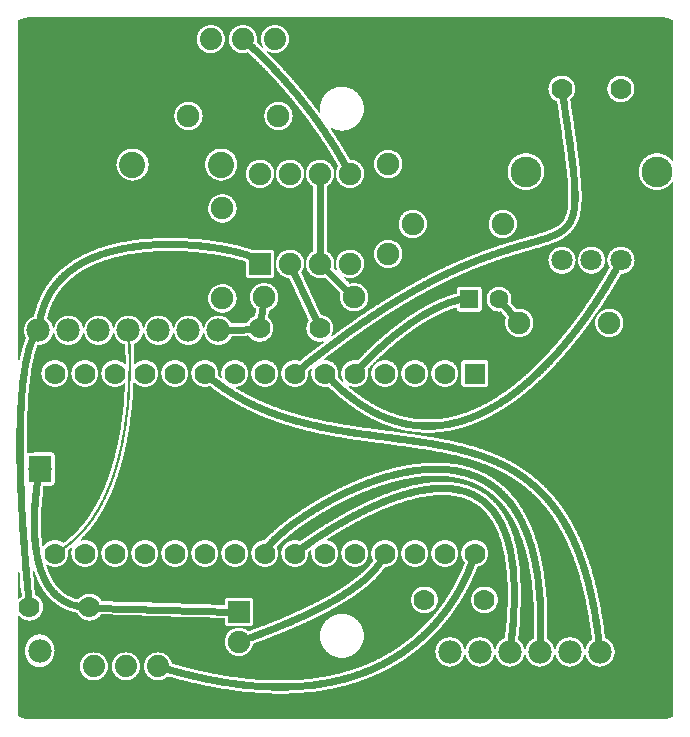
<source format=gbl>
G04 MADE WITH FRITZING*
G04 WWW.FRITZING.ORG*
G04 DOUBLE SIDED*
G04 HOLES PLATED*
G04 CONTOUR ON CENTER OF CONTOUR VECTOR*
%ASAXBY*%
%FSLAX23Y23*%
%MOIN*%
%OFA0B0*%
%SFA1.0B1.0*%
%ADD10C,0.075000*%
%ADD11C,0.087500*%
%ADD12C,0.078000*%
%ADD13C,0.062992*%
%ADD14C,0.070000*%
%ADD15C,0.078038*%
%ADD16C,0.070866*%
%ADD17C,0.102677*%
%ADD18C,0.074000*%
%ADD19R,0.075000X0.075000*%
%ADD20R,0.062992X0.062992*%
%ADD21R,0.078038X0.087285*%
%ADD22R,0.070000X0.069972*%
%ADD23C,0.024000*%
%ADD24C,0.000100*%
%ADD25R,0.001000X0.001000*%
%LNCOPPER0*%
G90*
G70*
G54D10*
X77Y160D03*
X110Y1102D03*
G54D11*
X411Y1880D03*
X706Y1880D03*
G54D12*
X1469Y255D03*
X1569Y255D03*
X1669Y255D03*
X1769Y255D03*
X1869Y255D03*
X1969Y255D03*
X98Y1327D03*
X198Y1327D03*
X298Y1327D03*
X398Y1327D03*
X498Y1327D03*
X598Y1327D03*
X698Y1327D03*
G54D10*
X836Y1549D03*
X836Y1849D03*
X936Y1549D03*
X936Y1849D03*
X1036Y1549D03*
X1036Y1849D03*
X1136Y1549D03*
X1136Y1849D03*
G54D13*
X1534Y1431D03*
X1633Y1431D03*
G54D10*
X897Y2042D03*
X597Y2042D03*
G54D14*
X835Y1334D03*
X1035Y1334D03*
G54D10*
X1645Y1682D03*
X1345Y1682D03*
X1263Y1882D03*
X1263Y1582D03*
X2000Y1352D03*
X1700Y1352D03*
X711Y1434D03*
X711Y1734D03*
X850Y1438D03*
X1150Y1438D03*
G54D15*
X102Y259D03*
X102Y865D03*
X102Y259D03*
X102Y865D03*
G54D16*
X1843Y1561D03*
X1941Y1561D03*
X2039Y1561D03*
G54D14*
X1842Y2132D03*
X2039Y2132D03*
G54D17*
X1723Y1856D03*
X2160Y1856D03*
G54D18*
X886Y2298D03*
X779Y2298D03*
X672Y2298D03*
X282Y207D03*
X389Y207D03*
X496Y207D03*
G54D10*
X766Y389D03*
X766Y289D03*
G54D14*
X1552Y1183D03*
X1452Y1183D03*
X1352Y1183D03*
X1252Y1183D03*
X1152Y1183D03*
X1052Y1183D03*
X952Y1183D03*
X852Y1183D03*
X752Y1183D03*
X652Y1183D03*
X552Y1183D03*
X452Y1183D03*
X352Y1183D03*
X252Y1183D03*
X152Y1183D03*
X1552Y583D03*
X1452Y583D03*
X1352Y583D03*
X1252Y583D03*
X1152Y583D03*
X1052Y583D03*
X952Y583D03*
X852Y583D03*
X752Y583D03*
X652Y583D03*
X552Y583D03*
X452Y583D03*
X352Y583D03*
X252Y583D03*
X152Y583D03*
X1584Y429D03*
X1384Y429D03*
X268Y404D03*
X68Y404D03*
G54D19*
X836Y1549D03*
G54D20*
X1534Y1431D03*
G54D21*
X102Y864D03*
X102Y864D03*
G54D19*
X766Y389D03*
G54D22*
X1552Y1183D03*
G54D23*
X1643Y1419D02*
X1689Y1365D01*
D02*
X283Y403D02*
X748Y389D01*
D02*
X853Y1457D02*
X837Y1349D01*
D02*
X853Y1455D02*
X853Y1457D01*
D02*
X676Y1326D02*
X679Y1326D01*
D02*
X820Y1333D02*
X676Y1326D01*
D02*
X1029Y1347D02*
X943Y1533D01*
D02*
X1137Y1450D02*
X1048Y1537D01*
D02*
X1036Y1832D02*
X1036Y1567D01*
G54D24*
G36*
X34Y521D02*
X34Y520D01*
X35Y519D01*
X35Y519D01*
X38Y480D01*
X42Y442D01*
X42Y441D01*
X42Y441D01*
X41Y440D01*
X36Y436D01*
X34Y434D01*
X34Y433D01*
X33Y433D01*
X32Y433D01*
X31Y433D01*
X31Y434D01*
X30Y435D01*
X30Y436D01*
X30Y519D01*
X31Y520D01*
X31Y521D01*
X32Y521D01*
X32Y521D01*
X33Y521D01*
X34Y521D01*
D02*
G37*
D02*
G36*
X34Y521D02*
X34Y520D01*
X35Y519D01*
X35Y519D01*
X38Y480D01*
X42Y442D01*
X42Y441D01*
X42Y441D01*
X41Y440D01*
X36Y436D01*
X34Y434D01*
X34Y433D01*
X33Y433D01*
X32Y433D01*
X31Y433D01*
X31Y434D01*
X30Y435D01*
X30Y436D01*
X30Y519D01*
X31Y520D01*
X31Y521D01*
X32Y521D01*
X32Y521D01*
X33Y521D01*
X34Y521D01*
D02*
G37*
D02*
G36*
X2163Y1888D02*
X2166Y1887D01*
X2171Y1885D01*
X2177Y1882D01*
X2182Y1879D01*
X2185Y1874D01*
X2188Y1869D01*
X2188Y1869D01*
X2190Y1862D01*
X2191Y1860D01*
X2191Y1856D01*
X2191Y1853D01*
X2190Y1850D01*
X2188Y1844D01*
X2185Y1839D01*
X2182Y1834D01*
X2177Y1830D01*
X2172Y1828D01*
X2165Y1826D01*
X2163Y1825D01*
X2159Y1825D01*
X2156Y1825D01*
X2153Y1826D01*
X2147Y1828D01*
X2142Y1831D01*
X2137Y1835D01*
X2133Y1839D01*
X2130Y1845D01*
X2129Y1850D01*
X2128Y1853D01*
X2128Y1857D01*
X2128Y1860D01*
X2129Y1863D01*
X2131Y1868D01*
X2134Y1874D01*
X2138Y1879D01*
X2142Y1882D01*
X2147Y1885D01*
X2148Y1885D01*
X2153Y1887D01*
X2156Y1888D01*
X2159Y1888D01*
X2163Y1888D01*
D02*
G37*
D02*
G36*
X2163Y1888D02*
X2166Y1887D01*
X2171Y1885D01*
X2177Y1882D01*
X2182Y1879D01*
X2185Y1874D01*
X2188Y1869D01*
X2188Y1869D01*
X2190Y1862D01*
X2191Y1860D01*
X2191Y1856D01*
X2191Y1853D01*
X2190Y1850D01*
X2188Y1844D01*
X2185Y1839D01*
X2182Y1834D01*
X2177Y1830D01*
X2172Y1828D01*
X2165Y1826D01*
X2163Y1825D01*
X2159Y1825D01*
X2156Y1825D01*
X2153Y1826D01*
X2147Y1828D01*
X2142Y1831D01*
X2137Y1835D01*
X2133Y1839D01*
X2130Y1845D01*
X2129Y1850D01*
X2128Y1853D01*
X2128Y1857D01*
X2128Y1860D01*
X2129Y1863D01*
X2131Y1868D01*
X2134Y1874D01*
X2138Y1879D01*
X2142Y1882D01*
X2147Y1885D01*
X2148Y1885D01*
X2153Y1887D01*
X2156Y1888D01*
X2159Y1888D01*
X2163Y1888D01*
D02*
G37*
D02*
G36*
X1726Y1888D02*
X1729Y1887D01*
X1734Y1885D01*
X1740Y1882D01*
X1745Y1878D01*
X1748Y1874D01*
X1751Y1869D01*
X1751Y1869D01*
X1753Y1862D01*
X1754Y1860D01*
X1754Y1856D01*
X1754Y1853D01*
X1753Y1850D01*
X1751Y1844D01*
X1748Y1839D01*
X1745Y1834D01*
X1740Y1831D01*
X1735Y1828D01*
X1735Y1828D01*
X1728Y1826D01*
X1726Y1825D01*
X1722Y1825D01*
X1719Y1825D01*
X1716Y1826D01*
X1710Y1828D01*
X1705Y1831D01*
X1700Y1835D01*
X1696Y1839D01*
X1693Y1845D01*
X1692Y1850D01*
X1691Y1853D01*
X1691Y1856D01*
X1691Y1860D01*
X1692Y1863D01*
X1694Y1868D01*
X1697Y1874D01*
X1701Y1879D01*
X1705Y1882D01*
X1710Y1885D01*
X1711Y1885D01*
X1716Y1887D01*
X1719Y1888D01*
X1722Y1888D01*
X1726Y1888D01*
D02*
G37*
D02*
G36*
X1726Y1888D02*
X1729Y1887D01*
X1734Y1885D01*
X1740Y1882D01*
X1745Y1878D01*
X1748Y1874D01*
X1751Y1869D01*
X1751Y1869D01*
X1753Y1862D01*
X1754Y1860D01*
X1754Y1856D01*
X1754Y1853D01*
X1753Y1850D01*
X1751Y1844D01*
X1748Y1839D01*
X1745Y1834D01*
X1740Y1831D01*
X1735Y1828D01*
X1735Y1828D01*
X1728Y1826D01*
X1726Y1825D01*
X1722Y1825D01*
X1719Y1825D01*
X1716Y1826D01*
X1710Y1828D01*
X1705Y1831D01*
X1700Y1835D01*
X1696Y1839D01*
X1693Y1845D01*
X1692Y1850D01*
X1691Y1853D01*
X1691Y1856D01*
X1691Y1860D01*
X1692Y1863D01*
X1694Y1868D01*
X1697Y1874D01*
X1701Y1879D01*
X1705Y1882D01*
X1710Y1885D01*
X1711Y1885D01*
X1716Y1887D01*
X1719Y1888D01*
X1722Y1888D01*
X1726Y1888D01*
D02*
G37*
D02*
G54D25*
X69Y2371D02*
X2175Y2371D01*
X60Y2370D02*
X2185Y2370D01*
X54Y2369D02*
X2191Y2369D01*
X50Y2368D02*
X2195Y2368D01*
X46Y2367D02*
X2199Y2367D01*
X43Y2366D02*
X2202Y2366D01*
X40Y2365D02*
X2205Y2365D01*
X37Y2364D02*
X2207Y2364D01*
X35Y2363D02*
X2210Y2363D01*
X34Y2362D02*
X2211Y2362D01*
X32Y2361D02*
X2213Y2361D01*
X31Y2360D02*
X2214Y2360D01*
X31Y2359D02*
X2214Y2359D01*
X31Y2358D02*
X2214Y2358D01*
X31Y2357D02*
X2214Y2357D01*
X31Y2356D02*
X2214Y2356D01*
X31Y2355D02*
X2214Y2355D01*
X31Y2354D02*
X2214Y2354D01*
X31Y2353D02*
X2214Y2353D01*
X31Y2352D02*
X2214Y2352D01*
X31Y2351D02*
X2214Y2351D01*
X31Y2350D02*
X2214Y2350D01*
X31Y2349D02*
X2214Y2349D01*
X31Y2348D02*
X2214Y2348D01*
X31Y2347D02*
X2214Y2347D01*
X31Y2346D02*
X2214Y2346D01*
X31Y2345D02*
X669Y2345D01*
X676Y2345D02*
X776Y2345D01*
X783Y2345D02*
X883Y2345D01*
X890Y2345D02*
X2214Y2345D01*
X31Y2344D02*
X661Y2344D01*
X683Y2344D02*
X768Y2344D01*
X790Y2344D02*
X875Y2344D01*
X897Y2344D02*
X2214Y2344D01*
X31Y2343D02*
X658Y2343D01*
X686Y2343D02*
X765Y2343D01*
X793Y2343D02*
X872Y2343D01*
X900Y2343D02*
X2214Y2343D01*
X31Y2342D02*
X655Y2342D01*
X689Y2342D02*
X762Y2342D01*
X796Y2342D02*
X869Y2342D01*
X903Y2342D02*
X2214Y2342D01*
X31Y2341D02*
X652Y2341D01*
X692Y2341D02*
X759Y2341D01*
X799Y2341D02*
X866Y2341D01*
X906Y2341D02*
X2214Y2341D01*
X31Y2340D02*
X651Y2340D01*
X694Y2340D02*
X758Y2340D01*
X801Y2340D02*
X865Y2340D01*
X908Y2340D02*
X2214Y2340D01*
X31Y2339D02*
X649Y2339D01*
X695Y2339D02*
X756Y2339D01*
X802Y2339D02*
X863Y2339D01*
X909Y2339D02*
X2214Y2339D01*
X31Y2338D02*
X647Y2338D01*
X697Y2338D02*
X754Y2338D01*
X804Y2338D02*
X861Y2338D01*
X911Y2338D02*
X2214Y2338D01*
X31Y2337D02*
X645Y2337D01*
X699Y2337D02*
X752Y2337D01*
X806Y2337D02*
X859Y2337D01*
X913Y2337D02*
X2214Y2337D01*
X31Y2336D02*
X644Y2336D01*
X700Y2336D02*
X751Y2336D01*
X807Y2336D02*
X858Y2336D01*
X914Y2336D02*
X2214Y2336D01*
X31Y2335D02*
X643Y2335D01*
X702Y2335D02*
X750Y2335D01*
X809Y2335D02*
X857Y2335D01*
X916Y2335D02*
X2214Y2335D01*
X31Y2334D02*
X641Y2334D01*
X703Y2334D02*
X748Y2334D01*
X810Y2334D02*
X855Y2334D01*
X917Y2334D02*
X2214Y2334D01*
X31Y2333D02*
X640Y2333D01*
X704Y2333D02*
X747Y2333D01*
X811Y2333D02*
X854Y2333D01*
X918Y2333D02*
X2214Y2333D01*
X31Y2332D02*
X639Y2332D01*
X705Y2332D02*
X746Y2332D01*
X812Y2332D02*
X853Y2332D01*
X919Y2332D02*
X2214Y2332D01*
X31Y2331D02*
X638Y2331D01*
X706Y2331D02*
X745Y2331D01*
X813Y2331D02*
X852Y2331D01*
X920Y2331D02*
X2214Y2331D01*
X31Y2330D02*
X637Y2330D01*
X707Y2330D02*
X744Y2330D01*
X814Y2330D02*
X851Y2330D01*
X921Y2330D02*
X2214Y2330D01*
X31Y2329D02*
X636Y2329D01*
X708Y2329D02*
X743Y2329D01*
X815Y2329D02*
X850Y2329D01*
X922Y2329D02*
X2214Y2329D01*
X31Y2328D02*
X635Y2328D01*
X709Y2328D02*
X742Y2328D01*
X816Y2328D02*
X849Y2328D01*
X923Y2328D02*
X2214Y2328D01*
X31Y2327D02*
X635Y2327D01*
X710Y2327D02*
X742Y2327D01*
X817Y2327D02*
X849Y2327D01*
X923Y2327D02*
X2214Y2327D01*
X31Y2326D02*
X634Y2326D01*
X710Y2326D02*
X741Y2326D01*
X817Y2326D02*
X848Y2326D01*
X924Y2326D02*
X2214Y2326D01*
X31Y2325D02*
X633Y2325D01*
X711Y2325D02*
X740Y2325D01*
X818Y2325D02*
X847Y2325D01*
X925Y2325D02*
X2214Y2325D01*
X31Y2324D02*
X632Y2324D01*
X712Y2324D02*
X739Y2324D01*
X819Y2324D02*
X846Y2324D01*
X926Y2324D02*
X2214Y2324D01*
X31Y2323D02*
X632Y2323D01*
X712Y2323D02*
X739Y2323D01*
X819Y2323D02*
X846Y2323D01*
X926Y2323D02*
X2214Y2323D01*
X31Y2322D02*
X631Y2322D01*
X713Y2322D02*
X738Y2322D01*
X820Y2322D02*
X845Y2322D01*
X927Y2322D02*
X2214Y2322D01*
X31Y2321D02*
X631Y2321D01*
X713Y2321D02*
X738Y2321D01*
X820Y2321D02*
X845Y2321D01*
X927Y2321D02*
X2214Y2321D01*
X31Y2320D02*
X630Y2320D01*
X714Y2320D02*
X737Y2320D01*
X821Y2320D02*
X844Y2320D01*
X928Y2320D02*
X2214Y2320D01*
X31Y2319D02*
X630Y2319D01*
X714Y2319D02*
X737Y2319D01*
X821Y2319D02*
X844Y2319D01*
X928Y2319D02*
X2214Y2319D01*
X31Y2318D02*
X629Y2318D01*
X715Y2318D02*
X736Y2318D01*
X822Y2318D02*
X843Y2318D01*
X929Y2318D02*
X2214Y2318D01*
X31Y2317D02*
X629Y2317D01*
X715Y2317D02*
X736Y2317D01*
X822Y2317D02*
X843Y2317D01*
X929Y2317D02*
X2214Y2317D01*
X31Y2316D02*
X628Y2316D01*
X716Y2316D02*
X735Y2316D01*
X823Y2316D02*
X842Y2316D01*
X930Y2316D02*
X2214Y2316D01*
X31Y2315D02*
X628Y2315D01*
X716Y2315D02*
X735Y2315D01*
X823Y2315D02*
X842Y2315D01*
X930Y2315D02*
X2214Y2315D01*
X31Y2314D02*
X628Y2314D01*
X717Y2314D02*
X735Y2314D01*
X824Y2314D02*
X842Y2314D01*
X931Y2314D02*
X2214Y2314D01*
X31Y2313D02*
X627Y2313D01*
X717Y2313D02*
X734Y2313D01*
X824Y2313D02*
X841Y2313D01*
X931Y2313D02*
X2214Y2313D01*
X31Y2312D02*
X627Y2312D01*
X717Y2312D02*
X734Y2312D01*
X824Y2312D02*
X841Y2312D01*
X931Y2312D02*
X2214Y2312D01*
X31Y2311D02*
X627Y2311D01*
X718Y2311D02*
X734Y2311D01*
X825Y2311D02*
X841Y2311D01*
X932Y2311D02*
X2214Y2311D01*
X31Y2310D02*
X626Y2310D01*
X718Y2310D02*
X733Y2310D01*
X777Y2310D02*
X781Y2310D01*
X825Y2310D02*
X840Y2310D01*
X932Y2310D02*
X2214Y2310D01*
X31Y2309D02*
X626Y2309D01*
X718Y2309D02*
X733Y2309D01*
X774Y2309D02*
X784Y2309D01*
X825Y2309D02*
X840Y2309D01*
X932Y2309D02*
X2214Y2309D01*
X31Y2308D02*
X626Y2308D01*
X718Y2308D02*
X733Y2308D01*
X773Y2308D02*
X786Y2308D01*
X825Y2308D02*
X840Y2308D01*
X932Y2308D02*
X2214Y2308D01*
X31Y2307D02*
X626Y2307D01*
X719Y2307D02*
X733Y2307D01*
X771Y2307D02*
X787Y2307D01*
X826Y2307D02*
X840Y2307D01*
X933Y2307D02*
X2214Y2307D01*
X31Y2306D02*
X625Y2306D01*
X719Y2306D02*
X732Y2306D01*
X770Y2306D02*
X788Y2306D01*
X826Y2306D02*
X839Y2306D01*
X933Y2306D02*
X2214Y2306D01*
X31Y2305D02*
X625Y2305D01*
X719Y2305D02*
X732Y2305D01*
X770Y2305D02*
X789Y2305D01*
X826Y2305D02*
X839Y2305D01*
X933Y2305D02*
X2214Y2305D01*
X31Y2304D02*
X625Y2304D01*
X719Y2304D02*
X732Y2304D01*
X769Y2304D02*
X790Y2304D01*
X826Y2304D02*
X839Y2304D01*
X933Y2304D02*
X2214Y2304D01*
X31Y2303D02*
X625Y2303D01*
X719Y2303D02*
X732Y2303D01*
X769Y2303D02*
X792Y2303D01*
X826Y2303D02*
X839Y2303D01*
X933Y2303D02*
X2214Y2303D01*
X31Y2302D02*
X625Y2302D01*
X719Y2302D02*
X732Y2302D01*
X768Y2302D02*
X793Y2302D01*
X826Y2302D02*
X839Y2302D01*
X933Y2302D02*
X2214Y2302D01*
X31Y2301D02*
X625Y2301D01*
X719Y2301D02*
X732Y2301D01*
X768Y2301D02*
X794Y2301D01*
X826Y2301D02*
X839Y2301D01*
X933Y2301D02*
X2214Y2301D01*
X31Y2300D02*
X625Y2300D01*
X719Y2300D02*
X732Y2300D01*
X768Y2300D02*
X795Y2300D01*
X826Y2300D02*
X839Y2300D01*
X933Y2300D02*
X2214Y2300D01*
X31Y2299D02*
X625Y2299D01*
X720Y2299D02*
X732Y2299D01*
X768Y2299D02*
X796Y2299D01*
X827Y2299D02*
X839Y2299D01*
X934Y2299D02*
X2214Y2299D01*
X31Y2298D02*
X625Y2298D01*
X720Y2298D02*
X732Y2298D01*
X768Y2298D02*
X797Y2298D01*
X827Y2298D02*
X839Y2298D01*
X934Y2298D02*
X2214Y2298D01*
X31Y2297D02*
X625Y2297D01*
X719Y2297D02*
X732Y2297D01*
X768Y2297D02*
X799Y2297D01*
X826Y2297D02*
X839Y2297D01*
X933Y2297D02*
X2214Y2297D01*
X31Y2296D02*
X625Y2296D01*
X719Y2296D02*
X732Y2296D01*
X768Y2296D02*
X800Y2296D01*
X826Y2296D02*
X839Y2296D01*
X933Y2296D02*
X2214Y2296D01*
X31Y2295D02*
X625Y2295D01*
X719Y2295D02*
X732Y2295D01*
X768Y2295D02*
X801Y2295D01*
X826Y2295D02*
X839Y2295D01*
X933Y2295D02*
X2214Y2295D01*
X31Y2294D02*
X625Y2294D01*
X719Y2294D02*
X732Y2294D01*
X768Y2294D02*
X802Y2294D01*
X826Y2294D02*
X839Y2294D01*
X933Y2294D02*
X2214Y2294D01*
X31Y2293D02*
X625Y2293D01*
X719Y2293D02*
X732Y2293D01*
X769Y2293D02*
X803Y2293D01*
X826Y2293D02*
X839Y2293D01*
X933Y2293D02*
X2214Y2293D01*
X31Y2292D02*
X625Y2292D01*
X719Y2292D02*
X732Y2292D01*
X769Y2292D02*
X804Y2292D01*
X826Y2292D02*
X839Y2292D01*
X933Y2292D02*
X2214Y2292D01*
X31Y2291D02*
X625Y2291D01*
X719Y2291D02*
X732Y2291D01*
X770Y2291D02*
X805Y2291D01*
X826Y2291D02*
X839Y2291D01*
X933Y2291D02*
X2214Y2291D01*
X31Y2290D02*
X625Y2290D01*
X719Y2290D02*
X732Y2290D01*
X771Y2290D02*
X807Y2290D01*
X826Y2290D02*
X839Y2290D01*
X933Y2290D02*
X2214Y2290D01*
X31Y2289D02*
X626Y2289D01*
X719Y2289D02*
X733Y2289D01*
X772Y2289D02*
X808Y2289D01*
X826Y2289D02*
X840Y2289D01*
X933Y2289D02*
X2214Y2289D01*
X31Y2288D02*
X626Y2288D01*
X718Y2288D02*
X733Y2288D01*
X773Y2288D02*
X809Y2288D01*
X825Y2288D02*
X840Y2288D01*
X932Y2288D02*
X2214Y2288D01*
X31Y2287D02*
X626Y2287D01*
X718Y2287D02*
X733Y2287D01*
X774Y2287D02*
X810Y2287D01*
X826Y2287D02*
X840Y2287D01*
X932Y2287D02*
X2214Y2287D01*
X31Y2286D02*
X627Y2286D01*
X718Y2286D02*
X734Y2286D01*
X776Y2286D02*
X811Y2286D01*
X827Y2286D02*
X841Y2286D01*
X932Y2286D02*
X2214Y2286D01*
X31Y2285D02*
X627Y2285D01*
X717Y2285D02*
X734Y2285D01*
X777Y2285D02*
X812Y2285D01*
X828Y2285D02*
X841Y2285D01*
X931Y2285D02*
X2214Y2285D01*
X31Y2284D02*
X627Y2284D01*
X717Y2284D02*
X734Y2284D01*
X778Y2284D02*
X813Y2284D01*
X829Y2284D02*
X841Y2284D01*
X931Y2284D02*
X2214Y2284D01*
X31Y2283D02*
X628Y2283D01*
X717Y2283D02*
X735Y2283D01*
X779Y2283D02*
X814Y2283D01*
X830Y2283D02*
X842Y2283D01*
X931Y2283D02*
X2214Y2283D01*
X31Y2282D02*
X628Y2282D01*
X716Y2282D02*
X735Y2282D01*
X780Y2282D02*
X815Y2282D01*
X831Y2282D02*
X842Y2282D01*
X930Y2282D02*
X2214Y2282D01*
X31Y2281D02*
X628Y2281D01*
X716Y2281D02*
X735Y2281D01*
X781Y2281D02*
X816Y2281D01*
X832Y2281D02*
X842Y2281D01*
X930Y2281D02*
X2214Y2281D01*
X31Y2280D02*
X629Y2280D01*
X716Y2280D02*
X736Y2280D01*
X783Y2280D02*
X818Y2280D01*
X833Y2280D02*
X843Y2280D01*
X930Y2280D02*
X2214Y2280D01*
X31Y2279D02*
X629Y2279D01*
X715Y2279D02*
X736Y2279D01*
X784Y2279D02*
X819Y2279D01*
X834Y2279D02*
X843Y2279D01*
X929Y2279D02*
X2214Y2279D01*
X31Y2278D02*
X630Y2278D01*
X715Y2278D02*
X737Y2278D01*
X785Y2278D02*
X820Y2278D01*
X835Y2278D02*
X844Y2278D01*
X929Y2278D02*
X2214Y2278D01*
X31Y2277D02*
X630Y2277D01*
X714Y2277D02*
X737Y2277D01*
X786Y2277D02*
X821Y2277D01*
X836Y2277D02*
X844Y2277D01*
X928Y2277D02*
X2214Y2277D01*
X31Y2276D02*
X631Y2276D01*
X714Y2276D02*
X738Y2276D01*
X787Y2276D02*
X822Y2276D01*
X837Y2276D02*
X845Y2276D01*
X928Y2276D02*
X2214Y2276D01*
X31Y2275D02*
X631Y2275D01*
X713Y2275D02*
X738Y2275D01*
X788Y2275D02*
X823Y2275D01*
X838Y2275D02*
X845Y2275D01*
X927Y2275D02*
X2214Y2275D01*
X31Y2274D02*
X632Y2274D01*
X712Y2274D02*
X739Y2274D01*
X789Y2274D02*
X824Y2274D01*
X839Y2274D02*
X846Y2274D01*
X926Y2274D02*
X2214Y2274D01*
X31Y2273D02*
X632Y2273D01*
X712Y2273D02*
X739Y2273D01*
X791Y2273D02*
X825Y2273D01*
X840Y2273D02*
X846Y2273D01*
X926Y2273D02*
X2214Y2273D01*
X31Y2272D02*
X633Y2272D01*
X711Y2272D02*
X740Y2272D01*
X792Y2272D02*
X826Y2272D01*
X841Y2272D02*
X846Y2272D01*
X925Y2272D02*
X2214Y2272D01*
X31Y2271D02*
X634Y2271D01*
X711Y2271D02*
X741Y2271D01*
X793Y2271D02*
X827Y2271D01*
X843Y2271D02*
X846Y2271D01*
X925Y2271D02*
X2214Y2271D01*
X31Y2270D02*
X634Y2270D01*
X710Y2270D02*
X741Y2270D01*
X794Y2270D02*
X828Y2270D01*
X844Y2270D02*
X845Y2270D01*
X924Y2270D02*
X2214Y2270D01*
X31Y2269D02*
X635Y2269D01*
X709Y2269D02*
X742Y2269D01*
X795Y2269D02*
X829Y2269D01*
X923Y2269D02*
X2214Y2269D01*
X31Y2268D02*
X636Y2268D01*
X708Y2268D02*
X743Y2268D01*
X796Y2268D02*
X830Y2268D01*
X922Y2268D02*
X2214Y2268D01*
X31Y2267D02*
X637Y2267D01*
X707Y2267D02*
X744Y2267D01*
X797Y2267D02*
X831Y2267D01*
X921Y2267D02*
X2214Y2267D01*
X31Y2266D02*
X638Y2266D01*
X707Y2266D02*
X745Y2266D01*
X798Y2266D02*
X833Y2266D01*
X921Y2266D02*
X2214Y2266D01*
X31Y2265D02*
X639Y2265D01*
X706Y2265D02*
X746Y2265D01*
X799Y2265D02*
X834Y2265D01*
X920Y2265D02*
X2214Y2265D01*
X31Y2264D02*
X640Y2264D01*
X704Y2264D02*
X747Y2264D01*
X800Y2264D02*
X835Y2264D01*
X918Y2264D02*
X2214Y2264D01*
X31Y2263D02*
X641Y2263D01*
X703Y2263D02*
X748Y2263D01*
X802Y2263D02*
X836Y2263D01*
X917Y2263D02*
X2214Y2263D01*
X31Y2262D02*
X642Y2262D01*
X702Y2262D02*
X749Y2262D01*
X803Y2262D02*
X837Y2262D01*
X916Y2262D02*
X2214Y2262D01*
X31Y2261D02*
X643Y2261D01*
X701Y2261D02*
X750Y2261D01*
X804Y2261D02*
X838Y2261D01*
X915Y2261D02*
X2214Y2261D01*
X31Y2260D02*
X645Y2260D01*
X700Y2260D02*
X752Y2260D01*
X805Y2260D02*
X839Y2260D01*
X914Y2260D02*
X2214Y2260D01*
X31Y2259D02*
X646Y2259D01*
X698Y2259D02*
X753Y2259D01*
X806Y2259D02*
X840Y2259D01*
X912Y2259D02*
X2214Y2259D01*
X31Y2258D02*
X648Y2258D01*
X696Y2258D02*
X755Y2258D01*
X807Y2258D02*
X841Y2258D01*
X861Y2258D02*
X862Y2258D01*
X910Y2258D02*
X2214Y2258D01*
X31Y2257D02*
X650Y2257D01*
X694Y2257D02*
X757Y2257D01*
X808Y2257D02*
X842Y2257D01*
X860Y2257D02*
X864Y2257D01*
X908Y2257D02*
X2214Y2257D01*
X31Y2256D02*
X652Y2256D01*
X692Y2256D02*
X759Y2256D01*
X809Y2256D02*
X843Y2256D01*
X859Y2256D02*
X866Y2256D01*
X906Y2256D02*
X2214Y2256D01*
X31Y2255D02*
X654Y2255D01*
X690Y2255D02*
X761Y2255D01*
X810Y2255D02*
X844Y2255D01*
X860Y2255D02*
X868Y2255D01*
X904Y2255D02*
X2214Y2255D01*
X31Y2254D02*
X657Y2254D01*
X687Y2254D02*
X764Y2254D01*
X794Y2254D02*
X795Y2254D01*
X811Y2254D02*
X845Y2254D01*
X860Y2254D02*
X871Y2254D01*
X901Y2254D02*
X2214Y2254D01*
X31Y2253D02*
X660Y2253D01*
X684Y2253D02*
X767Y2253D01*
X791Y2253D02*
X797Y2253D01*
X812Y2253D02*
X846Y2253D01*
X861Y2253D02*
X874Y2253D01*
X898Y2253D02*
X2214Y2253D01*
X31Y2252D02*
X665Y2252D01*
X679Y2252D02*
X772Y2252D01*
X786Y2252D02*
X798Y2252D01*
X813Y2252D02*
X847Y2252D01*
X862Y2252D02*
X879Y2252D01*
X893Y2252D02*
X2214Y2252D01*
X31Y2251D02*
X799Y2251D01*
X814Y2251D02*
X848Y2251D01*
X863Y2251D02*
X2214Y2251D01*
X31Y2250D02*
X800Y2250D01*
X816Y2250D02*
X849Y2250D01*
X864Y2250D02*
X2214Y2250D01*
X31Y2249D02*
X801Y2249D01*
X817Y2249D02*
X850Y2249D01*
X865Y2249D02*
X2214Y2249D01*
X31Y2248D02*
X802Y2248D01*
X818Y2248D02*
X851Y2248D01*
X866Y2248D02*
X2214Y2248D01*
X31Y2247D02*
X803Y2247D01*
X819Y2247D02*
X852Y2247D01*
X867Y2247D02*
X2214Y2247D01*
X31Y2246D02*
X804Y2246D01*
X820Y2246D02*
X853Y2246D01*
X868Y2246D02*
X2214Y2246D01*
X31Y2245D02*
X805Y2245D01*
X821Y2245D02*
X854Y2245D01*
X869Y2245D02*
X2214Y2245D01*
X31Y2244D02*
X806Y2244D01*
X822Y2244D02*
X855Y2244D01*
X870Y2244D02*
X2214Y2244D01*
X31Y2243D02*
X807Y2243D01*
X823Y2243D02*
X856Y2243D01*
X871Y2243D02*
X2214Y2243D01*
X31Y2242D02*
X808Y2242D01*
X824Y2242D02*
X857Y2242D01*
X872Y2242D02*
X2214Y2242D01*
X31Y2241D02*
X809Y2241D01*
X825Y2241D02*
X858Y2241D01*
X873Y2241D02*
X2214Y2241D01*
X31Y2240D02*
X810Y2240D01*
X826Y2240D02*
X859Y2240D01*
X874Y2240D02*
X2214Y2240D01*
X31Y2239D02*
X811Y2239D01*
X827Y2239D02*
X860Y2239D01*
X875Y2239D02*
X2214Y2239D01*
X31Y2238D02*
X812Y2238D01*
X828Y2238D02*
X861Y2238D01*
X876Y2238D02*
X2214Y2238D01*
X31Y2237D02*
X813Y2237D01*
X829Y2237D02*
X862Y2237D01*
X877Y2237D02*
X2214Y2237D01*
X31Y2236D02*
X814Y2236D01*
X830Y2236D02*
X863Y2236D01*
X878Y2236D02*
X2214Y2236D01*
X31Y2235D02*
X815Y2235D01*
X831Y2235D02*
X864Y2235D01*
X879Y2235D02*
X2214Y2235D01*
X31Y2234D02*
X817Y2234D01*
X832Y2234D02*
X865Y2234D01*
X880Y2234D02*
X2214Y2234D01*
X31Y2233D02*
X818Y2233D01*
X833Y2233D02*
X866Y2233D01*
X881Y2233D02*
X2214Y2233D01*
X31Y2232D02*
X819Y2232D01*
X834Y2232D02*
X867Y2232D01*
X882Y2232D02*
X2214Y2232D01*
X31Y2231D02*
X820Y2231D01*
X835Y2231D02*
X868Y2231D01*
X883Y2231D02*
X2214Y2231D01*
X31Y2230D02*
X821Y2230D01*
X836Y2230D02*
X869Y2230D01*
X884Y2230D02*
X2214Y2230D01*
X31Y2229D02*
X822Y2229D01*
X837Y2229D02*
X870Y2229D01*
X885Y2229D02*
X2214Y2229D01*
X31Y2228D02*
X823Y2228D01*
X838Y2228D02*
X871Y2228D01*
X886Y2228D02*
X2214Y2228D01*
X31Y2227D02*
X824Y2227D01*
X839Y2227D02*
X872Y2227D01*
X887Y2227D02*
X2214Y2227D01*
X31Y2226D02*
X825Y2226D01*
X840Y2226D02*
X873Y2226D01*
X888Y2226D02*
X2214Y2226D01*
X31Y2225D02*
X826Y2225D01*
X841Y2225D02*
X874Y2225D01*
X889Y2225D02*
X2214Y2225D01*
X31Y2224D02*
X827Y2224D01*
X842Y2224D02*
X875Y2224D01*
X890Y2224D02*
X2214Y2224D01*
X31Y2223D02*
X828Y2223D01*
X843Y2223D02*
X876Y2223D01*
X891Y2223D02*
X2214Y2223D01*
X31Y2222D02*
X829Y2222D01*
X844Y2222D02*
X877Y2222D01*
X892Y2222D02*
X2214Y2222D01*
X31Y2221D02*
X830Y2221D01*
X845Y2221D02*
X878Y2221D01*
X893Y2221D02*
X2214Y2221D01*
X31Y2220D02*
X831Y2220D01*
X846Y2220D02*
X879Y2220D01*
X894Y2220D02*
X2214Y2220D01*
X31Y2219D02*
X832Y2219D01*
X847Y2219D02*
X880Y2219D01*
X895Y2219D02*
X2214Y2219D01*
X31Y2218D02*
X833Y2218D01*
X848Y2218D02*
X881Y2218D01*
X896Y2218D02*
X2214Y2218D01*
X31Y2217D02*
X834Y2217D01*
X849Y2217D02*
X882Y2217D01*
X897Y2217D02*
X2214Y2217D01*
X31Y2216D02*
X835Y2216D01*
X850Y2216D02*
X883Y2216D01*
X898Y2216D02*
X2214Y2216D01*
X31Y2215D02*
X836Y2215D01*
X851Y2215D02*
X884Y2215D01*
X899Y2215D02*
X2214Y2215D01*
X31Y2214D02*
X837Y2214D01*
X852Y2214D02*
X885Y2214D01*
X900Y2214D02*
X2214Y2214D01*
X31Y2213D02*
X838Y2213D01*
X853Y2213D02*
X886Y2213D01*
X900Y2213D02*
X2214Y2213D01*
X31Y2212D02*
X839Y2212D01*
X854Y2212D02*
X887Y2212D01*
X901Y2212D02*
X2214Y2212D01*
X31Y2211D02*
X840Y2211D01*
X855Y2211D02*
X888Y2211D01*
X902Y2211D02*
X2214Y2211D01*
X31Y2210D02*
X841Y2210D01*
X856Y2210D02*
X889Y2210D01*
X903Y2210D02*
X2214Y2210D01*
X31Y2209D02*
X842Y2209D01*
X857Y2209D02*
X890Y2209D01*
X904Y2209D02*
X2214Y2209D01*
X31Y2208D02*
X843Y2208D01*
X858Y2208D02*
X890Y2208D01*
X905Y2208D02*
X2214Y2208D01*
X31Y2207D02*
X844Y2207D01*
X859Y2207D02*
X891Y2207D01*
X906Y2207D02*
X2214Y2207D01*
X31Y2206D02*
X845Y2206D01*
X860Y2206D02*
X892Y2206D01*
X907Y2206D02*
X2214Y2206D01*
X31Y2205D02*
X846Y2205D01*
X861Y2205D02*
X893Y2205D01*
X908Y2205D02*
X2214Y2205D01*
X31Y2204D02*
X847Y2204D01*
X862Y2204D02*
X894Y2204D01*
X909Y2204D02*
X2214Y2204D01*
X31Y2203D02*
X848Y2203D01*
X863Y2203D02*
X895Y2203D01*
X910Y2203D02*
X2214Y2203D01*
X31Y2202D02*
X849Y2202D01*
X864Y2202D02*
X896Y2202D01*
X911Y2202D02*
X2214Y2202D01*
X31Y2201D02*
X850Y2201D01*
X865Y2201D02*
X897Y2201D01*
X912Y2201D02*
X2214Y2201D01*
X31Y2200D02*
X851Y2200D01*
X866Y2200D02*
X898Y2200D01*
X913Y2200D02*
X2214Y2200D01*
X31Y2199D02*
X852Y2199D01*
X867Y2199D02*
X899Y2199D01*
X914Y2199D02*
X2214Y2199D01*
X31Y2198D02*
X853Y2198D01*
X868Y2198D02*
X900Y2198D01*
X915Y2198D02*
X2214Y2198D01*
X31Y2197D02*
X854Y2197D01*
X869Y2197D02*
X901Y2197D01*
X915Y2197D02*
X2214Y2197D01*
X31Y2196D02*
X855Y2196D01*
X870Y2196D02*
X902Y2196D01*
X916Y2196D02*
X2214Y2196D01*
X31Y2195D02*
X856Y2195D01*
X871Y2195D02*
X903Y2195D01*
X917Y2195D02*
X2214Y2195D01*
X31Y2194D02*
X857Y2194D01*
X872Y2194D02*
X904Y2194D01*
X918Y2194D02*
X2214Y2194D01*
X31Y2193D02*
X858Y2193D01*
X873Y2193D02*
X905Y2193D01*
X919Y2193D02*
X2214Y2193D01*
X31Y2192D02*
X859Y2192D01*
X874Y2192D02*
X905Y2192D01*
X920Y2192D02*
X2214Y2192D01*
X31Y2191D02*
X860Y2191D01*
X875Y2191D02*
X906Y2191D01*
X921Y2191D02*
X2214Y2191D01*
X31Y2190D02*
X861Y2190D01*
X875Y2190D02*
X907Y2190D01*
X922Y2190D02*
X2214Y2190D01*
X31Y2189D02*
X862Y2189D01*
X876Y2189D02*
X908Y2189D01*
X923Y2189D02*
X2214Y2189D01*
X31Y2188D02*
X863Y2188D01*
X877Y2188D02*
X909Y2188D01*
X924Y2188D02*
X2214Y2188D01*
X31Y2187D02*
X864Y2187D01*
X878Y2187D02*
X910Y2187D01*
X925Y2187D02*
X2214Y2187D01*
X31Y2186D02*
X864Y2186D01*
X879Y2186D02*
X911Y2186D01*
X925Y2186D02*
X2214Y2186D01*
X31Y2185D02*
X865Y2185D01*
X880Y2185D02*
X912Y2185D01*
X926Y2185D02*
X2214Y2185D01*
X31Y2184D02*
X866Y2184D01*
X881Y2184D02*
X913Y2184D01*
X927Y2184D02*
X2214Y2184D01*
X31Y2183D02*
X867Y2183D01*
X882Y2183D02*
X914Y2183D01*
X928Y2183D02*
X2214Y2183D01*
X31Y2182D02*
X868Y2182D01*
X883Y2182D02*
X915Y2182D01*
X929Y2182D02*
X2214Y2182D01*
X31Y2181D02*
X869Y2181D01*
X884Y2181D02*
X916Y2181D01*
X930Y2181D02*
X2214Y2181D01*
X31Y2180D02*
X870Y2180D01*
X885Y2180D02*
X916Y2180D01*
X931Y2180D02*
X2214Y2180D01*
X31Y2179D02*
X871Y2179D01*
X886Y2179D02*
X917Y2179D01*
X932Y2179D02*
X2214Y2179D01*
X31Y2178D02*
X872Y2178D01*
X887Y2178D02*
X918Y2178D01*
X933Y2178D02*
X2214Y2178D01*
X31Y2177D02*
X873Y2177D01*
X888Y2177D02*
X919Y2177D01*
X934Y2177D02*
X1842Y2177D01*
X1844Y2177D02*
X2039Y2177D01*
X2041Y2177D02*
X2214Y2177D01*
X31Y2176D02*
X874Y2176D01*
X889Y2176D02*
X920Y2176D01*
X934Y2176D02*
X1833Y2176D01*
X1852Y2176D02*
X2030Y2176D01*
X2049Y2176D02*
X2214Y2176D01*
X31Y2175D02*
X875Y2175D01*
X889Y2175D02*
X921Y2175D01*
X935Y2175D02*
X1830Y2175D01*
X1856Y2175D02*
X2026Y2175D01*
X2052Y2175D02*
X2214Y2175D01*
X31Y2174D02*
X876Y2174D01*
X890Y2174D02*
X922Y2174D01*
X936Y2174D02*
X1826Y2174D01*
X1859Y2174D02*
X2023Y2174D01*
X2055Y2174D02*
X2214Y2174D01*
X31Y2173D02*
X877Y2173D01*
X891Y2173D02*
X923Y2173D01*
X937Y2173D02*
X1824Y2173D01*
X1861Y2173D02*
X2021Y2173D01*
X2058Y2173D02*
X2214Y2173D01*
X31Y2172D02*
X878Y2172D01*
X892Y2172D02*
X924Y2172D01*
X938Y2172D02*
X1822Y2172D01*
X1863Y2172D02*
X2019Y2172D01*
X2060Y2172D02*
X2214Y2172D01*
X31Y2171D02*
X879Y2171D01*
X893Y2171D02*
X924Y2171D01*
X939Y2171D02*
X1820Y2171D01*
X1865Y2171D02*
X2017Y2171D01*
X2062Y2171D02*
X2214Y2171D01*
X31Y2170D02*
X879Y2170D01*
X894Y2170D02*
X925Y2170D01*
X940Y2170D02*
X1818Y2170D01*
X1867Y2170D02*
X2015Y2170D01*
X2064Y2170D02*
X2214Y2170D01*
X31Y2169D02*
X880Y2169D01*
X895Y2169D02*
X926Y2169D01*
X941Y2169D02*
X1817Y2169D01*
X1869Y2169D02*
X2013Y2169D01*
X2065Y2169D02*
X2214Y2169D01*
X31Y2168D02*
X881Y2168D01*
X896Y2168D02*
X927Y2168D01*
X942Y2168D02*
X1815Y2168D01*
X1870Y2168D02*
X2012Y2168D01*
X2067Y2168D02*
X2214Y2168D01*
X31Y2167D02*
X882Y2167D01*
X897Y2167D02*
X928Y2167D01*
X942Y2167D02*
X1814Y2167D01*
X1871Y2167D02*
X2011Y2167D01*
X2068Y2167D02*
X2214Y2167D01*
X31Y2166D02*
X883Y2166D01*
X898Y2166D02*
X929Y2166D01*
X943Y2166D02*
X1813Y2166D01*
X1872Y2166D02*
X2010Y2166D01*
X2069Y2166D02*
X2214Y2166D01*
X31Y2165D02*
X884Y2165D01*
X899Y2165D02*
X930Y2165D01*
X944Y2165D02*
X1812Y2165D01*
X1874Y2165D02*
X2008Y2165D01*
X2070Y2165D02*
X2214Y2165D01*
X31Y2164D02*
X885Y2164D01*
X900Y2164D02*
X931Y2164D01*
X945Y2164D02*
X1810Y2164D01*
X1875Y2164D02*
X2007Y2164D01*
X2072Y2164D02*
X2214Y2164D01*
X31Y2163D02*
X886Y2163D01*
X900Y2163D02*
X932Y2163D01*
X946Y2163D02*
X1809Y2163D01*
X1876Y2163D02*
X2006Y2163D01*
X2072Y2163D02*
X2214Y2163D01*
X31Y2162D02*
X887Y2162D01*
X901Y2162D02*
X933Y2162D01*
X947Y2162D02*
X1809Y2162D01*
X1876Y2162D02*
X2006Y2162D01*
X2073Y2162D02*
X2214Y2162D01*
X31Y2161D02*
X888Y2161D01*
X902Y2161D02*
X933Y2161D01*
X948Y2161D02*
X1808Y2161D01*
X1877Y2161D02*
X2005Y2161D01*
X2074Y2161D02*
X2214Y2161D01*
X31Y2160D02*
X889Y2160D01*
X903Y2160D02*
X934Y2160D01*
X949Y2160D02*
X1807Y2160D01*
X1878Y2160D02*
X2004Y2160D01*
X2075Y2160D02*
X2214Y2160D01*
X31Y2159D02*
X890Y2159D01*
X904Y2159D02*
X935Y2159D01*
X949Y2159D02*
X1806Y2159D01*
X1879Y2159D02*
X2003Y2159D01*
X2076Y2159D02*
X2214Y2159D01*
X31Y2158D02*
X891Y2158D01*
X905Y2158D02*
X936Y2158D01*
X950Y2158D02*
X1805Y2158D01*
X1880Y2158D02*
X2002Y2158D01*
X2076Y2158D02*
X2214Y2158D01*
X31Y2157D02*
X891Y2157D01*
X906Y2157D02*
X937Y2157D01*
X951Y2157D02*
X1805Y2157D01*
X1880Y2157D02*
X2002Y2157D01*
X2077Y2157D02*
X2214Y2157D01*
X31Y2156D02*
X892Y2156D01*
X907Y2156D02*
X938Y2156D01*
X952Y2156D02*
X1804Y2156D01*
X1881Y2156D02*
X2001Y2156D01*
X2078Y2156D02*
X2214Y2156D01*
X31Y2155D02*
X893Y2155D01*
X908Y2155D02*
X939Y2155D01*
X953Y2155D02*
X1804Y2155D01*
X1881Y2155D02*
X2000Y2155D01*
X2078Y2155D02*
X2214Y2155D01*
X31Y2154D02*
X894Y2154D01*
X908Y2154D02*
X940Y2154D01*
X954Y2154D02*
X1803Y2154D01*
X1882Y2154D02*
X2000Y2154D01*
X2079Y2154D02*
X2214Y2154D01*
X31Y2153D02*
X895Y2153D01*
X909Y2153D02*
X940Y2153D01*
X955Y2153D02*
X1803Y2153D01*
X1883Y2153D02*
X1999Y2153D01*
X2079Y2153D02*
X2214Y2153D01*
X31Y2152D02*
X896Y2152D01*
X910Y2152D02*
X941Y2152D01*
X955Y2152D02*
X1802Y2152D01*
X1883Y2152D02*
X1999Y2152D01*
X2080Y2152D02*
X2214Y2152D01*
X31Y2151D02*
X897Y2151D01*
X911Y2151D02*
X942Y2151D01*
X956Y2151D02*
X1801Y2151D01*
X1884Y2151D02*
X1998Y2151D01*
X2080Y2151D02*
X2214Y2151D01*
X31Y2150D02*
X898Y2150D01*
X912Y2150D02*
X943Y2150D01*
X957Y2150D02*
X1801Y2150D01*
X1884Y2150D02*
X1998Y2150D01*
X2081Y2150D02*
X2214Y2150D01*
X31Y2149D02*
X899Y2149D01*
X913Y2149D02*
X944Y2149D01*
X958Y2149D02*
X1801Y2149D01*
X1885Y2149D02*
X1997Y2149D01*
X2081Y2149D02*
X2214Y2149D01*
X31Y2148D02*
X899Y2148D01*
X914Y2148D02*
X945Y2148D01*
X959Y2148D02*
X1800Y2148D01*
X1885Y2148D02*
X1997Y2148D01*
X2082Y2148D02*
X2214Y2148D01*
X31Y2147D02*
X900Y2147D01*
X915Y2147D02*
X946Y2147D01*
X960Y2147D02*
X1800Y2147D01*
X1885Y2147D02*
X1997Y2147D01*
X2082Y2147D02*
X2214Y2147D01*
X31Y2146D02*
X901Y2146D01*
X916Y2146D02*
X947Y2146D01*
X960Y2146D02*
X1800Y2146D01*
X1886Y2146D02*
X1996Y2146D01*
X2082Y2146D02*
X2214Y2146D01*
X31Y2145D02*
X902Y2145D01*
X917Y2145D02*
X947Y2145D01*
X961Y2145D02*
X1799Y2145D01*
X1886Y2145D02*
X1996Y2145D01*
X2083Y2145D02*
X2214Y2145D01*
X31Y2144D02*
X903Y2144D01*
X917Y2144D02*
X948Y2144D01*
X962Y2144D02*
X1799Y2144D01*
X1843Y2144D02*
X1843Y2144D01*
X1886Y2144D02*
X1996Y2144D01*
X2083Y2144D02*
X2214Y2144D01*
X31Y2143D02*
X904Y2143D01*
X918Y2143D02*
X949Y2143D01*
X963Y2143D02*
X1799Y2143D01*
X1838Y2143D02*
X1847Y2143D01*
X1886Y2143D02*
X1995Y2143D01*
X2083Y2143D02*
X2214Y2143D01*
X31Y2142D02*
X905Y2142D01*
X919Y2142D02*
X950Y2142D01*
X964Y2142D02*
X1798Y2142D01*
X1836Y2142D02*
X1849Y2142D01*
X1887Y2142D02*
X1995Y2142D01*
X2084Y2142D02*
X2214Y2142D01*
X31Y2141D02*
X906Y2141D01*
X920Y2141D02*
X951Y2141D01*
X965Y2141D02*
X1798Y2141D01*
X1835Y2141D02*
X1850Y2141D01*
X1887Y2141D02*
X1995Y2141D01*
X2084Y2141D02*
X2214Y2141D01*
X31Y2140D02*
X907Y2140D01*
X921Y2140D02*
X952Y2140D01*
X966Y2140D02*
X1798Y2140D01*
X1834Y2140D02*
X1851Y2140D01*
X1887Y2140D02*
X1995Y2140D01*
X2084Y2140D02*
X2214Y2140D01*
X31Y2139D02*
X907Y2139D01*
X922Y2139D02*
X953Y2139D01*
X966Y2139D02*
X1101Y2139D01*
X1118Y2139D02*
X1798Y2139D01*
X1833Y2139D02*
X1852Y2139D01*
X1887Y2139D02*
X1995Y2139D01*
X2084Y2139D02*
X2214Y2139D01*
X31Y2138D02*
X908Y2138D01*
X923Y2138D02*
X953Y2138D01*
X967Y2138D02*
X1094Y2138D01*
X1124Y2138D02*
X1798Y2138D01*
X1833Y2138D02*
X1852Y2138D01*
X1887Y2138D02*
X1994Y2138D01*
X2084Y2138D02*
X2214Y2138D01*
X31Y2137D02*
X909Y2137D01*
X924Y2137D02*
X954Y2137D01*
X968Y2137D02*
X1090Y2137D01*
X1128Y2137D02*
X1798Y2137D01*
X1832Y2137D02*
X1853Y2137D01*
X1888Y2137D02*
X1994Y2137D01*
X2084Y2137D02*
X2214Y2137D01*
X31Y2136D02*
X910Y2136D01*
X924Y2136D02*
X955Y2136D01*
X969Y2136D02*
X1087Y2136D01*
X1132Y2136D02*
X1797Y2136D01*
X1832Y2136D02*
X1853Y2136D01*
X1888Y2136D02*
X1994Y2136D01*
X2084Y2136D02*
X2214Y2136D01*
X31Y2135D02*
X911Y2135D01*
X925Y2135D02*
X956Y2135D01*
X970Y2135D02*
X1084Y2135D01*
X1135Y2135D02*
X1797Y2135D01*
X1831Y2135D02*
X1854Y2135D01*
X1888Y2135D02*
X1994Y2135D01*
X2085Y2135D02*
X2214Y2135D01*
X31Y2134D02*
X912Y2134D01*
X926Y2134D02*
X957Y2134D01*
X971Y2134D02*
X1081Y2134D01*
X1138Y2134D02*
X1797Y2134D01*
X1831Y2134D02*
X1854Y2134D01*
X1888Y2134D02*
X1994Y2134D01*
X2085Y2134D02*
X2214Y2134D01*
X31Y2133D02*
X913Y2133D01*
X927Y2133D02*
X958Y2133D01*
X972Y2133D02*
X1079Y2133D01*
X1140Y2133D02*
X1797Y2133D01*
X1831Y2133D02*
X1854Y2133D01*
X1888Y2133D02*
X1994Y2133D01*
X2085Y2133D02*
X2214Y2133D01*
X31Y2132D02*
X914Y2132D01*
X928Y2132D02*
X958Y2132D01*
X972Y2132D02*
X1077Y2132D01*
X1142Y2132D02*
X1797Y2132D01*
X1831Y2132D02*
X1854Y2132D01*
X1888Y2132D02*
X1994Y2132D01*
X2085Y2132D02*
X2214Y2132D01*
X31Y2131D02*
X915Y2131D01*
X929Y2131D02*
X959Y2131D01*
X973Y2131D02*
X1075Y2131D01*
X1144Y2131D02*
X1797Y2131D01*
X1831Y2131D02*
X1854Y2131D01*
X1888Y2131D02*
X1994Y2131D01*
X2085Y2131D02*
X2214Y2131D01*
X31Y2130D02*
X915Y2130D01*
X930Y2130D02*
X960Y2130D01*
X974Y2130D02*
X1073Y2130D01*
X1146Y2130D02*
X1797Y2130D01*
X1831Y2130D02*
X1855Y2130D01*
X1888Y2130D02*
X1994Y2130D01*
X2085Y2130D02*
X2214Y2130D01*
X31Y2129D02*
X916Y2129D01*
X930Y2129D02*
X961Y2129D01*
X975Y2129D02*
X1071Y2129D01*
X1147Y2129D02*
X1797Y2129D01*
X1831Y2129D02*
X1855Y2129D01*
X1888Y2129D02*
X1994Y2129D01*
X2085Y2129D02*
X2214Y2129D01*
X31Y2128D02*
X917Y2128D01*
X931Y2128D02*
X962Y2128D01*
X976Y2128D02*
X1070Y2128D01*
X1149Y2128D02*
X1798Y2128D01*
X1832Y2128D02*
X1855Y2128D01*
X1888Y2128D02*
X1994Y2128D01*
X2084Y2128D02*
X2214Y2128D01*
X31Y2127D02*
X918Y2127D01*
X932Y2127D02*
X963Y2127D01*
X977Y2127D02*
X1068Y2127D01*
X1151Y2127D02*
X1798Y2127D01*
X1832Y2127D02*
X1855Y2127D01*
X1888Y2127D02*
X1994Y2127D01*
X2084Y2127D02*
X2214Y2127D01*
X31Y2126D02*
X919Y2126D01*
X933Y2126D02*
X963Y2126D01*
X977Y2126D02*
X1067Y2126D01*
X1152Y2126D02*
X1798Y2126D01*
X1832Y2126D02*
X1855Y2126D01*
X1887Y2126D02*
X1995Y2126D01*
X2084Y2126D02*
X2214Y2126D01*
X31Y2125D02*
X920Y2125D01*
X934Y2125D02*
X964Y2125D01*
X978Y2125D02*
X1065Y2125D01*
X1153Y2125D02*
X1798Y2125D01*
X1832Y2125D02*
X1855Y2125D01*
X1887Y2125D02*
X1995Y2125D01*
X2084Y2125D02*
X2214Y2125D01*
X31Y2124D02*
X920Y2124D01*
X935Y2124D02*
X965Y2124D01*
X979Y2124D02*
X1064Y2124D01*
X1155Y2124D02*
X1798Y2124D01*
X1832Y2124D02*
X1855Y2124D01*
X1887Y2124D02*
X1995Y2124D01*
X2084Y2124D02*
X2214Y2124D01*
X31Y2123D02*
X921Y2123D01*
X936Y2123D02*
X966Y2123D01*
X980Y2123D02*
X1063Y2123D01*
X1156Y2123D02*
X1798Y2123D01*
X1832Y2123D02*
X1856Y2123D01*
X1887Y2123D02*
X1995Y2123D01*
X2084Y2123D02*
X2214Y2123D01*
X31Y2122D02*
X922Y2122D01*
X937Y2122D02*
X967Y2122D01*
X981Y2122D02*
X1061Y2122D01*
X1157Y2122D02*
X1798Y2122D01*
X1832Y2122D02*
X1856Y2122D01*
X1887Y2122D02*
X1995Y2122D01*
X2084Y2122D02*
X2214Y2122D01*
X31Y2121D02*
X923Y2121D01*
X937Y2121D02*
X968Y2121D01*
X981Y2121D02*
X1060Y2121D01*
X1158Y2121D02*
X1799Y2121D01*
X1833Y2121D02*
X1856Y2121D01*
X1886Y2121D02*
X1995Y2121D01*
X2083Y2121D02*
X2214Y2121D01*
X31Y2120D02*
X924Y2120D01*
X938Y2120D02*
X968Y2120D01*
X982Y2120D02*
X1059Y2120D01*
X1159Y2120D02*
X1799Y2120D01*
X1833Y2120D02*
X1856Y2120D01*
X1886Y2120D02*
X1996Y2120D01*
X2083Y2120D02*
X2214Y2120D01*
X31Y2119D02*
X925Y2119D01*
X939Y2119D02*
X969Y2119D01*
X983Y2119D02*
X1058Y2119D01*
X1160Y2119D02*
X1799Y2119D01*
X1833Y2119D02*
X1856Y2119D01*
X1886Y2119D02*
X1996Y2119D01*
X2083Y2119D02*
X2214Y2119D01*
X31Y2118D02*
X926Y2118D01*
X940Y2118D02*
X970Y2118D01*
X984Y2118D02*
X1057Y2118D01*
X1161Y2118D02*
X1800Y2118D01*
X1833Y2118D02*
X1856Y2118D01*
X1885Y2118D02*
X1996Y2118D01*
X2082Y2118D02*
X2214Y2118D01*
X31Y2117D02*
X926Y2117D01*
X941Y2117D02*
X971Y2117D01*
X985Y2117D02*
X1056Y2117D01*
X1162Y2117D02*
X1800Y2117D01*
X1833Y2117D02*
X1856Y2117D01*
X1885Y2117D02*
X1997Y2117D01*
X2082Y2117D02*
X2214Y2117D01*
X31Y2116D02*
X927Y2116D01*
X942Y2116D02*
X972Y2116D01*
X985Y2116D02*
X1055Y2116D01*
X1163Y2116D02*
X1800Y2116D01*
X1833Y2116D02*
X1857Y2116D01*
X1885Y2116D02*
X1997Y2116D01*
X2082Y2116D02*
X2214Y2116D01*
X31Y2115D02*
X928Y2115D01*
X942Y2115D02*
X973Y2115D01*
X986Y2115D02*
X1054Y2115D01*
X1164Y2115D02*
X1801Y2115D01*
X1834Y2115D02*
X1857Y2115D01*
X1885Y2115D02*
X1997Y2115D01*
X2081Y2115D02*
X2214Y2115D01*
X31Y2114D02*
X929Y2114D01*
X943Y2114D02*
X973Y2114D01*
X987Y2114D02*
X1053Y2114D01*
X1165Y2114D02*
X1801Y2114D01*
X1834Y2114D02*
X1857Y2114D01*
X1884Y2114D02*
X1998Y2114D01*
X2081Y2114D02*
X2214Y2114D01*
X31Y2113D02*
X930Y2113D01*
X944Y2113D02*
X974Y2113D01*
X988Y2113D02*
X1053Y2113D01*
X1166Y2113D02*
X1802Y2113D01*
X1834Y2113D02*
X1857Y2113D01*
X1884Y2113D02*
X1998Y2113D01*
X2080Y2113D02*
X2214Y2113D01*
X31Y2112D02*
X931Y2112D01*
X945Y2112D02*
X975Y2112D01*
X989Y2112D02*
X1052Y2112D01*
X1167Y2112D02*
X1802Y2112D01*
X1834Y2112D02*
X1857Y2112D01*
X1883Y2112D02*
X1999Y2112D01*
X2080Y2112D02*
X2214Y2112D01*
X31Y2111D02*
X932Y2111D01*
X946Y2111D02*
X976Y2111D01*
X989Y2111D02*
X1051Y2111D01*
X1168Y2111D02*
X1803Y2111D01*
X1834Y2111D02*
X1857Y2111D01*
X1882Y2111D02*
X1999Y2111D01*
X2079Y2111D02*
X2214Y2111D01*
X31Y2110D02*
X932Y2110D01*
X947Y2110D02*
X977Y2110D01*
X990Y2110D02*
X1050Y2110D01*
X1168Y2110D02*
X1803Y2110D01*
X1834Y2110D02*
X1858Y2110D01*
X1882Y2110D02*
X2000Y2110D01*
X2079Y2110D02*
X2214Y2110D01*
X31Y2109D02*
X933Y2109D01*
X947Y2109D02*
X977Y2109D01*
X991Y2109D02*
X1050Y2109D01*
X1169Y2109D02*
X1804Y2109D01*
X1834Y2109D02*
X1858Y2109D01*
X1881Y2109D02*
X2001Y2109D01*
X2078Y2109D02*
X2214Y2109D01*
X31Y2108D02*
X934Y2108D01*
X948Y2108D02*
X978Y2108D01*
X992Y2108D02*
X1049Y2108D01*
X1170Y2108D02*
X1804Y2108D01*
X1835Y2108D02*
X1858Y2108D01*
X1881Y2108D02*
X2001Y2108D01*
X2078Y2108D02*
X2214Y2108D01*
X31Y2107D02*
X935Y2107D01*
X949Y2107D02*
X979Y2107D01*
X993Y2107D02*
X1048Y2107D01*
X1170Y2107D02*
X1805Y2107D01*
X1835Y2107D02*
X1858Y2107D01*
X1880Y2107D02*
X2002Y2107D01*
X2077Y2107D02*
X2214Y2107D01*
X31Y2106D02*
X936Y2106D01*
X950Y2106D02*
X980Y2106D01*
X993Y2106D02*
X1047Y2106D01*
X1171Y2106D02*
X1805Y2106D01*
X1835Y2106D02*
X1858Y2106D01*
X1880Y2106D02*
X2002Y2106D01*
X2076Y2106D02*
X2214Y2106D01*
X31Y2105D02*
X937Y2105D01*
X951Y2105D02*
X981Y2105D01*
X994Y2105D02*
X1047Y2105D01*
X1172Y2105D02*
X1806Y2105D01*
X1835Y2105D02*
X1858Y2105D01*
X1879Y2105D02*
X2003Y2105D01*
X2076Y2105D02*
X2214Y2105D01*
X31Y2104D02*
X937Y2104D01*
X952Y2104D02*
X981Y2104D01*
X995Y2104D02*
X1046Y2104D01*
X1172Y2104D02*
X1807Y2104D01*
X1835Y2104D02*
X1858Y2104D01*
X1878Y2104D02*
X2004Y2104D01*
X2075Y2104D02*
X2214Y2104D01*
X31Y2103D02*
X938Y2103D01*
X952Y2103D02*
X982Y2103D01*
X996Y2103D02*
X1046Y2103D01*
X1173Y2103D02*
X1808Y2103D01*
X1835Y2103D02*
X1859Y2103D01*
X1877Y2103D02*
X2005Y2103D01*
X2074Y2103D02*
X2214Y2103D01*
X31Y2102D02*
X939Y2102D01*
X953Y2102D02*
X983Y2102D01*
X997Y2102D02*
X1045Y2102D01*
X1173Y2102D02*
X1809Y2102D01*
X1835Y2102D02*
X1859Y2102D01*
X1876Y2102D02*
X2006Y2102D01*
X2073Y2102D02*
X2214Y2102D01*
X31Y2101D02*
X940Y2101D01*
X954Y2101D02*
X984Y2101D01*
X997Y2101D02*
X1044Y2101D01*
X1174Y2101D02*
X1810Y2101D01*
X1836Y2101D02*
X1859Y2101D01*
X1876Y2101D02*
X2006Y2101D01*
X2072Y2101D02*
X2214Y2101D01*
X31Y2100D02*
X941Y2100D01*
X955Y2100D02*
X985Y2100D01*
X998Y2100D02*
X1044Y2100D01*
X1175Y2100D02*
X1810Y2100D01*
X1836Y2100D02*
X1859Y2100D01*
X1875Y2100D02*
X2007Y2100D01*
X2071Y2100D02*
X2214Y2100D01*
X31Y2099D02*
X942Y2099D01*
X956Y2099D02*
X985Y2099D01*
X999Y2099D02*
X1043Y2099D01*
X1175Y2099D02*
X1812Y2099D01*
X1836Y2099D02*
X1859Y2099D01*
X1873Y2099D02*
X2009Y2099D01*
X2070Y2099D02*
X2214Y2099D01*
X31Y2098D02*
X943Y2098D01*
X956Y2098D02*
X986Y2098D01*
X1000Y2098D02*
X1043Y2098D01*
X1176Y2098D02*
X1813Y2098D01*
X1836Y2098D02*
X1859Y2098D01*
X1872Y2098D02*
X2010Y2098D01*
X2069Y2098D02*
X2214Y2098D01*
X31Y2097D02*
X943Y2097D01*
X957Y2097D02*
X987Y2097D01*
X1001Y2097D02*
X1043Y2097D01*
X1176Y2097D02*
X1814Y2097D01*
X1836Y2097D02*
X1859Y2097D01*
X1871Y2097D02*
X2011Y2097D01*
X2068Y2097D02*
X2214Y2097D01*
X31Y2096D02*
X944Y2096D01*
X958Y2096D02*
X988Y2096D01*
X1002Y2096D02*
X1042Y2096D01*
X1177Y2096D02*
X1815Y2096D01*
X1836Y2096D02*
X1860Y2096D01*
X1871Y2096D02*
X2012Y2096D01*
X2067Y2096D02*
X2214Y2096D01*
X31Y2095D02*
X945Y2095D01*
X959Y2095D02*
X989Y2095D01*
X1002Y2095D02*
X1042Y2095D01*
X1177Y2095D02*
X1817Y2095D01*
X1837Y2095D02*
X1860Y2095D01*
X1871Y2095D02*
X2014Y2095D01*
X2065Y2095D02*
X2214Y2095D01*
X31Y2094D02*
X946Y2094D01*
X960Y2094D02*
X989Y2094D01*
X1003Y2094D02*
X1041Y2094D01*
X1177Y2094D02*
X1818Y2094D01*
X1837Y2094D02*
X1860Y2094D01*
X1871Y2094D02*
X2015Y2094D01*
X2064Y2094D02*
X2214Y2094D01*
X31Y2093D02*
X947Y2093D01*
X961Y2093D02*
X990Y2093D01*
X1004Y2093D02*
X1041Y2093D01*
X1178Y2093D02*
X1820Y2093D01*
X1837Y2093D02*
X1860Y2093D01*
X1871Y2093D02*
X2017Y2093D01*
X2062Y2093D02*
X2214Y2093D01*
X31Y2092D02*
X947Y2092D01*
X961Y2092D02*
X991Y2092D01*
X1005Y2092D02*
X1040Y2092D01*
X1178Y2092D02*
X1822Y2092D01*
X1837Y2092D02*
X1860Y2092D01*
X1871Y2092D02*
X2019Y2092D01*
X2060Y2092D02*
X2214Y2092D01*
X31Y2091D02*
X948Y2091D01*
X962Y2091D02*
X992Y2091D01*
X1006Y2091D02*
X1040Y2091D01*
X1178Y2091D02*
X1824Y2091D01*
X1837Y2091D02*
X1860Y2091D01*
X1871Y2091D02*
X2021Y2091D01*
X2058Y2091D02*
X2214Y2091D01*
X31Y2090D02*
X949Y2090D01*
X963Y2090D02*
X993Y2090D01*
X1006Y2090D02*
X1040Y2090D01*
X1179Y2090D02*
X1826Y2090D01*
X1837Y2090D02*
X1861Y2090D01*
X1872Y2090D02*
X2024Y2090D01*
X2055Y2090D02*
X2214Y2090D01*
X31Y2089D02*
X594Y2089D01*
X601Y2089D02*
X894Y2089D01*
X901Y2089D02*
X950Y2089D01*
X964Y2089D02*
X993Y2089D01*
X1007Y2089D02*
X1039Y2089D01*
X1179Y2089D02*
X1826Y2089D01*
X1837Y2089D02*
X1861Y2089D01*
X1872Y2089D02*
X2027Y2089D01*
X2052Y2089D02*
X2214Y2089D01*
X31Y2088D02*
X587Y2088D01*
X609Y2088D02*
X887Y2088D01*
X909Y2088D02*
X951Y2088D01*
X965Y2088D02*
X994Y2088D01*
X1008Y2088D02*
X1039Y2088D01*
X1179Y2088D02*
X1826Y2088D01*
X1838Y2088D02*
X1861Y2088D01*
X1872Y2088D02*
X2030Y2088D01*
X2048Y2088D02*
X2214Y2088D01*
X31Y2087D02*
X584Y2087D01*
X612Y2087D02*
X884Y2087D01*
X912Y2087D02*
X951Y2087D01*
X965Y2087D02*
X995Y2087D01*
X1009Y2087D02*
X1039Y2087D01*
X1180Y2087D02*
X1827Y2087D01*
X1838Y2087D02*
X1861Y2087D01*
X1872Y2087D02*
X2214Y2087D01*
X31Y2086D02*
X581Y2086D01*
X615Y2086D02*
X881Y2086D01*
X915Y2086D02*
X952Y2086D01*
X966Y2086D02*
X996Y2086D01*
X1009Y2086D02*
X1038Y2086D01*
X1180Y2086D02*
X1827Y2086D01*
X1838Y2086D02*
X1861Y2086D01*
X1872Y2086D02*
X2214Y2086D01*
X31Y2085D02*
X578Y2085D01*
X617Y2085D02*
X878Y2085D01*
X917Y2085D02*
X953Y2085D01*
X967Y2085D02*
X997Y2085D01*
X1010Y2085D02*
X1038Y2085D01*
X1180Y2085D02*
X1827Y2085D01*
X1838Y2085D02*
X1861Y2085D01*
X1872Y2085D02*
X2214Y2085D01*
X31Y2084D02*
X576Y2084D01*
X619Y2084D02*
X876Y2084D01*
X919Y2084D02*
X954Y2084D01*
X968Y2084D02*
X997Y2084D01*
X1011Y2084D02*
X1038Y2084D01*
X1181Y2084D02*
X1827Y2084D01*
X1838Y2084D02*
X1861Y2084D01*
X1873Y2084D02*
X2214Y2084D01*
X31Y2083D02*
X574Y2083D01*
X621Y2083D02*
X874Y2083D01*
X921Y2083D02*
X955Y2083D01*
X969Y2083D02*
X998Y2083D01*
X1012Y2083D02*
X1038Y2083D01*
X1181Y2083D02*
X1827Y2083D01*
X1838Y2083D02*
X1862Y2083D01*
X1873Y2083D02*
X2214Y2083D01*
X31Y2082D02*
X572Y2082D01*
X623Y2082D02*
X872Y2082D01*
X923Y2082D02*
X955Y2082D01*
X969Y2082D02*
X999Y2082D01*
X1012Y2082D02*
X1037Y2082D01*
X1181Y2082D02*
X1827Y2082D01*
X1838Y2082D02*
X1862Y2082D01*
X1873Y2082D02*
X2214Y2082D01*
X31Y2081D02*
X571Y2081D01*
X625Y2081D02*
X871Y2081D01*
X925Y2081D02*
X956Y2081D01*
X970Y2081D02*
X1000Y2081D01*
X1013Y2081D02*
X1037Y2081D01*
X1181Y2081D02*
X1827Y2081D01*
X1839Y2081D02*
X1862Y2081D01*
X1873Y2081D02*
X2214Y2081D01*
X31Y2080D02*
X569Y2080D01*
X626Y2080D02*
X869Y2080D01*
X926Y2080D02*
X957Y2080D01*
X971Y2080D02*
X1000Y2080D01*
X1014Y2080D02*
X1037Y2080D01*
X1181Y2080D02*
X1828Y2080D01*
X1839Y2080D02*
X1862Y2080D01*
X1873Y2080D02*
X2214Y2080D01*
X31Y2079D02*
X568Y2079D01*
X627Y2079D02*
X868Y2079D01*
X927Y2079D02*
X958Y2079D01*
X972Y2079D02*
X1001Y2079D01*
X1015Y2079D02*
X1037Y2079D01*
X1182Y2079D02*
X1828Y2079D01*
X1839Y2079D02*
X1862Y2079D01*
X1873Y2079D02*
X2214Y2079D01*
X31Y2078D02*
X567Y2078D01*
X629Y2078D02*
X867Y2078D01*
X929Y2078D02*
X959Y2078D01*
X973Y2078D02*
X1002Y2078D01*
X1015Y2078D02*
X1037Y2078D01*
X1182Y2078D02*
X1828Y2078D01*
X1839Y2078D02*
X1862Y2078D01*
X1873Y2078D02*
X2214Y2078D01*
X31Y2077D02*
X566Y2077D01*
X630Y2077D02*
X866Y2077D01*
X930Y2077D02*
X959Y2077D01*
X973Y2077D02*
X1003Y2077D01*
X1016Y2077D02*
X1037Y2077D01*
X1182Y2077D02*
X1828Y2077D01*
X1839Y2077D02*
X1862Y2077D01*
X1874Y2077D02*
X2214Y2077D01*
X31Y2076D02*
X564Y2076D01*
X631Y2076D02*
X864Y2076D01*
X931Y2076D02*
X960Y2076D01*
X974Y2076D02*
X1003Y2076D01*
X1017Y2076D02*
X1036Y2076D01*
X1182Y2076D02*
X1828Y2076D01*
X1839Y2076D02*
X1863Y2076D01*
X1874Y2076D02*
X2214Y2076D01*
X31Y2075D02*
X563Y2075D01*
X632Y2075D02*
X863Y2075D01*
X932Y2075D02*
X961Y2075D01*
X975Y2075D02*
X1004Y2075D01*
X1018Y2075D02*
X1036Y2075D01*
X1182Y2075D02*
X1828Y2075D01*
X1840Y2075D02*
X1863Y2075D01*
X1874Y2075D02*
X2214Y2075D01*
X31Y2074D02*
X563Y2074D01*
X633Y2074D02*
X863Y2074D01*
X933Y2074D02*
X962Y2074D01*
X976Y2074D02*
X1005Y2074D01*
X1018Y2074D02*
X1036Y2074D01*
X1182Y2074D02*
X1829Y2074D01*
X1840Y2074D02*
X1863Y2074D01*
X1874Y2074D02*
X2214Y2074D01*
X31Y2073D02*
X562Y2073D01*
X634Y2073D02*
X862Y2073D01*
X934Y2073D02*
X963Y2073D01*
X976Y2073D02*
X1006Y2073D01*
X1019Y2073D02*
X1036Y2073D01*
X1182Y2073D02*
X1829Y2073D01*
X1840Y2073D02*
X1863Y2073D01*
X1874Y2073D02*
X2214Y2073D01*
X31Y2072D02*
X561Y2072D01*
X635Y2072D02*
X861Y2072D01*
X935Y2072D02*
X963Y2072D01*
X977Y2072D02*
X1007Y2072D01*
X1020Y2072D02*
X1036Y2072D01*
X1182Y2072D02*
X1829Y2072D01*
X1840Y2072D02*
X1863Y2072D01*
X1874Y2072D02*
X2214Y2072D01*
X31Y2071D02*
X560Y2071D01*
X635Y2071D02*
X860Y2071D01*
X935Y2071D02*
X964Y2071D01*
X978Y2071D02*
X1007Y2071D01*
X1021Y2071D02*
X1036Y2071D01*
X1183Y2071D02*
X1829Y2071D01*
X1840Y2071D02*
X1863Y2071D01*
X1874Y2071D02*
X2214Y2071D01*
X31Y2070D02*
X559Y2070D01*
X636Y2070D02*
X859Y2070D01*
X936Y2070D02*
X965Y2070D01*
X979Y2070D02*
X1008Y2070D01*
X1021Y2070D02*
X1036Y2070D01*
X1183Y2070D02*
X1829Y2070D01*
X1840Y2070D02*
X1864Y2070D01*
X1875Y2070D02*
X2214Y2070D01*
X31Y2069D02*
X559Y2069D01*
X637Y2069D02*
X859Y2069D01*
X937Y2069D02*
X966Y2069D01*
X980Y2069D02*
X1009Y2069D01*
X1022Y2069D02*
X1036Y2069D01*
X1183Y2069D02*
X1829Y2069D01*
X1840Y2069D02*
X1864Y2069D01*
X1875Y2069D02*
X2214Y2069D01*
X31Y2068D02*
X558Y2068D01*
X638Y2068D02*
X858Y2068D01*
X938Y2068D02*
X967Y2068D01*
X980Y2068D02*
X1010Y2068D01*
X1023Y2068D02*
X1036Y2068D01*
X1183Y2068D02*
X1829Y2068D01*
X1841Y2068D02*
X1864Y2068D01*
X1875Y2068D02*
X2214Y2068D01*
X31Y2067D02*
X557Y2067D01*
X638Y2067D02*
X857Y2067D01*
X938Y2067D02*
X967Y2067D01*
X981Y2067D02*
X1010Y2067D01*
X1024Y2067D02*
X1036Y2067D01*
X1183Y2067D02*
X1830Y2067D01*
X1841Y2067D02*
X1864Y2067D01*
X1875Y2067D02*
X2214Y2067D01*
X31Y2066D02*
X557Y2066D01*
X639Y2066D02*
X857Y2066D01*
X939Y2066D02*
X968Y2066D01*
X982Y2066D02*
X1011Y2066D01*
X1025Y2066D02*
X1036Y2066D01*
X1183Y2066D02*
X1830Y2066D01*
X1841Y2066D02*
X1864Y2066D01*
X1875Y2066D02*
X2214Y2066D01*
X31Y2065D02*
X556Y2065D01*
X639Y2065D02*
X856Y2065D01*
X939Y2065D02*
X969Y2065D01*
X983Y2065D02*
X1012Y2065D01*
X1025Y2065D02*
X1036Y2065D01*
X1183Y2065D02*
X1830Y2065D01*
X1841Y2065D02*
X1864Y2065D01*
X1875Y2065D02*
X2214Y2065D01*
X31Y2064D02*
X556Y2064D01*
X640Y2064D02*
X856Y2064D01*
X940Y2064D02*
X970Y2064D01*
X983Y2064D02*
X1013Y2064D01*
X1026Y2064D02*
X1036Y2064D01*
X1183Y2064D02*
X1830Y2064D01*
X1841Y2064D02*
X1864Y2064D01*
X1876Y2064D02*
X2214Y2064D01*
X31Y2063D02*
X555Y2063D01*
X640Y2063D02*
X855Y2063D01*
X940Y2063D02*
X971Y2063D01*
X984Y2063D02*
X1013Y2063D01*
X1027Y2063D02*
X1036Y2063D01*
X1183Y2063D02*
X1830Y2063D01*
X1841Y2063D02*
X1865Y2063D01*
X1876Y2063D02*
X2214Y2063D01*
X31Y2062D02*
X555Y2062D01*
X641Y2062D02*
X855Y2062D01*
X941Y2062D02*
X971Y2062D01*
X985Y2062D02*
X1014Y2062D01*
X1028Y2062D02*
X1036Y2062D01*
X1183Y2062D02*
X1830Y2062D01*
X1841Y2062D02*
X1865Y2062D01*
X1876Y2062D02*
X2214Y2062D01*
X31Y2061D02*
X554Y2061D01*
X641Y2061D02*
X854Y2061D01*
X941Y2061D02*
X972Y2061D01*
X986Y2061D02*
X1015Y2061D01*
X1028Y2061D02*
X1036Y2061D01*
X1182Y2061D02*
X1830Y2061D01*
X1842Y2061D02*
X1865Y2061D01*
X1876Y2061D02*
X2214Y2061D01*
X31Y2060D02*
X554Y2060D01*
X642Y2060D02*
X854Y2060D01*
X942Y2060D02*
X973Y2060D01*
X987Y2060D02*
X1016Y2060D01*
X1029Y2060D02*
X1036Y2060D01*
X1182Y2060D02*
X1831Y2060D01*
X1842Y2060D02*
X1865Y2060D01*
X1876Y2060D02*
X2214Y2060D01*
X31Y2059D02*
X553Y2059D01*
X642Y2059D02*
X853Y2059D01*
X942Y2059D02*
X974Y2059D01*
X987Y2059D02*
X1016Y2059D01*
X1030Y2059D02*
X1036Y2059D01*
X1182Y2059D02*
X1831Y2059D01*
X1842Y2059D02*
X1865Y2059D01*
X1876Y2059D02*
X2214Y2059D01*
X31Y2058D02*
X553Y2058D01*
X643Y2058D02*
X853Y2058D01*
X943Y2058D02*
X974Y2058D01*
X988Y2058D02*
X1017Y2058D01*
X1031Y2058D02*
X1036Y2058D01*
X1182Y2058D02*
X1831Y2058D01*
X1842Y2058D02*
X1865Y2058D01*
X1876Y2058D02*
X2214Y2058D01*
X31Y2057D02*
X553Y2057D01*
X643Y2057D02*
X853Y2057D01*
X943Y2057D02*
X975Y2057D01*
X989Y2057D02*
X1018Y2057D01*
X1031Y2057D02*
X1036Y2057D01*
X1182Y2057D02*
X1831Y2057D01*
X1842Y2057D02*
X1865Y2057D01*
X1877Y2057D02*
X2214Y2057D01*
X31Y2056D02*
X552Y2056D01*
X643Y2056D02*
X852Y2056D01*
X943Y2056D02*
X976Y2056D01*
X990Y2056D02*
X1019Y2056D01*
X1032Y2056D02*
X1037Y2056D01*
X1182Y2056D02*
X1831Y2056D01*
X1842Y2056D02*
X1866Y2056D01*
X1877Y2056D02*
X2214Y2056D01*
X31Y2055D02*
X552Y2055D01*
X644Y2055D02*
X852Y2055D01*
X944Y2055D02*
X977Y2055D01*
X990Y2055D02*
X1019Y2055D01*
X1033Y2055D02*
X1036Y2055D01*
X1182Y2055D02*
X1831Y2055D01*
X1843Y2055D02*
X1866Y2055D01*
X1877Y2055D02*
X2214Y2055D01*
X31Y2054D02*
X552Y2054D01*
X644Y2054D02*
X852Y2054D01*
X944Y2054D02*
X977Y2054D01*
X991Y2054D02*
X1020Y2054D01*
X1034Y2054D02*
X1035Y2054D01*
X1182Y2054D02*
X1832Y2054D01*
X1843Y2054D02*
X1866Y2054D01*
X1877Y2054D02*
X2214Y2054D01*
X31Y2053D02*
X551Y2053D01*
X644Y2053D02*
X851Y2053D01*
X944Y2053D02*
X978Y2053D01*
X992Y2053D02*
X1021Y2053D01*
X1181Y2053D02*
X1832Y2053D01*
X1843Y2053D02*
X1866Y2053D01*
X1877Y2053D02*
X2214Y2053D01*
X31Y2052D02*
X551Y2052D01*
X645Y2052D02*
X851Y2052D01*
X945Y2052D02*
X979Y2052D01*
X993Y2052D02*
X1022Y2052D01*
X1181Y2052D02*
X1832Y2052D01*
X1843Y2052D02*
X1866Y2052D01*
X1877Y2052D02*
X2214Y2052D01*
X31Y2051D02*
X551Y2051D01*
X645Y2051D02*
X851Y2051D01*
X945Y2051D02*
X980Y2051D01*
X993Y2051D02*
X1022Y2051D01*
X1181Y2051D02*
X1832Y2051D01*
X1843Y2051D02*
X1866Y2051D01*
X1877Y2051D02*
X2214Y2051D01*
X31Y2050D02*
X551Y2050D01*
X645Y2050D02*
X851Y2050D01*
X945Y2050D02*
X980Y2050D01*
X994Y2050D02*
X1023Y2050D01*
X1181Y2050D02*
X1832Y2050D01*
X1843Y2050D02*
X1867Y2050D01*
X1878Y2050D02*
X2214Y2050D01*
X31Y2049D02*
X551Y2049D01*
X645Y2049D02*
X851Y2049D01*
X945Y2049D02*
X981Y2049D01*
X995Y2049D02*
X1024Y2049D01*
X1181Y2049D02*
X1832Y2049D01*
X1843Y2049D02*
X1867Y2049D01*
X1878Y2049D02*
X2214Y2049D01*
X31Y2048D02*
X550Y2048D01*
X645Y2048D02*
X850Y2048D01*
X945Y2048D02*
X982Y2048D01*
X996Y2048D02*
X1025Y2048D01*
X1180Y2048D02*
X1832Y2048D01*
X1844Y2048D02*
X1867Y2048D01*
X1878Y2048D02*
X2214Y2048D01*
X31Y2047D02*
X550Y2047D01*
X645Y2047D02*
X850Y2047D01*
X945Y2047D02*
X983Y2047D01*
X997Y2047D02*
X1025Y2047D01*
X1180Y2047D02*
X1833Y2047D01*
X1844Y2047D02*
X1867Y2047D01*
X1878Y2047D02*
X2214Y2047D01*
X31Y2046D02*
X550Y2046D01*
X645Y2046D02*
X850Y2046D01*
X945Y2046D02*
X983Y2046D01*
X997Y2046D02*
X1026Y2046D01*
X1180Y2046D02*
X1833Y2046D01*
X1844Y2046D02*
X1867Y2046D01*
X1878Y2046D02*
X2214Y2046D01*
X31Y2045D02*
X550Y2045D01*
X645Y2045D02*
X850Y2045D01*
X945Y2045D02*
X984Y2045D01*
X998Y2045D02*
X1027Y2045D01*
X1179Y2045D02*
X1833Y2045D01*
X1844Y2045D02*
X1867Y2045D01*
X1878Y2045D02*
X2214Y2045D01*
X31Y2044D02*
X550Y2044D01*
X646Y2044D02*
X850Y2044D01*
X946Y2044D02*
X985Y2044D01*
X999Y2044D02*
X1028Y2044D01*
X1179Y2044D02*
X1833Y2044D01*
X1844Y2044D02*
X1867Y2044D01*
X1879Y2044D02*
X2214Y2044D01*
X31Y2043D02*
X550Y2043D01*
X646Y2043D02*
X850Y2043D01*
X946Y2043D02*
X986Y2043D01*
X999Y2043D02*
X1028Y2043D01*
X1179Y2043D02*
X1833Y2043D01*
X1844Y2043D02*
X1868Y2043D01*
X1879Y2043D02*
X2214Y2043D01*
X31Y2042D02*
X550Y2042D01*
X646Y2042D02*
X850Y2042D01*
X946Y2042D02*
X987Y2042D01*
X1000Y2042D02*
X1029Y2042D01*
X1178Y2042D02*
X1833Y2042D01*
X1844Y2042D02*
X1868Y2042D01*
X1879Y2042D02*
X2214Y2042D01*
X31Y2041D02*
X550Y2041D01*
X646Y2041D02*
X850Y2041D01*
X946Y2041D02*
X987Y2041D01*
X1001Y2041D02*
X1030Y2041D01*
X1178Y2041D02*
X1833Y2041D01*
X1845Y2041D02*
X1868Y2041D01*
X1879Y2041D02*
X2214Y2041D01*
X31Y2040D02*
X550Y2040D01*
X646Y2040D02*
X850Y2040D01*
X946Y2040D02*
X988Y2040D01*
X1002Y2040D02*
X1030Y2040D01*
X1178Y2040D02*
X1834Y2040D01*
X1845Y2040D02*
X1868Y2040D01*
X1879Y2040D02*
X2214Y2040D01*
X31Y2039D02*
X550Y2039D01*
X646Y2039D02*
X850Y2039D01*
X946Y2039D02*
X989Y2039D01*
X1002Y2039D02*
X1031Y2039D01*
X1177Y2039D02*
X1834Y2039D01*
X1845Y2039D02*
X1868Y2039D01*
X1879Y2039D02*
X2214Y2039D01*
X31Y2038D02*
X550Y2038D01*
X645Y2038D02*
X850Y2038D01*
X945Y2038D02*
X990Y2038D01*
X1003Y2038D02*
X1032Y2038D01*
X1177Y2038D02*
X1834Y2038D01*
X1845Y2038D02*
X1868Y2038D01*
X1879Y2038D02*
X2214Y2038D01*
X31Y2037D02*
X550Y2037D01*
X645Y2037D02*
X850Y2037D01*
X945Y2037D02*
X990Y2037D01*
X1004Y2037D02*
X1033Y2037D01*
X1176Y2037D02*
X1834Y2037D01*
X1845Y2037D02*
X1868Y2037D01*
X1880Y2037D02*
X2214Y2037D01*
X31Y2036D02*
X550Y2036D01*
X645Y2036D02*
X850Y2036D01*
X945Y2036D02*
X991Y2036D01*
X1005Y2036D02*
X1033Y2036D01*
X1176Y2036D02*
X1834Y2036D01*
X1845Y2036D02*
X1869Y2036D01*
X1880Y2036D02*
X2214Y2036D01*
X31Y2035D02*
X551Y2035D01*
X645Y2035D02*
X851Y2035D01*
X945Y2035D02*
X992Y2035D01*
X1005Y2035D02*
X1034Y2035D01*
X1176Y2035D02*
X1834Y2035D01*
X1846Y2035D02*
X1869Y2035D01*
X1880Y2035D02*
X2214Y2035D01*
X31Y2034D02*
X551Y2034D01*
X645Y2034D02*
X851Y2034D01*
X945Y2034D02*
X993Y2034D01*
X1006Y2034D02*
X1035Y2034D01*
X1175Y2034D02*
X1835Y2034D01*
X1846Y2034D02*
X1869Y2034D01*
X1880Y2034D02*
X2214Y2034D01*
X31Y2033D02*
X551Y2033D01*
X645Y2033D02*
X851Y2033D01*
X945Y2033D02*
X993Y2033D01*
X1007Y2033D02*
X1036Y2033D01*
X1175Y2033D02*
X1835Y2033D01*
X1846Y2033D02*
X1869Y2033D01*
X1880Y2033D02*
X2214Y2033D01*
X31Y2032D02*
X551Y2032D01*
X645Y2032D02*
X851Y2032D01*
X945Y2032D02*
X994Y2032D01*
X1008Y2032D02*
X1036Y2032D01*
X1174Y2032D02*
X1835Y2032D01*
X1846Y2032D02*
X1869Y2032D01*
X1880Y2032D02*
X2214Y2032D01*
X31Y2031D02*
X551Y2031D01*
X644Y2031D02*
X851Y2031D01*
X944Y2031D02*
X995Y2031D01*
X1008Y2031D02*
X1037Y2031D01*
X1173Y2031D02*
X1835Y2031D01*
X1846Y2031D02*
X1869Y2031D01*
X1880Y2031D02*
X2214Y2031D01*
X31Y2030D02*
X552Y2030D01*
X644Y2030D02*
X852Y2030D01*
X944Y2030D02*
X996Y2030D01*
X1009Y2030D02*
X1038Y2030D01*
X1173Y2030D02*
X1835Y2030D01*
X1846Y2030D02*
X1870Y2030D01*
X1881Y2030D02*
X2214Y2030D01*
X31Y2029D02*
X552Y2029D01*
X644Y2029D02*
X852Y2029D01*
X944Y2029D02*
X996Y2029D01*
X1010Y2029D02*
X1038Y2029D01*
X1172Y2029D02*
X1835Y2029D01*
X1846Y2029D02*
X1870Y2029D01*
X1881Y2029D02*
X2214Y2029D01*
X31Y2028D02*
X552Y2028D01*
X643Y2028D02*
X852Y2028D01*
X943Y2028D02*
X997Y2028D01*
X1011Y2028D02*
X1039Y2028D01*
X1172Y2028D02*
X1835Y2028D01*
X1847Y2028D02*
X1870Y2028D01*
X1881Y2028D02*
X2214Y2028D01*
X31Y2027D02*
X553Y2027D01*
X643Y2027D02*
X853Y2027D01*
X943Y2027D02*
X998Y2027D01*
X1011Y2027D02*
X1040Y2027D01*
X1171Y2027D02*
X1836Y2027D01*
X1847Y2027D02*
X1870Y2027D01*
X1881Y2027D02*
X2214Y2027D01*
X31Y2026D02*
X553Y2026D01*
X643Y2026D02*
X853Y2026D01*
X943Y2026D02*
X999Y2026D01*
X1012Y2026D02*
X1041Y2026D01*
X1170Y2026D02*
X1836Y2026D01*
X1847Y2026D02*
X1870Y2026D01*
X1881Y2026D02*
X2214Y2026D01*
X31Y2025D02*
X553Y2025D01*
X642Y2025D02*
X853Y2025D01*
X942Y2025D02*
X999Y2025D01*
X1013Y2025D02*
X1041Y2025D01*
X1170Y2025D02*
X1836Y2025D01*
X1847Y2025D02*
X1870Y2025D01*
X1881Y2025D02*
X2214Y2025D01*
X31Y2024D02*
X554Y2024D01*
X642Y2024D02*
X853Y2024D01*
X942Y2024D02*
X1000Y2024D01*
X1013Y2024D02*
X1042Y2024D01*
X1169Y2024D02*
X1836Y2024D01*
X1847Y2024D02*
X1870Y2024D01*
X1882Y2024D02*
X2214Y2024D01*
X31Y2023D02*
X554Y2023D01*
X642Y2023D02*
X854Y2023D01*
X942Y2023D02*
X1001Y2023D01*
X1014Y2023D02*
X1043Y2023D01*
X1168Y2023D02*
X1836Y2023D01*
X1847Y2023D02*
X1871Y2023D01*
X1882Y2023D02*
X2214Y2023D01*
X31Y2022D02*
X554Y2022D01*
X641Y2022D02*
X854Y2022D01*
X941Y2022D02*
X1002Y2022D01*
X1015Y2022D02*
X1043Y2022D01*
X1168Y2022D02*
X1836Y2022D01*
X1847Y2022D02*
X1871Y2022D01*
X1882Y2022D02*
X2214Y2022D01*
X31Y2021D02*
X555Y2021D01*
X641Y2021D02*
X855Y2021D01*
X941Y2021D02*
X1002Y2021D01*
X1016Y2021D02*
X1044Y2021D01*
X1167Y2021D02*
X1836Y2021D01*
X1848Y2021D02*
X1871Y2021D01*
X1882Y2021D02*
X2214Y2021D01*
X31Y2020D02*
X556Y2020D01*
X640Y2020D02*
X855Y2020D01*
X940Y2020D02*
X1003Y2020D01*
X1016Y2020D02*
X1045Y2020D01*
X1166Y2020D02*
X1837Y2020D01*
X1848Y2020D02*
X1871Y2020D01*
X1882Y2020D02*
X2214Y2020D01*
X31Y2019D02*
X556Y2019D01*
X640Y2019D02*
X856Y2019D01*
X940Y2019D02*
X1004Y2019D01*
X1017Y2019D02*
X1046Y2019D01*
X1165Y2019D02*
X1837Y2019D01*
X1848Y2019D02*
X1871Y2019D01*
X1882Y2019D02*
X2214Y2019D01*
X31Y2018D02*
X557Y2018D01*
X639Y2018D02*
X857Y2018D01*
X939Y2018D02*
X1004Y2018D01*
X1018Y2018D02*
X1046Y2018D01*
X1164Y2018D02*
X1837Y2018D01*
X1848Y2018D02*
X1871Y2018D01*
X1882Y2018D02*
X2214Y2018D01*
X31Y2017D02*
X557Y2017D01*
X638Y2017D02*
X857Y2017D01*
X938Y2017D02*
X1005Y2017D01*
X1019Y2017D02*
X1047Y2017D01*
X1163Y2017D02*
X1837Y2017D01*
X1848Y2017D02*
X1871Y2017D01*
X1883Y2017D02*
X2214Y2017D01*
X31Y2016D02*
X558Y2016D01*
X638Y2016D02*
X858Y2016D01*
X938Y2016D02*
X1006Y2016D01*
X1019Y2016D02*
X1048Y2016D01*
X1162Y2016D02*
X1837Y2016D01*
X1848Y2016D02*
X1872Y2016D01*
X1883Y2016D02*
X2214Y2016D01*
X31Y2015D02*
X558Y2015D01*
X637Y2015D02*
X858Y2015D01*
X937Y2015D02*
X1007Y2015D01*
X1020Y2015D02*
X1048Y2015D01*
X1161Y2015D02*
X1837Y2015D01*
X1849Y2015D02*
X1872Y2015D01*
X1883Y2015D02*
X2214Y2015D01*
X31Y2014D02*
X559Y2014D01*
X637Y2014D02*
X859Y2014D01*
X936Y2014D02*
X1007Y2014D01*
X1021Y2014D02*
X1049Y2014D01*
X1160Y2014D02*
X1838Y2014D01*
X1849Y2014D02*
X1872Y2014D01*
X1883Y2014D02*
X2214Y2014D01*
X31Y2013D02*
X560Y2013D01*
X636Y2013D02*
X860Y2013D01*
X936Y2013D02*
X1008Y2013D01*
X1021Y2013D02*
X1050Y2013D01*
X1159Y2013D02*
X1838Y2013D01*
X1849Y2013D02*
X1872Y2013D01*
X1883Y2013D02*
X2214Y2013D01*
X31Y2012D02*
X561Y2012D01*
X635Y2012D02*
X861Y2012D01*
X935Y2012D02*
X1009Y2012D01*
X1022Y2012D02*
X1050Y2012D01*
X1158Y2012D02*
X1838Y2012D01*
X1849Y2012D02*
X1872Y2012D01*
X1883Y2012D02*
X2214Y2012D01*
X31Y2011D02*
X561Y2011D01*
X634Y2011D02*
X861Y2011D01*
X934Y2011D02*
X1009Y2011D01*
X1023Y2011D02*
X1051Y2011D01*
X1157Y2011D02*
X1838Y2011D01*
X1849Y2011D02*
X1872Y2011D01*
X1883Y2011D02*
X2214Y2011D01*
X31Y2010D02*
X562Y2010D01*
X633Y2010D02*
X862Y2010D01*
X933Y2010D02*
X1010Y2010D01*
X1024Y2010D02*
X1052Y2010D01*
X1156Y2010D02*
X1838Y2010D01*
X1849Y2010D02*
X1873Y2010D01*
X1884Y2010D02*
X2214Y2010D01*
X31Y2009D02*
X563Y2009D01*
X633Y2009D02*
X863Y2009D01*
X933Y2009D02*
X1011Y2009D01*
X1024Y2009D02*
X1053Y2009D01*
X1155Y2009D02*
X1838Y2009D01*
X1849Y2009D02*
X1873Y2009D01*
X1884Y2009D02*
X2214Y2009D01*
X31Y2008D02*
X564Y2008D01*
X632Y2008D02*
X864Y2008D01*
X932Y2008D02*
X1011Y2008D01*
X1025Y2008D02*
X1053Y2008D01*
X1153Y2008D02*
X1838Y2008D01*
X1850Y2008D02*
X1873Y2008D01*
X1884Y2008D02*
X2214Y2008D01*
X31Y2007D02*
X565Y2007D01*
X630Y2007D02*
X865Y2007D01*
X930Y2007D02*
X1012Y2007D01*
X1026Y2007D02*
X1054Y2007D01*
X1152Y2007D02*
X1839Y2007D01*
X1850Y2007D02*
X1873Y2007D01*
X1884Y2007D02*
X2214Y2007D01*
X31Y2006D02*
X566Y2006D01*
X629Y2006D02*
X866Y2006D01*
X929Y2006D02*
X1013Y2006D01*
X1026Y2006D02*
X1055Y2006D01*
X1150Y2006D02*
X1839Y2006D01*
X1850Y2006D02*
X1873Y2006D01*
X1884Y2006D02*
X2214Y2006D01*
X31Y2005D02*
X568Y2005D01*
X628Y2005D02*
X868Y2005D01*
X928Y2005D02*
X1014Y2005D01*
X1027Y2005D02*
X1055Y2005D01*
X1149Y2005D02*
X1839Y2005D01*
X1850Y2005D02*
X1873Y2005D01*
X1884Y2005D02*
X2214Y2005D01*
X31Y2004D02*
X569Y2004D01*
X627Y2004D02*
X869Y2004D01*
X927Y2004D02*
X1014Y2004D01*
X1028Y2004D02*
X1056Y2004D01*
X1147Y2004D02*
X1839Y2004D01*
X1850Y2004D02*
X1873Y2004D01*
X1884Y2004D02*
X2214Y2004D01*
X31Y2003D02*
X570Y2003D01*
X625Y2003D02*
X870Y2003D01*
X925Y2003D02*
X1015Y2003D01*
X1028Y2003D02*
X1057Y2003D01*
X1146Y2003D02*
X1839Y2003D01*
X1850Y2003D02*
X1874Y2003D01*
X1885Y2003D02*
X2214Y2003D01*
X31Y2002D02*
X572Y2002D01*
X624Y2002D02*
X872Y2002D01*
X924Y2002D02*
X1016Y2002D01*
X1029Y2002D02*
X1057Y2002D01*
X1144Y2002D02*
X1839Y2002D01*
X1850Y2002D02*
X1874Y2002D01*
X1885Y2002D02*
X2214Y2002D01*
X31Y2001D02*
X574Y2001D01*
X622Y2001D02*
X874Y2001D01*
X922Y2001D02*
X1016Y2001D01*
X1030Y2001D02*
X1058Y2001D01*
X1073Y2001D02*
X1077Y2001D01*
X1142Y2001D02*
X1839Y2001D01*
X1851Y2001D02*
X1874Y2001D01*
X1885Y2001D02*
X2214Y2001D01*
X31Y2000D02*
X575Y2000D01*
X620Y2000D02*
X875Y2000D01*
X920Y2000D02*
X1017Y2000D01*
X1031Y2000D02*
X1059Y2000D01*
X1073Y2000D02*
X1079Y2000D01*
X1140Y2000D02*
X1840Y2000D01*
X1851Y2000D02*
X1874Y2000D01*
X1885Y2000D02*
X2214Y2000D01*
X31Y1999D02*
X577Y1999D01*
X618Y1999D02*
X877Y1999D01*
X918Y1999D02*
X1018Y1999D01*
X1031Y1999D02*
X1059Y1999D01*
X1073Y1999D02*
X1081Y1999D01*
X1137Y1999D02*
X1840Y1999D01*
X1851Y1999D02*
X1874Y1999D01*
X1885Y1999D02*
X2214Y1999D01*
X31Y1998D02*
X580Y1998D01*
X616Y1998D02*
X880Y1998D01*
X916Y1998D02*
X1019Y1998D01*
X1032Y1998D02*
X1060Y1998D01*
X1073Y1998D02*
X1084Y1998D01*
X1135Y1998D02*
X1840Y1998D01*
X1851Y1998D02*
X1874Y1998D01*
X1885Y1998D02*
X2214Y1998D01*
X31Y1997D02*
X583Y1997D01*
X613Y1997D02*
X883Y1997D01*
X913Y1997D02*
X1019Y1997D01*
X1033Y1997D02*
X1061Y1997D01*
X1074Y1997D02*
X1087Y1997D01*
X1132Y1997D02*
X1840Y1997D01*
X1851Y1997D02*
X1874Y1997D01*
X1886Y1997D02*
X2214Y1997D01*
X31Y1996D02*
X586Y1996D01*
X610Y1996D02*
X886Y1996D01*
X910Y1996D02*
X1020Y1996D01*
X1033Y1996D02*
X1061Y1996D01*
X1074Y1996D02*
X1090Y1996D01*
X1128Y1996D02*
X1840Y1996D01*
X1851Y1996D02*
X1875Y1996D01*
X1886Y1996D02*
X2214Y1996D01*
X31Y1995D02*
X591Y1995D01*
X605Y1995D02*
X891Y1995D01*
X905Y1995D02*
X1021Y1995D01*
X1034Y1995D02*
X1062Y1995D01*
X1075Y1995D02*
X1094Y1995D01*
X1124Y1995D02*
X1840Y1995D01*
X1852Y1995D02*
X1875Y1995D01*
X1886Y1995D02*
X2214Y1995D01*
X31Y1994D02*
X1021Y1994D01*
X1035Y1994D02*
X1063Y1994D01*
X1076Y1994D02*
X1101Y1994D01*
X1118Y1994D02*
X1841Y1994D01*
X1852Y1994D02*
X1875Y1994D01*
X1886Y1994D02*
X2214Y1994D01*
X31Y1993D02*
X1022Y1993D01*
X1035Y1993D02*
X1063Y1993D01*
X1076Y1993D02*
X1841Y1993D01*
X1852Y1993D02*
X1875Y1993D01*
X1886Y1993D02*
X2214Y1993D01*
X31Y1992D02*
X1023Y1992D01*
X1036Y1992D02*
X1064Y1992D01*
X1077Y1992D02*
X1841Y1992D01*
X1852Y1992D02*
X1875Y1992D01*
X1886Y1992D02*
X2214Y1992D01*
X31Y1991D02*
X1024Y1991D01*
X1037Y1991D02*
X1065Y1991D01*
X1078Y1991D02*
X1841Y1991D01*
X1852Y1991D02*
X1875Y1991D01*
X1886Y1991D02*
X2214Y1991D01*
X31Y1990D02*
X1024Y1990D01*
X1038Y1990D02*
X1065Y1990D01*
X1078Y1990D02*
X1841Y1990D01*
X1852Y1990D02*
X1875Y1990D01*
X1887Y1990D02*
X2214Y1990D01*
X31Y1989D02*
X1025Y1989D01*
X1038Y1989D02*
X1066Y1989D01*
X1079Y1989D02*
X1841Y1989D01*
X1852Y1989D02*
X1876Y1989D01*
X1887Y1989D02*
X2214Y1989D01*
X31Y1988D02*
X1026Y1988D01*
X1039Y1988D02*
X1067Y1988D01*
X1080Y1988D02*
X1841Y1988D01*
X1853Y1988D02*
X1876Y1988D01*
X1887Y1988D02*
X2214Y1988D01*
X31Y1987D02*
X1026Y1987D01*
X1040Y1987D02*
X1067Y1987D01*
X1080Y1987D02*
X1842Y1987D01*
X1853Y1987D02*
X1876Y1987D01*
X1887Y1987D02*
X2214Y1987D01*
X31Y1986D02*
X1027Y1986D01*
X1040Y1986D02*
X1068Y1986D01*
X1081Y1986D02*
X1842Y1986D01*
X1853Y1986D02*
X1876Y1986D01*
X1887Y1986D02*
X2214Y1986D01*
X31Y1985D02*
X1028Y1985D01*
X1041Y1985D02*
X1069Y1985D01*
X1082Y1985D02*
X1842Y1985D01*
X1853Y1985D02*
X1876Y1985D01*
X1887Y1985D02*
X2214Y1985D01*
X31Y1984D02*
X1028Y1984D01*
X1042Y1984D02*
X1069Y1984D01*
X1082Y1984D02*
X1842Y1984D01*
X1853Y1984D02*
X1876Y1984D01*
X1887Y1984D02*
X2214Y1984D01*
X31Y1983D02*
X1029Y1983D01*
X1042Y1983D02*
X1070Y1983D01*
X1083Y1983D02*
X1842Y1983D01*
X1853Y1983D02*
X1876Y1983D01*
X1888Y1983D02*
X2214Y1983D01*
X31Y1982D02*
X1030Y1982D01*
X1043Y1982D02*
X1071Y1982D01*
X1084Y1982D02*
X1842Y1982D01*
X1853Y1982D02*
X1877Y1982D01*
X1888Y1982D02*
X2214Y1982D01*
X31Y1981D02*
X1031Y1981D01*
X1044Y1981D02*
X1072Y1981D01*
X1084Y1981D02*
X1842Y1981D01*
X1854Y1981D02*
X1877Y1981D01*
X1888Y1981D02*
X2214Y1981D01*
X31Y1980D02*
X1031Y1980D01*
X1044Y1980D02*
X1072Y1980D01*
X1085Y1980D02*
X1843Y1980D01*
X1854Y1980D02*
X1877Y1980D01*
X1888Y1980D02*
X2214Y1980D01*
X31Y1979D02*
X1032Y1979D01*
X1045Y1979D02*
X1073Y1979D01*
X1086Y1979D02*
X1843Y1979D01*
X1854Y1979D02*
X1877Y1979D01*
X1888Y1979D02*
X2214Y1979D01*
X31Y1978D02*
X1033Y1978D01*
X1046Y1978D02*
X1074Y1978D01*
X1086Y1978D02*
X1843Y1978D01*
X1854Y1978D02*
X1877Y1978D01*
X1888Y1978D02*
X2214Y1978D01*
X31Y1977D02*
X1033Y1977D01*
X1046Y1977D02*
X1074Y1977D01*
X1087Y1977D02*
X1843Y1977D01*
X1854Y1977D02*
X1877Y1977D01*
X1888Y1977D02*
X2214Y1977D01*
X31Y1976D02*
X1034Y1976D01*
X1047Y1976D02*
X1075Y1976D01*
X1088Y1976D02*
X1843Y1976D01*
X1854Y1976D02*
X1877Y1976D01*
X1889Y1976D02*
X2214Y1976D01*
X31Y1975D02*
X1035Y1975D01*
X1048Y1975D02*
X1075Y1975D01*
X1088Y1975D02*
X1843Y1975D01*
X1854Y1975D02*
X1878Y1975D01*
X1889Y1975D02*
X2214Y1975D01*
X31Y1974D02*
X1035Y1974D01*
X1048Y1974D02*
X1076Y1974D01*
X1089Y1974D02*
X1843Y1974D01*
X1855Y1974D02*
X1878Y1974D01*
X1889Y1974D02*
X2214Y1974D01*
X31Y1973D02*
X1036Y1973D01*
X1049Y1973D02*
X1077Y1973D01*
X1090Y1973D02*
X1844Y1973D01*
X1855Y1973D02*
X1878Y1973D01*
X1889Y1973D02*
X2214Y1973D01*
X31Y1972D02*
X1037Y1972D01*
X1050Y1972D02*
X1077Y1972D01*
X1090Y1972D02*
X1844Y1972D01*
X1855Y1972D02*
X1878Y1972D01*
X1889Y1972D02*
X2214Y1972D01*
X31Y1971D02*
X1037Y1971D01*
X1050Y1971D02*
X1078Y1971D01*
X1091Y1971D02*
X1844Y1971D01*
X1855Y1971D02*
X1878Y1971D01*
X1889Y1971D02*
X2214Y1971D01*
X31Y1970D02*
X1038Y1970D01*
X1051Y1970D02*
X1079Y1970D01*
X1091Y1970D02*
X1844Y1970D01*
X1855Y1970D02*
X1878Y1970D01*
X1889Y1970D02*
X2214Y1970D01*
X31Y1969D02*
X1038Y1969D01*
X1052Y1969D02*
X1079Y1969D01*
X1092Y1969D02*
X1844Y1969D01*
X1855Y1969D02*
X1878Y1969D01*
X1889Y1969D02*
X2214Y1969D01*
X31Y1968D02*
X1039Y1968D01*
X1052Y1968D02*
X1080Y1968D01*
X1093Y1968D02*
X1844Y1968D01*
X1855Y1968D02*
X1879Y1968D01*
X1890Y1968D02*
X2214Y1968D01*
X31Y1967D02*
X1040Y1967D01*
X1053Y1967D02*
X1081Y1967D01*
X1093Y1967D02*
X1844Y1967D01*
X1855Y1967D02*
X1879Y1967D01*
X1890Y1967D02*
X2214Y1967D01*
X31Y1966D02*
X1040Y1966D01*
X1054Y1966D02*
X1081Y1966D01*
X1094Y1966D02*
X1844Y1966D01*
X1856Y1966D02*
X1879Y1966D01*
X1890Y1966D02*
X2214Y1966D01*
X31Y1965D02*
X1041Y1965D01*
X1054Y1965D02*
X1082Y1965D01*
X1095Y1965D02*
X1845Y1965D01*
X1856Y1965D02*
X1879Y1965D01*
X1890Y1965D02*
X2214Y1965D01*
X31Y1964D02*
X1042Y1964D01*
X1055Y1964D02*
X1083Y1964D01*
X1095Y1964D02*
X1845Y1964D01*
X1856Y1964D02*
X1879Y1964D01*
X1890Y1964D02*
X2214Y1964D01*
X31Y1963D02*
X1042Y1963D01*
X1056Y1963D02*
X1083Y1963D01*
X1096Y1963D02*
X1845Y1963D01*
X1856Y1963D02*
X1879Y1963D01*
X1890Y1963D02*
X2214Y1963D01*
X31Y1962D02*
X1043Y1962D01*
X1056Y1962D02*
X1084Y1962D01*
X1097Y1962D02*
X1845Y1962D01*
X1856Y1962D02*
X1879Y1962D01*
X1890Y1962D02*
X2214Y1962D01*
X31Y1961D02*
X1044Y1961D01*
X1057Y1961D02*
X1084Y1961D01*
X1097Y1961D02*
X1845Y1961D01*
X1856Y1961D02*
X1880Y1961D01*
X1891Y1961D02*
X2214Y1961D01*
X31Y1960D02*
X1044Y1960D01*
X1058Y1960D02*
X1085Y1960D01*
X1098Y1960D02*
X1845Y1960D01*
X1856Y1960D02*
X1880Y1960D01*
X1891Y1960D02*
X2214Y1960D01*
X31Y1959D02*
X1045Y1959D01*
X1058Y1959D02*
X1086Y1959D01*
X1099Y1959D02*
X1845Y1959D01*
X1857Y1959D02*
X1880Y1959D01*
X1891Y1959D02*
X2214Y1959D01*
X31Y1958D02*
X1046Y1958D01*
X1059Y1958D02*
X1086Y1958D01*
X1099Y1958D02*
X1846Y1958D01*
X1857Y1958D02*
X1880Y1958D01*
X1891Y1958D02*
X2214Y1958D01*
X31Y1957D02*
X1046Y1957D01*
X1060Y1957D02*
X1087Y1957D01*
X1100Y1957D02*
X1846Y1957D01*
X1857Y1957D02*
X1880Y1957D01*
X1891Y1957D02*
X2214Y1957D01*
X31Y1956D02*
X1047Y1956D01*
X1060Y1956D02*
X1088Y1956D01*
X1101Y1956D02*
X1846Y1956D01*
X1857Y1956D02*
X1880Y1956D01*
X1891Y1956D02*
X2214Y1956D01*
X31Y1955D02*
X1048Y1955D01*
X1061Y1955D02*
X1088Y1955D01*
X1101Y1955D02*
X1846Y1955D01*
X1857Y1955D02*
X1880Y1955D01*
X1891Y1955D02*
X2214Y1955D01*
X31Y1954D02*
X1048Y1954D01*
X1061Y1954D02*
X1089Y1954D01*
X1102Y1954D02*
X1846Y1954D01*
X1857Y1954D02*
X1881Y1954D01*
X1892Y1954D02*
X2214Y1954D01*
X31Y1953D02*
X1049Y1953D01*
X1062Y1953D02*
X1090Y1953D01*
X1102Y1953D02*
X1846Y1953D01*
X1857Y1953D02*
X1881Y1953D01*
X1892Y1953D02*
X2214Y1953D01*
X31Y1952D02*
X1050Y1952D01*
X1063Y1952D02*
X1090Y1952D01*
X1103Y1952D02*
X1846Y1952D01*
X1858Y1952D02*
X1881Y1952D01*
X1892Y1952D02*
X2214Y1952D01*
X31Y1951D02*
X1050Y1951D01*
X1063Y1951D02*
X1091Y1951D01*
X1104Y1951D02*
X1847Y1951D01*
X1858Y1951D02*
X1881Y1951D01*
X1892Y1951D02*
X2214Y1951D01*
X31Y1950D02*
X1051Y1950D01*
X1064Y1950D02*
X1091Y1950D01*
X1104Y1950D02*
X1847Y1950D01*
X1858Y1950D02*
X1881Y1950D01*
X1892Y1950D02*
X2214Y1950D01*
X31Y1949D02*
X1052Y1949D01*
X1065Y1949D02*
X1092Y1949D01*
X1105Y1949D02*
X1847Y1949D01*
X1858Y1949D02*
X1881Y1949D01*
X1892Y1949D02*
X2214Y1949D01*
X31Y1948D02*
X1052Y1948D01*
X1065Y1948D02*
X1093Y1948D01*
X1105Y1948D02*
X1847Y1948D01*
X1858Y1948D02*
X1881Y1948D01*
X1892Y1948D02*
X2214Y1948D01*
X31Y1947D02*
X1053Y1947D01*
X1066Y1947D02*
X1093Y1947D01*
X1106Y1947D02*
X1847Y1947D01*
X1858Y1947D02*
X1882Y1947D01*
X1893Y1947D02*
X2214Y1947D01*
X31Y1946D02*
X1054Y1946D01*
X1067Y1946D02*
X1094Y1946D01*
X1107Y1946D02*
X1847Y1946D01*
X1858Y1946D02*
X1882Y1946D01*
X1893Y1946D02*
X2214Y1946D01*
X31Y1945D02*
X1054Y1945D01*
X1067Y1945D02*
X1095Y1945D01*
X1107Y1945D02*
X1847Y1945D01*
X1859Y1945D02*
X1882Y1945D01*
X1893Y1945D02*
X2214Y1945D01*
X31Y1944D02*
X1055Y1944D01*
X1068Y1944D02*
X1095Y1944D01*
X1108Y1944D02*
X1848Y1944D01*
X1859Y1944D02*
X1882Y1944D01*
X1893Y1944D02*
X2214Y1944D01*
X31Y1943D02*
X1056Y1943D01*
X1069Y1943D02*
X1096Y1943D01*
X1109Y1943D02*
X1848Y1943D01*
X1859Y1943D02*
X1882Y1943D01*
X1893Y1943D02*
X2214Y1943D01*
X31Y1942D02*
X1056Y1942D01*
X1069Y1942D02*
X1096Y1942D01*
X1109Y1942D02*
X1848Y1942D01*
X1859Y1942D02*
X1882Y1942D01*
X1893Y1942D02*
X2214Y1942D01*
X31Y1941D02*
X1057Y1941D01*
X1070Y1941D02*
X1097Y1941D01*
X1110Y1941D02*
X1848Y1941D01*
X1859Y1941D02*
X1882Y1941D01*
X1893Y1941D02*
X2214Y1941D01*
X31Y1940D02*
X1058Y1940D01*
X1070Y1940D02*
X1098Y1940D01*
X1110Y1940D02*
X1848Y1940D01*
X1859Y1940D02*
X1883Y1940D01*
X1894Y1940D02*
X2214Y1940D01*
X31Y1939D02*
X1058Y1939D01*
X1071Y1939D02*
X1098Y1939D01*
X1111Y1939D02*
X1848Y1939D01*
X1859Y1939D02*
X1883Y1939D01*
X1894Y1939D02*
X2214Y1939D01*
X31Y1938D02*
X1059Y1938D01*
X1072Y1938D02*
X1099Y1938D01*
X1112Y1938D02*
X1848Y1938D01*
X1860Y1938D02*
X1883Y1938D01*
X1894Y1938D02*
X2214Y1938D01*
X31Y1937D02*
X1060Y1937D01*
X1072Y1937D02*
X1100Y1937D01*
X1112Y1937D02*
X1849Y1937D01*
X1860Y1937D02*
X1883Y1937D01*
X1894Y1937D02*
X2214Y1937D01*
X31Y1936D02*
X1060Y1936D01*
X1073Y1936D02*
X1100Y1936D01*
X1113Y1936D02*
X1849Y1936D01*
X1860Y1936D02*
X1883Y1936D01*
X1894Y1936D02*
X2214Y1936D01*
X31Y1935D02*
X1061Y1935D01*
X1074Y1935D02*
X1101Y1935D01*
X1114Y1935D02*
X1849Y1935D01*
X1860Y1935D02*
X1883Y1935D01*
X1894Y1935D02*
X2214Y1935D01*
X31Y1934D02*
X1061Y1934D01*
X1074Y1934D02*
X1101Y1934D01*
X1114Y1934D02*
X1849Y1934D01*
X1860Y1934D02*
X1883Y1934D01*
X1894Y1934D02*
X2214Y1934D01*
X31Y1933D02*
X402Y1933D01*
X422Y1933D02*
X697Y1933D01*
X717Y1933D02*
X1062Y1933D01*
X1075Y1933D02*
X1102Y1933D01*
X1115Y1933D02*
X1849Y1933D01*
X1860Y1933D02*
X1883Y1933D01*
X1894Y1933D02*
X2214Y1933D01*
X31Y1932D02*
X398Y1932D01*
X425Y1932D02*
X693Y1932D01*
X721Y1932D02*
X1063Y1932D01*
X1075Y1932D02*
X1103Y1932D01*
X1115Y1932D02*
X1849Y1932D01*
X1860Y1932D02*
X1884Y1932D01*
X1895Y1932D02*
X2214Y1932D01*
X31Y1931D02*
X395Y1931D01*
X428Y1931D02*
X690Y1931D01*
X724Y1931D02*
X1063Y1931D01*
X1076Y1931D02*
X1103Y1931D01*
X1116Y1931D02*
X1849Y1931D01*
X1861Y1931D02*
X1884Y1931D01*
X1895Y1931D02*
X2214Y1931D01*
X31Y1930D02*
X392Y1930D01*
X431Y1930D02*
X687Y1930D01*
X727Y1930D02*
X1064Y1930D01*
X1077Y1930D02*
X1104Y1930D01*
X1116Y1930D02*
X1850Y1930D01*
X1861Y1930D02*
X1884Y1930D01*
X1895Y1930D02*
X2214Y1930D01*
X31Y1929D02*
X389Y1929D01*
X434Y1929D02*
X684Y1929D01*
X729Y1929D02*
X1065Y1929D01*
X1077Y1929D02*
X1104Y1929D01*
X1117Y1929D02*
X1260Y1929D01*
X1267Y1929D02*
X1850Y1929D01*
X1861Y1929D02*
X1884Y1929D01*
X1895Y1929D02*
X2214Y1929D01*
X31Y1928D02*
X387Y1928D01*
X436Y1928D02*
X683Y1928D01*
X731Y1928D02*
X1065Y1928D01*
X1078Y1928D02*
X1105Y1928D01*
X1118Y1928D02*
X1253Y1928D01*
X1274Y1928D02*
X1850Y1928D01*
X1861Y1928D02*
X1884Y1928D01*
X1895Y1928D02*
X2214Y1928D01*
X31Y1927D02*
X385Y1927D01*
X438Y1927D02*
X681Y1927D01*
X733Y1927D02*
X1066Y1927D01*
X1079Y1927D02*
X1106Y1927D01*
X1118Y1927D02*
X1249Y1927D01*
X1277Y1927D02*
X1850Y1927D01*
X1861Y1927D02*
X1884Y1927D01*
X1895Y1927D02*
X2214Y1927D01*
X31Y1926D02*
X384Y1926D01*
X440Y1926D02*
X679Y1926D01*
X735Y1926D02*
X1066Y1926D01*
X1079Y1926D02*
X1106Y1926D01*
X1119Y1926D02*
X1246Y1926D01*
X1281Y1926D02*
X1850Y1926D01*
X1861Y1926D02*
X1884Y1926D01*
X1895Y1926D02*
X2214Y1926D01*
X31Y1925D02*
X382Y1925D01*
X442Y1925D02*
X677Y1925D01*
X737Y1925D02*
X1067Y1925D01*
X1080Y1925D02*
X1107Y1925D01*
X1119Y1925D02*
X1244Y1925D01*
X1283Y1925D02*
X1850Y1925D01*
X1861Y1925D02*
X1884Y1925D01*
X1896Y1925D02*
X2214Y1925D01*
X31Y1924D02*
X380Y1924D01*
X443Y1924D02*
X676Y1924D01*
X738Y1924D02*
X1068Y1924D01*
X1080Y1924D02*
X1107Y1924D01*
X1120Y1924D02*
X1242Y1924D01*
X1285Y1924D02*
X1850Y1924D01*
X1861Y1924D02*
X1885Y1924D01*
X1896Y1924D02*
X2214Y1924D01*
X31Y1923D02*
X379Y1923D01*
X444Y1923D02*
X674Y1923D01*
X740Y1923D02*
X1068Y1923D01*
X1081Y1923D02*
X1108Y1923D01*
X1121Y1923D02*
X1240Y1923D01*
X1287Y1923D02*
X1850Y1923D01*
X1862Y1923D02*
X1885Y1923D01*
X1896Y1923D02*
X2214Y1923D01*
X31Y1922D02*
X378Y1922D01*
X445Y1922D02*
X673Y1922D01*
X741Y1922D02*
X1069Y1922D01*
X1082Y1922D02*
X1109Y1922D01*
X1121Y1922D02*
X1238Y1922D01*
X1289Y1922D02*
X1851Y1922D01*
X1862Y1922D02*
X1885Y1922D01*
X1896Y1922D02*
X2214Y1922D01*
X31Y1921D02*
X377Y1921D01*
X447Y1921D02*
X672Y1921D01*
X742Y1921D02*
X1069Y1921D01*
X1082Y1921D02*
X1109Y1921D01*
X1122Y1921D02*
X1236Y1921D01*
X1291Y1921D02*
X1851Y1921D01*
X1862Y1921D02*
X1885Y1921D01*
X1896Y1921D02*
X2214Y1921D01*
X31Y1920D02*
X375Y1920D01*
X448Y1920D02*
X671Y1920D01*
X743Y1920D02*
X1070Y1920D01*
X1083Y1920D02*
X1110Y1920D01*
X1122Y1920D02*
X1235Y1920D01*
X1292Y1920D02*
X1851Y1920D01*
X1862Y1920D02*
X1885Y1920D01*
X1896Y1920D02*
X2214Y1920D01*
X31Y1919D02*
X374Y1919D01*
X449Y1919D02*
X669Y1919D01*
X744Y1919D02*
X1071Y1919D01*
X1083Y1919D02*
X1110Y1919D01*
X1123Y1919D02*
X1234Y1919D01*
X1293Y1919D02*
X1851Y1919D01*
X1862Y1919D02*
X1885Y1919D01*
X1896Y1919D02*
X2214Y1919D01*
X31Y1918D02*
X373Y1918D01*
X450Y1918D02*
X668Y1918D01*
X746Y1918D02*
X1071Y1918D01*
X1084Y1918D02*
X1111Y1918D01*
X1124Y1918D02*
X1233Y1918D01*
X1294Y1918D02*
X1851Y1918D01*
X1862Y1918D02*
X1885Y1918D01*
X1896Y1918D02*
X2214Y1918D01*
X31Y1917D02*
X372Y1917D01*
X451Y1917D02*
X667Y1917D01*
X746Y1917D02*
X1072Y1917D01*
X1085Y1917D02*
X1112Y1917D01*
X1124Y1917D02*
X1231Y1917D01*
X1296Y1917D02*
X1713Y1917D01*
X1733Y1917D02*
X1851Y1917D01*
X1862Y1917D02*
X1886Y1917D01*
X1897Y1917D02*
X2150Y1917D01*
X2170Y1917D02*
X2214Y1917D01*
X31Y1916D02*
X371Y1916D01*
X452Y1916D02*
X666Y1916D01*
X747Y1916D02*
X1073Y1916D01*
X1085Y1916D02*
X1112Y1916D01*
X1125Y1916D02*
X1230Y1916D01*
X1297Y1916D02*
X1708Y1916D01*
X1738Y1916D02*
X1851Y1916D01*
X1862Y1916D02*
X1886Y1916D01*
X1897Y1916D02*
X2145Y1916D01*
X2175Y1916D02*
X2214Y1916D01*
X31Y1915D02*
X370Y1915D01*
X453Y1915D02*
X666Y1915D01*
X748Y1915D02*
X1073Y1915D01*
X1086Y1915D02*
X1113Y1915D01*
X1125Y1915D02*
X1229Y1915D01*
X1298Y1915D02*
X1704Y1915D01*
X1742Y1915D02*
X1851Y1915D01*
X1863Y1915D02*
X1886Y1915D01*
X1897Y1915D02*
X2141Y1915D01*
X2179Y1915D02*
X2214Y1915D01*
X31Y1914D02*
X370Y1914D01*
X454Y1914D02*
X665Y1914D01*
X749Y1914D02*
X1074Y1914D01*
X1086Y1914D02*
X1113Y1914D01*
X1126Y1914D02*
X1228Y1914D01*
X1299Y1914D02*
X1702Y1914D01*
X1744Y1914D02*
X1852Y1914D01*
X1863Y1914D02*
X1886Y1914D01*
X1897Y1914D02*
X2138Y1914D01*
X2181Y1914D02*
X2214Y1914D01*
X31Y1913D02*
X369Y1913D01*
X454Y1913D02*
X664Y1913D01*
X750Y1913D02*
X1074Y1913D01*
X1087Y1913D02*
X1114Y1913D01*
X1127Y1913D02*
X1227Y1913D01*
X1300Y1913D02*
X1699Y1913D01*
X1747Y1913D02*
X1852Y1913D01*
X1863Y1913D02*
X1886Y1913D01*
X1897Y1913D02*
X2136Y1913D01*
X2184Y1913D02*
X2214Y1913D01*
X31Y1912D02*
X368Y1912D01*
X455Y1912D02*
X663Y1912D01*
X750Y1912D02*
X1075Y1912D01*
X1088Y1912D02*
X1115Y1912D01*
X1127Y1912D02*
X1227Y1912D01*
X1300Y1912D02*
X1697Y1912D01*
X1749Y1912D02*
X1852Y1912D01*
X1863Y1912D02*
X1886Y1912D01*
X1897Y1912D02*
X2134Y1912D01*
X2186Y1912D02*
X2214Y1912D01*
X31Y1911D02*
X367Y1911D01*
X456Y1911D02*
X662Y1911D01*
X751Y1911D02*
X1076Y1911D01*
X1088Y1911D02*
X1115Y1911D01*
X1128Y1911D02*
X1226Y1911D01*
X1301Y1911D02*
X1695Y1911D01*
X1751Y1911D02*
X1852Y1911D01*
X1863Y1911D02*
X1886Y1911D01*
X1897Y1911D02*
X2132Y1911D01*
X2188Y1911D02*
X2214Y1911D01*
X31Y1910D02*
X367Y1910D01*
X457Y1910D02*
X662Y1910D01*
X752Y1910D02*
X1076Y1910D01*
X1089Y1910D02*
X1116Y1910D01*
X1128Y1910D02*
X1225Y1910D01*
X1302Y1910D02*
X1693Y1910D01*
X1753Y1910D02*
X1852Y1910D01*
X1863Y1910D02*
X1886Y1910D01*
X1897Y1910D02*
X2130Y1910D01*
X2190Y1910D02*
X2214Y1910D01*
X31Y1909D02*
X366Y1909D01*
X457Y1909D02*
X661Y1909D01*
X752Y1909D02*
X1077Y1909D01*
X1089Y1909D02*
X1116Y1909D01*
X1129Y1909D02*
X1224Y1909D01*
X1303Y1909D02*
X1691Y1909D01*
X1755Y1909D02*
X1852Y1909D01*
X1863Y1909D02*
X1887Y1909D01*
X1898Y1909D02*
X2128Y1909D01*
X2192Y1909D02*
X2214Y1909D01*
X31Y1908D02*
X365Y1908D01*
X458Y1908D02*
X661Y1908D01*
X753Y1908D02*
X1077Y1908D01*
X1090Y1908D02*
X1117Y1908D01*
X1129Y1908D02*
X1224Y1908D01*
X1303Y1908D02*
X1689Y1908D01*
X1757Y1908D02*
X1852Y1908D01*
X1864Y1908D02*
X1887Y1908D01*
X1898Y1908D02*
X2126Y1908D01*
X2193Y1908D02*
X2214Y1908D01*
X31Y1907D02*
X365Y1907D01*
X458Y1907D02*
X660Y1907D01*
X754Y1907D02*
X1078Y1907D01*
X1091Y1907D02*
X1118Y1907D01*
X1130Y1907D02*
X1223Y1907D01*
X1304Y1907D02*
X1688Y1907D01*
X1758Y1907D02*
X1853Y1907D01*
X1864Y1907D02*
X1887Y1907D01*
X1898Y1907D02*
X2125Y1907D01*
X2195Y1907D02*
X2214Y1907D01*
X31Y1906D02*
X364Y1906D01*
X459Y1906D02*
X660Y1906D01*
X754Y1906D02*
X1079Y1906D01*
X1091Y1906D02*
X1118Y1906D01*
X1131Y1906D02*
X1222Y1906D01*
X1304Y1906D02*
X1686Y1906D01*
X1759Y1906D02*
X1853Y1906D01*
X1864Y1906D02*
X1887Y1906D01*
X1898Y1906D02*
X2123Y1906D01*
X2196Y1906D02*
X2214Y1906D01*
X31Y1905D02*
X364Y1905D01*
X459Y1905D02*
X659Y1905D01*
X755Y1905D02*
X1079Y1905D01*
X1092Y1905D02*
X1119Y1905D01*
X1131Y1905D02*
X1222Y1905D01*
X1305Y1905D02*
X1685Y1905D01*
X1761Y1905D02*
X1853Y1905D01*
X1864Y1905D02*
X1887Y1905D01*
X1898Y1905D02*
X2122Y1905D01*
X2198Y1905D02*
X2214Y1905D01*
X31Y1904D02*
X363Y1904D01*
X460Y1904D02*
X659Y1904D01*
X755Y1904D02*
X1080Y1904D01*
X1092Y1904D02*
X1119Y1904D01*
X1132Y1904D02*
X1221Y1904D01*
X1306Y1904D02*
X1684Y1904D01*
X1762Y1904D02*
X1853Y1904D01*
X1864Y1904D02*
X1887Y1904D01*
X1898Y1904D02*
X2121Y1904D01*
X2199Y1904D02*
X2214Y1904D01*
X31Y1903D02*
X363Y1903D01*
X460Y1903D02*
X658Y1903D01*
X756Y1903D02*
X1080Y1903D01*
X1093Y1903D02*
X1120Y1903D01*
X1132Y1903D02*
X1221Y1903D01*
X1306Y1903D02*
X1683Y1903D01*
X1763Y1903D02*
X1853Y1903D01*
X1864Y1903D02*
X1887Y1903D01*
X1898Y1903D02*
X2120Y1903D01*
X2200Y1903D02*
X2214Y1903D01*
X31Y1902D02*
X362Y1902D01*
X461Y1902D02*
X658Y1902D01*
X756Y1902D02*
X1081Y1902D01*
X1094Y1902D02*
X1120Y1902D01*
X1133Y1902D02*
X1220Y1902D01*
X1307Y1902D02*
X1682Y1902D01*
X1764Y1902D02*
X1853Y1902D01*
X1864Y1902D02*
X1887Y1902D01*
X1898Y1902D02*
X2119Y1902D01*
X2201Y1902D02*
X2214Y1902D01*
X31Y1901D02*
X362Y1901D01*
X461Y1901D02*
X657Y1901D01*
X757Y1901D02*
X1082Y1901D01*
X1094Y1901D02*
X1121Y1901D01*
X1133Y1901D02*
X1220Y1901D01*
X1307Y1901D02*
X1680Y1901D01*
X1766Y1901D02*
X1853Y1901D01*
X1864Y1901D02*
X1888Y1901D01*
X1899Y1901D02*
X2117Y1901D01*
X2202Y1901D02*
X2214Y1901D01*
X31Y1900D02*
X361Y1900D01*
X462Y1900D02*
X657Y1900D01*
X757Y1900D02*
X1082Y1900D01*
X1095Y1900D02*
X1122Y1900D01*
X1134Y1900D02*
X1219Y1900D01*
X1308Y1900D02*
X1679Y1900D01*
X1767Y1900D02*
X1853Y1900D01*
X1865Y1900D02*
X1888Y1900D01*
X1899Y1900D02*
X2116Y1900D01*
X2204Y1900D02*
X2214Y1900D01*
X31Y1899D02*
X361Y1899D01*
X462Y1899D02*
X656Y1899D01*
X757Y1899D02*
X1083Y1899D01*
X1095Y1899D02*
X1122Y1899D01*
X1135Y1899D02*
X1219Y1899D01*
X1308Y1899D02*
X1678Y1899D01*
X1768Y1899D02*
X1854Y1899D01*
X1865Y1899D02*
X1888Y1899D01*
X1899Y1899D02*
X2115Y1899D01*
X2205Y1899D02*
X2214Y1899D01*
X31Y1898D02*
X361Y1898D01*
X462Y1898D02*
X656Y1898D01*
X758Y1898D02*
X1083Y1898D01*
X1096Y1898D02*
X1123Y1898D01*
X1135Y1898D02*
X1219Y1898D01*
X1308Y1898D02*
X1677Y1898D01*
X1768Y1898D02*
X1854Y1898D01*
X1865Y1898D02*
X1888Y1898D01*
X1899Y1898D02*
X2114Y1898D01*
X2205Y1898D02*
X2214Y1898D01*
X31Y1897D02*
X360Y1897D01*
X463Y1897D02*
X656Y1897D01*
X758Y1897D02*
X1084Y1897D01*
X1097Y1897D02*
X1123Y1897D01*
X1136Y1897D02*
X1218Y1897D01*
X1309Y1897D02*
X1677Y1897D01*
X1769Y1897D02*
X1854Y1897D01*
X1865Y1897D02*
X1888Y1897D01*
X1899Y1897D02*
X2114Y1897D01*
X2206Y1897D02*
X2214Y1897D01*
X31Y1896D02*
X360Y1896D01*
X463Y1896D02*
X655Y1896D01*
X758Y1896D02*
X829Y1896D01*
X844Y1896D02*
X929Y1896D01*
X944Y1896D02*
X1029Y1896D01*
X1044Y1896D02*
X1085Y1896D01*
X1097Y1896D02*
X1124Y1896D01*
X1144Y1896D02*
X1218Y1896D01*
X1309Y1896D02*
X1676Y1896D01*
X1770Y1896D02*
X1854Y1896D01*
X1865Y1896D02*
X1888Y1896D01*
X1899Y1896D02*
X2113Y1896D01*
X2207Y1896D02*
X2214Y1896D01*
X31Y1895D02*
X360Y1895D01*
X463Y1895D02*
X655Y1895D01*
X759Y1895D02*
X824Y1895D01*
X848Y1895D02*
X924Y1895D01*
X948Y1895D02*
X1024Y1895D01*
X1048Y1895D02*
X1085Y1895D01*
X1098Y1895D02*
X1124Y1895D01*
X1149Y1895D02*
X1218Y1895D01*
X1309Y1895D02*
X1675Y1895D01*
X1771Y1895D02*
X1854Y1895D01*
X1865Y1895D02*
X1888Y1895D01*
X1899Y1895D02*
X2112Y1895D01*
X2208Y1895D02*
X2214Y1895D01*
X31Y1894D02*
X359Y1894D01*
X464Y1894D02*
X655Y1894D01*
X759Y1894D02*
X821Y1894D01*
X852Y1894D02*
X921Y1894D01*
X952Y1894D02*
X1021Y1894D01*
X1052Y1894D02*
X1086Y1894D01*
X1098Y1894D02*
X1125Y1894D01*
X1152Y1894D02*
X1217Y1894D01*
X1310Y1894D02*
X1674Y1894D01*
X1772Y1894D02*
X1854Y1894D01*
X1865Y1894D02*
X1888Y1894D01*
X1900Y1894D02*
X2111Y1894D01*
X2209Y1894D02*
X2214Y1894D01*
X31Y1893D02*
X359Y1893D01*
X464Y1893D02*
X654Y1893D01*
X759Y1893D02*
X818Y1893D01*
X855Y1893D02*
X918Y1893D01*
X955Y1893D02*
X1018Y1893D01*
X1055Y1893D02*
X1086Y1893D01*
X1099Y1893D02*
X1126Y1893D01*
X1155Y1893D02*
X1217Y1893D01*
X1310Y1893D02*
X1673Y1893D01*
X1772Y1893D02*
X1854Y1893D01*
X1865Y1893D02*
X1889Y1893D01*
X1900Y1893D02*
X2110Y1893D01*
X2210Y1893D02*
X2214Y1893D01*
X31Y1892D02*
X359Y1892D01*
X464Y1892D02*
X654Y1892D01*
X760Y1892D02*
X816Y1892D01*
X857Y1892D02*
X916Y1892D01*
X957Y1892D02*
X1016Y1892D01*
X1057Y1892D02*
X1087Y1892D01*
X1100Y1892D02*
X1126Y1892D01*
X1157Y1892D02*
X1217Y1892D01*
X1310Y1892D02*
X1673Y1892D01*
X1773Y1892D02*
X1854Y1892D01*
X1866Y1892D02*
X1889Y1892D01*
X1900Y1892D02*
X2110Y1892D01*
X2210Y1892D02*
X2214Y1892D01*
X31Y1891D02*
X359Y1891D01*
X465Y1891D02*
X654Y1891D01*
X760Y1891D02*
X814Y1891D01*
X859Y1891D02*
X914Y1891D01*
X959Y1891D02*
X1014Y1891D01*
X1059Y1891D02*
X1087Y1891D01*
X1100Y1891D02*
X1127Y1891D01*
X1159Y1891D02*
X1217Y1891D01*
X1310Y1891D02*
X1672Y1891D01*
X1774Y1891D02*
X1855Y1891D01*
X1866Y1891D02*
X1889Y1891D01*
X1900Y1891D02*
X2109Y1891D01*
X2212Y1891D02*
X2212Y1891D01*
X31Y1890D02*
X358Y1890D01*
X465Y1890D02*
X654Y1890D01*
X760Y1890D02*
X812Y1890D01*
X861Y1890D02*
X912Y1890D01*
X961Y1890D02*
X1012Y1890D01*
X1061Y1890D02*
X1088Y1890D01*
X1101Y1890D02*
X1127Y1890D01*
X1161Y1890D02*
X1216Y1890D01*
X1311Y1890D02*
X1671Y1890D01*
X1775Y1890D02*
X1855Y1890D01*
X1866Y1890D02*
X1889Y1890D01*
X1900Y1890D02*
X2108Y1890D01*
X31Y1889D02*
X358Y1889D01*
X465Y1889D02*
X653Y1889D01*
X760Y1889D02*
X810Y1889D01*
X863Y1889D02*
X910Y1889D01*
X963Y1889D02*
X1010Y1889D01*
X1063Y1889D02*
X1089Y1889D01*
X1101Y1889D02*
X1128Y1889D01*
X1162Y1889D02*
X1216Y1889D01*
X1311Y1889D02*
X1671Y1889D01*
X1775Y1889D02*
X1855Y1889D01*
X1866Y1889D02*
X1889Y1889D01*
X1900Y1889D02*
X2108Y1889D01*
X31Y1888D02*
X358Y1888D01*
X465Y1888D02*
X653Y1888D01*
X760Y1888D02*
X809Y1888D01*
X864Y1888D02*
X909Y1888D01*
X964Y1888D02*
X1009Y1888D01*
X1064Y1888D02*
X1089Y1888D01*
X1102Y1888D02*
X1128Y1888D01*
X1164Y1888D02*
X1216Y1888D01*
X1311Y1888D02*
X1670Y1888D01*
X1776Y1888D02*
X1855Y1888D01*
X1866Y1888D02*
X1889Y1888D01*
X1900Y1888D02*
X2107Y1888D01*
X31Y1887D02*
X358Y1887D01*
X465Y1887D02*
X653Y1887D01*
X761Y1887D02*
X807Y1887D01*
X865Y1887D02*
X907Y1887D01*
X965Y1887D02*
X1007Y1887D01*
X1065Y1887D02*
X1090Y1887D01*
X1102Y1887D02*
X1129Y1887D01*
X1165Y1887D02*
X1216Y1887D01*
X1311Y1887D02*
X1670Y1887D01*
X1776Y1887D02*
X1855Y1887D01*
X1866Y1887D02*
X1889Y1887D01*
X1900Y1887D02*
X2107Y1887D01*
X31Y1886D02*
X358Y1886D01*
X465Y1886D02*
X653Y1886D01*
X761Y1886D02*
X806Y1886D01*
X867Y1886D02*
X906Y1886D01*
X967Y1886D02*
X1006Y1886D01*
X1067Y1886D02*
X1090Y1886D01*
X1103Y1886D02*
X1129Y1886D01*
X1167Y1886D02*
X1216Y1886D01*
X1311Y1886D02*
X1669Y1886D01*
X1777Y1886D02*
X1855Y1886D01*
X1866Y1886D02*
X1889Y1886D01*
X1900Y1886D02*
X2106Y1886D01*
X31Y1885D02*
X358Y1885D01*
X466Y1885D02*
X653Y1885D01*
X761Y1885D02*
X805Y1885D01*
X868Y1885D02*
X905Y1885D01*
X968Y1885D02*
X1005Y1885D01*
X1068Y1885D02*
X1091Y1885D01*
X1103Y1885D02*
X1130Y1885D01*
X1168Y1885D02*
X1216Y1885D01*
X1311Y1885D02*
X1668Y1885D01*
X1777Y1885D02*
X1855Y1885D01*
X1866Y1885D02*
X1890Y1885D01*
X1901Y1885D02*
X2105Y1885D01*
X31Y1884D02*
X358Y1884D01*
X466Y1884D02*
X653Y1884D01*
X761Y1884D02*
X804Y1884D01*
X869Y1884D02*
X904Y1884D01*
X969Y1884D02*
X1004Y1884D01*
X1069Y1884D02*
X1092Y1884D01*
X1104Y1884D02*
X1131Y1884D01*
X1169Y1884D02*
X1216Y1884D01*
X1311Y1884D02*
X1668Y1884D01*
X1778Y1884D02*
X1855Y1884D01*
X1867Y1884D02*
X1890Y1884D01*
X1901Y1884D02*
X2105Y1884D01*
X31Y1883D02*
X357Y1883D01*
X466Y1883D02*
X653Y1883D01*
X761Y1883D02*
X803Y1883D01*
X870Y1883D02*
X903Y1883D01*
X970Y1883D02*
X1002Y1883D01*
X1070Y1883D02*
X1092Y1883D01*
X1105Y1883D02*
X1131Y1883D01*
X1170Y1883D02*
X1216Y1883D01*
X1311Y1883D02*
X1667Y1883D01*
X1778Y1883D02*
X1856Y1883D01*
X1867Y1883D02*
X1890Y1883D01*
X1901Y1883D02*
X2104Y1883D01*
X31Y1882D02*
X357Y1882D01*
X466Y1882D02*
X653Y1882D01*
X761Y1882D02*
X802Y1882D01*
X871Y1882D02*
X902Y1882D01*
X971Y1882D02*
X1002Y1882D01*
X1071Y1882D02*
X1093Y1882D01*
X1105Y1882D02*
X1132Y1882D01*
X1171Y1882D02*
X1216Y1882D01*
X1311Y1882D02*
X1667Y1882D01*
X1779Y1882D02*
X1856Y1882D01*
X1867Y1882D02*
X1890Y1882D01*
X1901Y1882D02*
X2104Y1882D01*
X31Y1881D02*
X357Y1881D01*
X466Y1881D02*
X653Y1881D01*
X761Y1881D02*
X801Y1881D01*
X872Y1881D02*
X901Y1881D01*
X972Y1881D02*
X1001Y1881D01*
X1072Y1881D02*
X1093Y1881D01*
X1106Y1881D02*
X1132Y1881D01*
X1172Y1881D02*
X1216Y1881D01*
X1311Y1881D02*
X1666Y1881D01*
X1780Y1881D02*
X1856Y1881D01*
X1867Y1881D02*
X1890Y1881D01*
X1901Y1881D02*
X2103Y1881D01*
X31Y1880D02*
X357Y1880D01*
X466Y1880D02*
X653Y1880D01*
X761Y1880D02*
X800Y1880D01*
X873Y1880D02*
X900Y1880D01*
X973Y1880D02*
X1000Y1880D01*
X1073Y1880D02*
X1094Y1880D01*
X1106Y1880D02*
X1133Y1880D01*
X1173Y1880D02*
X1216Y1880D01*
X1311Y1880D02*
X1666Y1880D01*
X1780Y1880D02*
X1856Y1880D01*
X1867Y1880D02*
X1890Y1880D01*
X1901Y1880D02*
X2103Y1880D01*
X31Y1879D02*
X357Y1879D01*
X466Y1879D02*
X653Y1879D01*
X761Y1879D02*
X799Y1879D01*
X874Y1879D02*
X899Y1879D01*
X974Y1879D02*
X999Y1879D01*
X1074Y1879D02*
X1094Y1879D01*
X1107Y1879D02*
X1133Y1879D01*
X1174Y1879D02*
X1216Y1879D01*
X1311Y1879D02*
X1665Y1879D01*
X1780Y1879D02*
X1856Y1879D01*
X1867Y1879D02*
X1890Y1879D01*
X1901Y1879D02*
X2102Y1879D01*
X31Y1878D02*
X357Y1878D01*
X466Y1878D02*
X653Y1878D01*
X761Y1878D02*
X798Y1878D01*
X874Y1878D02*
X898Y1878D01*
X974Y1878D02*
X998Y1878D01*
X1074Y1878D02*
X1095Y1878D01*
X1107Y1878D02*
X1134Y1878D01*
X1174Y1878D02*
X1216Y1878D01*
X1311Y1878D02*
X1665Y1878D01*
X1781Y1878D02*
X1856Y1878D01*
X1867Y1878D02*
X1890Y1878D01*
X1901Y1878D02*
X2102Y1878D01*
X31Y1877D02*
X357Y1877D01*
X466Y1877D02*
X653Y1877D01*
X761Y1877D02*
X798Y1877D01*
X875Y1877D02*
X898Y1877D01*
X975Y1877D02*
X998Y1877D01*
X1075Y1877D02*
X1095Y1877D01*
X1108Y1877D02*
X1134Y1877D01*
X1175Y1877D02*
X1216Y1877D01*
X1311Y1877D02*
X1665Y1877D01*
X1781Y1877D02*
X1856Y1877D01*
X1867Y1877D02*
X1890Y1877D01*
X1901Y1877D02*
X2102Y1877D01*
X31Y1876D02*
X358Y1876D01*
X466Y1876D02*
X653Y1876D01*
X761Y1876D02*
X797Y1876D01*
X876Y1876D02*
X897Y1876D01*
X976Y1876D02*
X997Y1876D01*
X1076Y1876D02*
X1096Y1876D01*
X1109Y1876D02*
X1135Y1876D01*
X1176Y1876D02*
X1216Y1876D01*
X1311Y1876D02*
X1664Y1876D01*
X1781Y1876D02*
X1856Y1876D01*
X1867Y1876D02*
X1891Y1876D01*
X1902Y1876D02*
X2101Y1876D01*
X31Y1875D02*
X358Y1875D01*
X465Y1875D02*
X653Y1875D01*
X761Y1875D02*
X796Y1875D01*
X877Y1875D02*
X896Y1875D01*
X977Y1875D02*
X996Y1875D01*
X1077Y1875D02*
X1096Y1875D01*
X1109Y1875D02*
X1136Y1875D01*
X1177Y1875D02*
X1216Y1875D01*
X1311Y1875D02*
X1664Y1875D01*
X1782Y1875D02*
X1856Y1875D01*
X1868Y1875D02*
X1891Y1875D01*
X1902Y1875D02*
X2101Y1875D01*
X31Y1874D02*
X358Y1874D01*
X465Y1874D02*
X653Y1874D01*
X761Y1874D02*
X796Y1874D01*
X877Y1874D02*
X896Y1874D01*
X977Y1874D02*
X996Y1874D01*
X1077Y1874D02*
X1096Y1874D01*
X1110Y1874D02*
X1136Y1874D01*
X1177Y1874D02*
X1216Y1874D01*
X1311Y1874D02*
X1664Y1874D01*
X1782Y1874D02*
X1857Y1874D01*
X1868Y1874D02*
X1891Y1874D01*
X1902Y1874D02*
X2101Y1874D01*
X31Y1873D02*
X358Y1873D01*
X465Y1873D02*
X653Y1873D01*
X760Y1873D02*
X795Y1873D01*
X878Y1873D02*
X895Y1873D01*
X978Y1873D02*
X995Y1873D01*
X1078Y1873D02*
X1095Y1873D01*
X1110Y1873D02*
X1137Y1873D01*
X1178Y1873D02*
X1216Y1873D01*
X1311Y1873D02*
X1663Y1873D01*
X1782Y1873D02*
X1857Y1873D01*
X1868Y1873D02*
X1891Y1873D01*
X1902Y1873D02*
X2100Y1873D01*
X31Y1872D02*
X358Y1872D01*
X465Y1872D02*
X653Y1872D01*
X760Y1872D02*
X795Y1872D01*
X878Y1872D02*
X895Y1872D01*
X978Y1872D02*
X995Y1872D01*
X1078Y1872D02*
X1095Y1872D01*
X1111Y1872D02*
X1137Y1872D01*
X1178Y1872D02*
X1217Y1872D01*
X1310Y1872D02*
X1663Y1872D01*
X1783Y1872D02*
X1857Y1872D01*
X1868Y1872D02*
X1891Y1872D01*
X1902Y1872D02*
X2100Y1872D01*
X31Y1871D02*
X358Y1871D01*
X465Y1871D02*
X654Y1871D01*
X760Y1871D02*
X794Y1871D01*
X879Y1871D02*
X894Y1871D01*
X979Y1871D02*
X994Y1871D01*
X1079Y1871D02*
X1094Y1871D01*
X1111Y1871D02*
X1138Y1871D01*
X1179Y1871D02*
X1217Y1871D01*
X1310Y1871D02*
X1663Y1871D01*
X1783Y1871D02*
X1857Y1871D01*
X1868Y1871D02*
X1891Y1871D01*
X1902Y1871D02*
X2100Y1871D01*
X31Y1870D02*
X358Y1870D01*
X465Y1870D02*
X654Y1870D01*
X760Y1870D02*
X794Y1870D01*
X879Y1870D02*
X894Y1870D01*
X979Y1870D02*
X994Y1870D01*
X1079Y1870D02*
X1093Y1870D01*
X1112Y1870D02*
X1138Y1870D01*
X1179Y1870D02*
X1217Y1870D01*
X1310Y1870D02*
X1663Y1870D01*
X1783Y1870D02*
X1857Y1870D01*
X1868Y1870D02*
X1891Y1870D01*
X1902Y1870D02*
X2100Y1870D01*
X31Y1869D02*
X359Y1869D01*
X464Y1869D02*
X654Y1869D01*
X760Y1869D02*
X793Y1869D01*
X880Y1869D02*
X893Y1869D01*
X980Y1869D02*
X993Y1869D01*
X1080Y1869D02*
X1093Y1869D01*
X1113Y1869D02*
X1139Y1869D01*
X1180Y1869D02*
X1218Y1869D01*
X1309Y1869D02*
X1662Y1869D01*
X1783Y1869D02*
X1857Y1869D01*
X1868Y1869D02*
X1891Y1869D01*
X1902Y1869D02*
X2099Y1869D01*
X31Y1868D02*
X359Y1868D01*
X464Y1868D02*
X654Y1868D01*
X759Y1868D02*
X792Y1868D01*
X880Y1868D02*
X892Y1868D01*
X980Y1868D02*
X992Y1868D01*
X1080Y1868D02*
X1092Y1868D01*
X1113Y1868D02*
X1139Y1868D01*
X1180Y1868D02*
X1218Y1868D01*
X1309Y1868D02*
X1662Y1868D01*
X1784Y1868D02*
X1857Y1868D01*
X1868Y1868D02*
X1892Y1868D01*
X1902Y1868D02*
X2099Y1868D01*
X31Y1867D02*
X359Y1867D01*
X464Y1867D02*
X655Y1867D01*
X759Y1867D02*
X792Y1867D01*
X881Y1867D02*
X892Y1867D01*
X981Y1867D02*
X992Y1867D01*
X1081Y1867D02*
X1092Y1867D01*
X1114Y1867D02*
X1140Y1867D01*
X1181Y1867D02*
X1218Y1867D01*
X1309Y1867D02*
X1662Y1867D01*
X1784Y1867D02*
X1857Y1867D01*
X1869Y1867D02*
X1892Y1867D01*
X1903Y1867D02*
X2099Y1867D01*
X31Y1866D02*
X360Y1866D01*
X463Y1866D02*
X655Y1866D01*
X759Y1866D02*
X792Y1866D01*
X881Y1866D02*
X892Y1866D01*
X981Y1866D02*
X992Y1866D01*
X1081Y1866D02*
X1092Y1866D01*
X1114Y1866D02*
X1140Y1866D01*
X1181Y1866D02*
X1219Y1866D01*
X1308Y1866D02*
X1662Y1866D01*
X1784Y1866D02*
X1857Y1866D01*
X1869Y1866D02*
X1892Y1866D01*
X1903Y1866D02*
X2099Y1866D01*
X31Y1865D02*
X360Y1865D01*
X463Y1865D02*
X655Y1865D01*
X758Y1865D02*
X791Y1865D01*
X881Y1865D02*
X891Y1865D01*
X981Y1865D02*
X991Y1865D01*
X1081Y1865D02*
X1091Y1865D01*
X1115Y1865D02*
X1141Y1865D01*
X1181Y1865D02*
X1219Y1865D01*
X1308Y1865D02*
X1662Y1865D01*
X1784Y1865D02*
X1858Y1865D01*
X1869Y1865D02*
X1892Y1865D01*
X1903Y1865D02*
X2099Y1865D01*
X31Y1864D02*
X360Y1864D01*
X463Y1864D02*
X656Y1864D01*
X758Y1864D02*
X791Y1864D01*
X882Y1864D02*
X891Y1864D01*
X982Y1864D02*
X991Y1864D01*
X1082Y1864D02*
X1091Y1864D01*
X1115Y1864D02*
X1142Y1864D01*
X1182Y1864D02*
X1219Y1864D01*
X1308Y1864D02*
X1662Y1864D01*
X1784Y1864D02*
X1858Y1864D01*
X1869Y1864D02*
X1892Y1864D01*
X1903Y1864D02*
X2099Y1864D01*
X31Y1863D02*
X361Y1863D01*
X463Y1863D02*
X656Y1863D01*
X758Y1863D02*
X791Y1863D01*
X882Y1863D02*
X891Y1863D01*
X982Y1863D02*
X991Y1863D01*
X1082Y1863D02*
X1091Y1863D01*
X1116Y1863D02*
X1142Y1863D01*
X1182Y1863D02*
X1220Y1863D01*
X1307Y1863D02*
X1661Y1863D01*
X1784Y1863D02*
X1858Y1863D01*
X1869Y1863D02*
X1892Y1863D01*
X1903Y1863D02*
X2098Y1863D01*
X31Y1862D02*
X361Y1862D01*
X462Y1862D02*
X656Y1862D01*
X757Y1862D02*
X790Y1862D01*
X882Y1862D02*
X890Y1862D01*
X982Y1862D02*
X990Y1862D01*
X1082Y1862D02*
X1090Y1862D01*
X1116Y1862D02*
X1143Y1862D01*
X1182Y1862D02*
X1220Y1862D01*
X1307Y1862D02*
X1661Y1862D01*
X1784Y1862D02*
X1858Y1862D01*
X1869Y1862D02*
X1892Y1862D01*
X1903Y1862D02*
X2098Y1862D01*
X31Y1861D02*
X361Y1861D01*
X462Y1861D02*
X657Y1861D01*
X757Y1861D02*
X790Y1861D01*
X883Y1861D02*
X890Y1861D01*
X983Y1861D02*
X990Y1861D01*
X1083Y1861D02*
X1090Y1861D01*
X1117Y1861D02*
X1143Y1861D01*
X1183Y1861D02*
X1221Y1861D01*
X1306Y1861D02*
X1661Y1861D01*
X1784Y1861D02*
X1858Y1861D01*
X1869Y1861D02*
X1892Y1861D01*
X1903Y1861D02*
X2098Y1861D01*
X31Y1860D02*
X362Y1860D01*
X462Y1860D02*
X657Y1860D01*
X757Y1860D02*
X790Y1860D01*
X883Y1860D02*
X890Y1860D01*
X983Y1860D02*
X990Y1860D01*
X1083Y1860D02*
X1090Y1860D01*
X1117Y1860D02*
X1144Y1860D01*
X1183Y1860D02*
X1221Y1860D01*
X1306Y1860D02*
X1661Y1860D01*
X1785Y1860D02*
X1858Y1860D01*
X1869Y1860D02*
X1892Y1860D01*
X1903Y1860D02*
X2098Y1860D01*
X31Y1859D02*
X362Y1859D01*
X461Y1859D02*
X657Y1859D01*
X756Y1859D02*
X790Y1859D01*
X883Y1859D02*
X890Y1859D01*
X983Y1859D02*
X990Y1859D01*
X1083Y1859D02*
X1090Y1859D01*
X1118Y1859D02*
X1144Y1859D01*
X1183Y1859D02*
X1222Y1859D01*
X1305Y1859D02*
X1661Y1859D01*
X1785Y1859D02*
X1858Y1859D01*
X1869Y1859D02*
X1892Y1859D01*
X1903Y1859D02*
X2098Y1859D01*
X31Y1858D02*
X363Y1858D01*
X461Y1858D02*
X658Y1858D01*
X756Y1858D02*
X789Y1858D01*
X883Y1858D02*
X889Y1858D01*
X983Y1858D02*
X989Y1858D01*
X1083Y1858D02*
X1089Y1858D01*
X1118Y1858D02*
X1145Y1858D01*
X1183Y1858D02*
X1222Y1858D01*
X1305Y1858D02*
X1661Y1858D01*
X1785Y1858D02*
X1858Y1858D01*
X1869Y1858D02*
X1893Y1858D01*
X1903Y1858D02*
X2098Y1858D01*
X31Y1857D02*
X363Y1857D01*
X460Y1857D02*
X658Y1857D01*
X755Y1857D02*
X789Y1857D01*
X884Y1857D02*
X889Y1857D01*
X983Y1857D02*
X989Y1857D01*
X1083Y1857D02*
X1089Y1857D01*
X1119Y1857D02*
X1145Y1857D01*
X1183Y1857D02*
X1223Y1857D01*
X1304Y1857D02*
X1661Y1857D01*
X1785Y1857D02*
X1858Y1857D01*
X1870Y1857D02*
X1893Y1857D01*
X1904Y1857D02*
X2098Y1857D01*
X31Y1856D02*
X364Y1856D01*
X460Y1856D02*
X659Y1856D01*
X755Y1856D02*
X789Y1856D01*
X884Y1856D02*
X889Y1856D01*
X984Y1856D02*
X989Y1856D01*
X1084Y1856D02*
X1089Y1856D01*
X1120Y1856D02*
X1146Y1856D01*
X1184Y1856D02*
X1223Y1856D01*
X1304Y1856D02*
X1661Y1856D01*
X1785Y1856D02*
X1859Y1856D01*
X1870Y1856D02*
X1893Y1856D01*
X1904Y1856D02*
X2098Y1856D01*
X31Y1855D02*
X364Y1855D01*
X459Y1855D02*
X659Y1855D01*
X754Y1855D02*
X789Y1855D01*
X884Y1855D02*
X889Y1855D01*
X984Y1855D02*
X989Y1855D01*
X1084Y1855D02*
X1089Y1855D01*
X1120Y1855D02*
X1146Y1855D01*
X1184Y1855D02*
X1224Y1855D01*
X1303Y1855D02*
X1661Y1855D01*
X1785Y1855D02*
X1859Y1855D01*
X1870Y1855D02*
X1893Y1855D01*
X1904Y1855D02*
X2098Y1855D01*
X31Y1854D02*
X365Y1854D01*
X459Y1854D02*
X660Y1854D01*
X754Y1854D02*
X789Y1854D01*
X884Y1854D02*
X889Y1854D01*
X984Y1854D02*
X989Y1854D01*
X1084Y1854D02*
X1089Y1854D01*
X1121Y1854D02*
X1147Y1854D01*
X1184Y1854D02*
X1225Y1854D01*
X1302Y1854D02*
X1661Y1854D01*
X1785Y1854D02*
X1859Y1854D01*
X1870Y1854D02*
X1893Y1854D01*
X1904Y1854D02*
X2098Y1854D01*
X31Y1853D02*
X365Y1853D01*
X458Y1853D02*
X660Y1853D01*
X753Y1853D02*
X789Y1853D01*
X884Y1853D02*
X889Y1853D01*
X984Y1853D02*
X989Y1853D01*
X1084Y1853D02*
X1089Y1853D01*
X1121Y1853D02*
X1147Y1853D01*
X1184Y1853D02*
X1226Y1853D01*
X1301Y1853D02*
X1661Y1853D01*
X1785Y1853D02*
X1859Y1853D01*
X1870Y1853D02*
X1893Y1853D01*
X1904Y1853D02*
X2098Y1853D01*
X31Y1852D02*
X366Y1852D01*
X458Y1852D02*
X661Y1852D01*
X753Y1852D02*
X789Y1852D01*
X884Y1852D02*
X889Y1852D01*
X984Y1852D02*
X989Y1852D01*
X1084Y1852D02*
X1089Y1852D01*
X1122Y1852D02*
X1148Y1852D01*
X1184Y1852D02*
X1226Y1852D01*
X1301Y1852D02*
X1661Y1852D01*
X1784Y1852D02*
X1859Y1852D01*
X1870Y1852D02*
X1893Y1852D01*
X1904Y1852D02*
X2098Y1852D01*
X31Y1851D02*
X366Y1851D01*
X457Y1851D02*
X661Y1851D01*
X752Y1851D02*
X789Y1851D01*
X884Y1851D02*
X889Y1851D01*
X984Y1851D02*
X988Y1851D01*
X1084Y1851D02*
X1088Y1851D01*
X1122Y1851D02*
X1148Y1851D01*
X1184Y1851D02*
X1227Y1851D01*
X1300Y1851D02*
X1661Y1851D01*
X1784Y1851D02*
X1859Y1851D01*
X1870Y1851D02*
X1893Y1851D01*
X1904Y1851D02*
X2098Y1851D01*
X31Y1850D02*
X367Y1850D01*
X456Y1850D02*
X662Y1850D01*
X752Y1850D02*
X788Y1850D01*
X884Y1850D02*
X888Y1850D01*
X984Y1850D02*
X988Y1850D01*
X1084Y1850D02*
X1088Y1850D01*
X1123Y1850D02*
X1148Y1850D01*
X1184Y1850D02*
X1228Y1850D01*
X1299Y1850D02*
X1661Y1850D01*
X1784Y1850D02*
X1859Y1850D01*
X1870Y1850D02*
X1893Y1850D01*
X1904Y1850D02*
X2098Y1850D01*
X31Y1849D02*
X368Y1849D01*
X456Y1849D02*
X663Y1849D01*
X751Y1849D02*
X788Y1849D01*
X884Y1849D02*
X888Y1849D01*
X984Y1849D02*
X988Y1849D01*
X1084Y1849D02*
X1088Y1849D01*
X1123Y1849D02*
X1148Y1849D01*
X1184Y1849D02*
X1229Y1849D01*
X1298Y1849D02*
X1662Y1849D01*
X1784Y1849D02*
X1859Y1849D01*
X1870Y1849D02*
X1893Y1849D01*
X1904Y1849D02*
X2099Y1849D01*
X31Y1848D02*
X368Y1848D01*
X455Y1848D02*
X664Y1848D01*
X750Y1848D02*
X788Y1848D01*
X884Y1848D02*
X888Y1848D01*
X984Y1848D02*
X988Y1848D01*
X1084Y1848D02*
X1088Y1848D01*
X1124Y1848D02*
X1148Y1848D01*
X1184Y1848D02*
X1230Y1848D01*
X1297Y1848D02*
X1662Y1848D01*
X1784Y1848D02*
X1859Y1848D01*
X1871Y1848D02*
X1894Y1848D01*
X1905Y1848D02*
X2099Y1848D01*
X31Y1847D02*
X369Y1847D01*
X454Y1847D02*
X664Y1847D01*
X749Y1847D02*
X789Y1847D01*
X884Y1847D02*
X889Y1847D01*
X984Y1847D02*
X989Y1847D01*
X1084Y1847D02*
X1089Y1847D01*
X1124Y1847D02*
X1148Y1847D01*
X1184Y1847D02*
X1231Y1847D01*
X1296Y1847D02*
X1662Y1847D01*
X1784Y1847D02*
X1859Y1847D01*
X1871Y1847D02*
X1894Y1847D01*
X1905Y1847D02*
X2099Y1847D01*
X31Y1846D02*
X370Y1846D01*
X453Y1846D02*
X665Y1846D01*
X748Y1846D02*
X789Y1846D01*
X884Y1846D02*
X889Y1846D01*
X984Y1846D02*
X989Y1846D01*
X1084Y1846D02*
X1089Y1846D01*
X1125Y1846D02*
X1147Y1846D01*
X1184Y1846D02*
X1232Y1846D01*
X1295Y1846D02*
X1662Y1846D01*
X1784Y1846D02*
X1860Y1846D01*
X1871Y1846D02*
X1894Y1846D01*
X1905Y1846D02*
X2099Y1846D01*
X31Y1845D02*
X371Y1845D01*
X452Y1845D02*
X666Y1845D01*
X748Y1845D02*
X789Y1845D01*
X884Y1845D02*
X889Y1845D01*
X984Y1845D02*
X989Y1845D01*
X1084Y1845D02*
X1089Y1845D01*
X1126Y1845D02*
X1147Y1845D01*
X1184Y1845D02*
X1233Y1845D01*
X1294Y1845D02*
X1662Y1845D01*
X1784Y1845D02*
X1860Y1845D01*
X1871Y1845D02*
X1894Y1845D01*
X1905Y1845D02*
X2099Y1845D01*
X31Y1844D02*
X372Y1844D01*
X452Y1844D02*
X667Y1844D01*
X747Y1844D02*
X789Y1844D01*
X884Y1844D02*
X889Y1844D01*
X984Y1844D02*
X989Y1844D01*
X1084Y1844D02*
X1089Y1844D01*
X1126Y1844D02*
X1147Y1844D01*
X1184Y1844D02*
X1235Y1844D01*
X1292Y1844D02*
X1662Y1844D01*
X1783Y1844D02*
X1860Y1844D01*
X1871Y1844D02*
X1894Y1844D01*
X1905Y1844D02*
X2099Y1844D01*
X31Y1843D02*
X372Y1843D01*
X451Y1843D02*
X668Y1843D01*
X746Y1843D02*
X789Y1843D01*
X884Y1843D02*
X889Y1843D01*
X984Y1843D02*
X989Y1843D01*
X1084Y1843D02*
X1089Y1843D01*
X1127Y1843D02*
X1146Y1843D01*
X1184Y1843D02*
X1236Y1843D01*
X1291Y1843D02*
X1663Y1843D01*
X1783Y1843D02*
X1860Y1843D01*
X1871Y1843D02*
X1894Y1843D01*
X1905Y1843D02*
X2100Y1843D01*
X31Y1842D02*
X373Y1842D01*
X450Y1842D02*
X669Y1842D01*
X745Y1842D02*
X789Y1842D01*
X884Y1842D02*
X889Y1842D01*
X984Y1842D02*
X989Y1842D01*
X1084Y1842D02*
X1089Y1842D01*
X1127Y1842D02*
X1145Y1842D01*
X1184Y1842D02*
X1237Y1842D01*
X1289Y1842D02*
X1663Y1842D01*
X1783Y1842D02*
X1860Y1842D01*
X1871Y1842D02*
X1894Y1842D01*
X1905Y1842D02*
X2100Y1842D01*
X31Y1841D02*
X375Y1841D01*
X449Y1841D02*
X670Y1841D01*
X744Y1841D02*
X789Y1841D01*
X883Y1841D02*
X889Y1841D01*
X983Y1841D02*
X989Y1841D01*
X1083Y1841D02*
X1089Y1841D01*
X1128Y1841D02*
X1145Y1841D01*
X1183Y1841D02*
X1239Y1841D01*
X1288Y1841D02*
X1663Y1841D01*
X1783Y1841D02*
X1860Y1841D01*
X1871Y1841D02*
X1894Y1841D01*
X1905Y1841D02*
X2100Y1841D01*
X31Y1840D02*
X376Y1840D01*
X447Y1840D02*
X671Y1840D01*
X742Y1840D02*
X789Y1840D01*
X883Y1840D02*
X889Y1840D01*
X983Y1840D02*
X989Y1840D01*
X1083Y1840D02*
X1089Y1840D01*
X1129Y1840D02*
X1144Y1840D01*
X1183Y1840D02*
X1241Y1840D01*
X1286Y1840D02*
X1664Y1840D01*
X1782Y1840D02*
X1860Y1840D01*
X1871Y1840D02*
X1894Y1840D01*
X1905Y1840D02*
X2100Y1840D01*
X31Y1839D02*
X377Y1839D01*
X446Y1839D02*
X672Y1839D01*
X741Y1839D02*
X790Y1839D01*
X883Y1839D02*
X890Y1839D01*
X983Y1839D02*
X990Y1839D01*
X1083Y1839D02*
X1090Y1839D01*
X1131Y1839D02*
X1142Y1839D01*
X1183Y1839D02*
X1243Y1839D01*
X1284Y1839D02*
X1664Y1839D01*
X1782Y1839D02*
X1860Y1839D01*
X1871Y1839D02*
X1894Y1839D01*
X1905Y1839D02*
X2101Y1839D01*
X31Y1838D02*
X378Y1838D01*
X445Y1838D02*
X674Y1838D01*
X740Y1838D02*
X790Y1838D01*
X883Y1838D02*
X890Y1838D01*
X983Y1838D02*
X990Y1838D01*
X1083Y1838D02*
X1090Y1838D01*
X1133Y1838D02*
X1140Y1838D01*
X1183Y1838D02*
X1245Y1838D01*
X1282Y1838D02*
X1664Y1838D01*
X1782Y1838D02*
X1860Y1838D01*
X1871Y1838D02*
X1894Y1838D01*
X1905Y1838D02*
X2101Y1838D01*
X31Y1837D02*
X380Y1837D01*
X444Y1837D02*
X675Y1837D01*
X739Y1837D02*
X790Y1837D01*
X882Y1837D02*
X890Y1837D01*
X982Y1837D02*
X990Y1837D01*
X1082Y1837D02*
X1090Y1837D01*
X1182Y1837D02*
X1248Y1837D01*
X1279Y1837D02*
X1664Y1837D01*
X1781Y1837D02*
X1860Y1837D01*
X1872Y1837D02*
X1895Y1837D01*
X1905Y1837D02*
X2101Y1837D01*
X31Y1836D02*
X381Y1836D01*
X442Y1836D02*
X676Y1836D01*
X737Y1836D02*
X791Y1836D01*
X882Y1836D02*
X891Y1836D01*
X982Y1836D02*
X991Y1836D01*
X1082Y1836D02*
X1091Y1836D01*
X1182Y1836D02*
X1252Y1836D01*
X1275Y1836D02*
X1665Y1836D01*
X1781Y1836D02*
X1860Y1836D01*
X1872Y1836D02*
X1895Y1836D01*
X1906Y1836D02*
X2102Y1836D01*
X31Y1835D02*
X383Y1835D01*
X441Y1835D02*
X678Y1835D01*
X736Y1835D02*
X791Y1835D01*
X882Y1835D02*
X891Y1835D01*
X982Y1835D02*
X991Y1835D01*
X1082Y1835D02*
X1091Y1835D01*
X1182Y1835D02*
X1257Y1835D01*
X1270Y1835D02*
X1665Y1835D01*
X1781Y1835D02*
X1861Y1835D01*
X1872Y1835D02*
X1895Y1835D01*
X1906Y1835D02*
X2102Y1835D01*
X31Y1834D02*
X385Y1834D01*
X439Y1834D02*
X680Y1834D01*
X734Y1834D02*
X791Y1834D01*
X881Y1834D02*
X891Y1834D01*
X981Y1834D02*
X991Y1834D01*
X1081Y1834D02*
X1091Y1834D01*
X1181Y1834D02*
X1666Y1834D01*
X1780Y1834D02*
X1861Y1834D01*
X1872Y1834D02*
X1895Y1834D01*
X1906Y1834D02*
X2102Y1834D01*
X31Y1833D02*
X386Y1833D01*
X437Y1833D02*
X682Y1833D01*
X732Y1833D02*
X792Y1833D01*
X881Y1833D02*
X892Y1833D01*
X981Y1833D02*
X992Y1833D01*
X1081Y1833D02*
X1092Y1833D01*
X1181Y1833D02*
X1666Y1833D01*
X1780Y1833D02*
X1861Y1833D01*
X1872Y1833D02*
X1895Y1833D01*
X1906Y1833D02*
X2103Y1833D01*
X31Y1832D02*
X388Y1832D01*
X435Y1832D02*
X684Y1832D01*
X730Y1832D02*
X792Y1832D01*
X881Y1832D02*
X892Y1832D01*
X981Y1832D02*
X992Y1832D01*
X1081Y1832D02*
X1092Y1832D01*
X1181Y1832D02*
X1666Y1832D01*
X1779Y1832D02*
X1861Y1832D01*
X1872Y1832D02*
X1895Y1832D01*
X1906Y1832D02*
X2103Y1832D01*
X31Y1831D02*
X390Y1831D01*
X433Y1831D02*
X686Y1831D01*
X728Y1831D02*
X792Y1831D01*
X881Y1831D02*
X892Y1831D01*
X980Y1831D02*
X992Y1831D01*
X1080Y1831D02*
X1092Y1831D01*
X1180Y1831D02*
X1667Y1831D01*
X1779Y1831D02*
X1861Y1831D01*
X1872Y1831D02*
X1895Y1831D01*
X1906Y1831D02*
X2104Y1831D01*
X31Y1830D02*
X393Y1830D01*
X430Y1830D02*
X688Y1830D01*
X725Y1830D02*
X793Y1830D01*
X880Y1830D02*
X893Y1830D01*
X980Y1830D02*
X993Y1830D01*
X1080Y1830D02*
X1093Y1830D01*
X1180Y1830D02*
X1667Y1830D01*
X1778Y1830D02*
X1861Y1830D01*
X1872Y1830D02*
X1895Y1830D01*
X1906Y1830D02*
X2104Y1830D01*
X31Y1829D02*
X396Y1829D01*
X427Y1829D02*
X692Y1829D01*
X722Y1829D02*
X793Y1829D01*
X879Y1829D02*
X893Y1829D01*
X979Y1829D02*
X993Y1829D01*
X1079Y1829D02*
X1093Y1829D01*
X1179Y1829D02*
X1668Y1829D01*
X1778Y1829D02*
X1861Y1829D01*
X1872Y1829D02*
X1895Y1829D01*
X1906Y1829D02*
X2105Y1829D01*
X31Y1828D02*
X400Y1828D01*
X424Y1828D02*
X695Y1828D01*
X719Y1828D02*
X794Y1828D01*
X879Y1828D02*
X894Y1828D01*
X979Y1828D02*
X994Y1828D01*
X1079Y1828D02*
X1094Y1828D01*
X1179Y1828D02*
X1668Y1828D01*
X1777Y1828D02*
X1861Y1828D01*
X1872Y1828D02*
X1895Y1828D01*
X1906Y1828D02*
X2105Y1828D01*
X31Y1827D02*
X405Y1827D01*
X418Y1827D02*
X700Y1827D01*
X714Y1827D02*
X794Y1827D01*
X878Y1827D02*
X894Y1827D01*
X978Y1827D02*
X994Y1827D01*
X1078Y1827D02*
X1094Y1827D01*
X1178Y1827D02*
X1669Y1827D01*
X1777Y1827D02*
X1861Y1827D01*
X1872Y1827D02*
X1895Y1827D01*
X1906Y1827D02*
X2106Y1827D01*
X31Y1826D02*
X795Y1826D01*
X878Y1826D02*
X895Y1826D01*
X978Y1826D02*
X995Y1826D01*
X1078Y1826D02*
X1095Y1826D01*
X1178Y1826D02*
X1670Y1826D01*
X1776Y1826D02*
X1861Y1826D01*
X1872Y1826D02*
X1896Y1826D01*
X1906Y1826D02*
X2107Y1826D01*
X31Y1825D02*
X795Y1825D01*
X877Y1825D02*
X895Y1825D01*
X977Y1825D02*
X995Y1825D01*
X1077Y1825D02*
X1095Y1825D01*
X1177Y1825D02*
X1670Y1825D01*
X1776Y1825D02*
X1861Y1825D01*
X1873Y1825D02*
X1896Y1825D01*
X1906Y1825D02*
X2107Y1825D01*
X31Y1824D02*
X796Y1824D01*
X877Y1824D02*
X896Y1824D01*
X977Y1824D02*
X996Y1824D01*
X1077Y1824D02*
X1096Y1824D01*
X1177Y1824D02*
X1671Y1824D01*
X1775Y1824D02*
X1861Y1824D01*
X1873Y1824D02*
X1896Y1824D01*
X1906Y1824D02*
X2108Y1824D01*
X31Y1823D02*
X796Y1823D01*
X876Y1823D02*
X896Y1823D01*
X976Y1823D02*
X996Y1823D01*
X1076Y1823D02*
X1096Y1823D01*
X1176Y1823D02*
X1671Y1823D01*
X1775Y1823D02*
X1861Y1823D01*
X1873Y1823D02*
X1896Y1823D01*
X1907Y1823D02*
X2108Y1823D01*
X31Y1822D02*
X797Y1822D01*
X876Y1822D02*
X897Y1822D01*
X976Y1822D02*
X997Y1822D01*
X1076Y1822D02*
X1097Y1822D01*
X1175Y1822D02*
X1672Y1822D01*
X1774Y1822D02*
X1862Y1822D01*
X1873Y1822D02*
X1896Y1822D01*
X1907Y1822D02*
X2109Y1822D01*
X2211Y1822D02*
X2213Y1822D01*
X31Y1821D02*
X798Y1821D01*
X875Y1821D02*
X898Y1821D01*
X975Y1821D02*
X998Y1821D01*
X1075Y1821D02*
X1098Y1821D01*
X1175Y1821D02*
X1673Y1821D01*
X1773Y1821D02*
X1862Y1821D01*
X1873Y1821D02*
X1896Y1821D01*
X1907Y1821D02*
X2110Y1821D01*
X2210Y1821D02*
X2214Y1821D01*
X31Y1820D02*
X799Y1820D01*
X874Y1820D02*
X899Y1820D01*
X974Y1820D02*
X999Y1820D01*
X1074Y1820D02*
X1099Y1820D01*
X1174Y1820D02*
X1673Y1820D01*
X1772Y1820D02*
X1862Y1820D01*
X1873Y1820D02*
X1896Y1820D01*
X1907Y1820D02*
X2110Y1820D01*
X2209Y1820D02*
X2214Y1820D01*
X31Y1819D02*
X800Y1819D01*
X873Y1819D02*
X900Y1819D01*
X973Y1819D02*
X1000Y1819D01*
X1073Y1819D02*
X1100Y1819D01*
X1173Y1819D02*
X1674Y1819D01*
X1772Y1819D02*
X1862Y1819D01*
X1873Y1819D02*
X1896Y1819D01*
X1907Y1819D02*
X2111Y1819D01*
X2209Y1819D02*
X2214Y1819D01*
X31Y1818D02*
X800Y1818D01*
X872Y1818D02*
X900Y1818D01*
X972Y1818D02*
X1000Y1818D01*
X1072Y1818D02*
X1100Y1818D01*
X1172Y1818D02*
X1675Y1818D01*
X1771Y1818D02*
X1862Y1818D01*
X1873Y1818D02*
X1896Y1818D01*
X1907Y1818D02*
X2112Y1818D01*
X2208Y1818D02*
X2214Y1818D01*
X31Y1817D02*
X801Y1817D01*
X872Y1817D02*
X901Y1817D01*
X972Y1817D02*
X1001Y1817D01*
X1072Y1817D02*
X1101Y1817D01*
X1172Y1817D02*
X1676Y1817D01*
X1770Y1817D02*
X1862Y1817D01*
X1873Y1817D02*
X1896Y1817D01*
X1907Y1817D02*
X2113Y1817D01*
X2207Y1817D02*
X2214Y1817D01*
X31Y1816D02*
X802Y1816D01*
X871Y1816D02*
X902Y1816D01*
X971Y1816D02*
X1002Y1816D01*
X1071Y1816D02*
X1102Y1816D01*
X1171Y1816D02*
X1677Y1816D01*
X1769Y1816D02*
X1862Y1816D01*
X1873Y1816D02*
X1896Y1816D01*
X1907Y1816D02*
X2114Y1816D01*
X2206Y1816D02*
X2214Y1816D01*
X31Y1815D02*
X803Y1815D01*
X870Y1815D02*
X903Y1815D01*
X970Y1815D02*
X1003Y1815D01*
X1070Y1815D02*
X1103Y1815D01*
X1170Y1815D02*
X1678Y1815D01*
X1768Y1815D02*
X1862Y1815D01*
X1873Y1815D02*
X1896Y1815D01*
X1907Y1815D02*
X2115Y1815D01*
X2205Y1815D02*
X2214Y1815D01*
X31Y1814D02*
X804Y1814D01*
X868Y1814D02*
X904Y1814D01*
X968Y1814D02*
X1004Y1814D01*
X1068Y1814D02*
X1104Y1814D01*
X1168Y1814D02*
X1678Y1814D01*
X1768Y1814D02*
X1862Y1814D01*
X1873Y1814D02*
X1896Y1814D01*
X1907Y1814D02*
X2115Y1814D01*
X2205Y1814D02*
X2214Y1814D01*
X31Y1813D02*
X806Y1813D01*
X867Y1813D02*
X906Y1813D01*
X967Y1813D02*
X1006Y1813D01*
X1067Y1813D02*
X1106Y1813D01*
X1167Y1813D02*
X1679Y1813D01*
X1767Y1813D02*
X1862Y1813D01*
X1873Y1813D02*
X1896Y1813D01*
X1907Y1813D02*
X2116Y1813D01*
X2204Y1813D02*
X2214Y1813D01*
X31Y1812D02*
X807Y1812D01*
X866Y1812D02*
X907Y1812D01*
X966Y1812D02*
X1007Y1812D01*
X1066Y1812D02*
X1107Y1812D01*
X1166Y1812D02*
X1680Y1812D01*
X1765Y1812D02*
X1862Y1812D01*
X1873Y1812D02*
X1896Y1812D01*
X1907Y1812D02*
X2117Y1812D01*
X2202Y1812D02*
X2214Y1812D01*
X31Y1811D02*
X808Y1811D01*
X865Y1811D02*
X908Y1811D01*
X965Y1811D02*
X1008Y1811D01*
X1065Y1811D02*
X1108Y1811D01*
X1165Y1811D02*
X1682Y1811D01*
X1764Y1811D02*
X1862Y1811D01*
X1874Y1811D02*
X1897Y1811D01*
X1907Y1811D02*
X2119Y1811D01*
X2201Y1811D02*
X2214Y1811D01*
X31Y1810D02*
X809Y1810D01*
X863Y1810D02*
X909Y1810D01*
X963Y1810D02*
X1009Y1810D01*
X1063Y1810D02*
X1109Y1810D01*
X1163Y1810D02*
X1683Y1810D01*
X1763Y1810D02*
X1863Y1810D01*
X1874Y1810D02*
X1897Y1810D01*
X1908Y1810D02*
X2120Y1810D01*
X2200Y1810D02*
X2214Y1810D01*
X31Y1809D02*
X811Y1809D01*
X862Y1809D02*
X911Y1809D01*
X962Y1809D02*
X1011Y1809D01*
X1062Y1809D02*
X1111Y1809D01*
X1162Y1809D02*
X1684Y1809D01*
X1762Y1809D02*
X1863Y1809D01*
X1874Y1809D02*
X1897Y1809D01*
X1908Y1809D02*
X2121Y1809D01*
X2199Y1809D02*
X2214Y1809D01*
X31Y1808D02*
X813Y1808D01*
X860Y1808D02*
X913Y1808D01*
X960Y1808D02*
X1013Y1808D01*
X1060Y1808D02*
X1113Y1808D01*
X1160Y1808D02*
X1685Y1808D01*
X1761Y1808D02*
X1863Y1808D01*
X1874Y1808D02*
X1897Y1808D01*
X1908Y1808D02*
X2122Y1808D01*
X2197Y1808D02*
X2214Y1808D01*
X31Y1807D02*
X815Y1807D01*
X858Y1807D02*
X915Y1807D01*
X958Y1807D02*
X1014Y1807D01*
X1059Y1807D02*
X1115Y1807D01*
X1158Y1807D02*
X1687Y1807D01*
X1759Y1807D02*
X1863Y1807D01*
X1874Y1807D02*
X1897Y1807D01*
X1908Y1807D02*
X2124Y1807D01*
X2196Y1807D02*
X2214Y1807D01*
X31Y1806D02*
X817Y1806D01*
X856Y1806D02*
X917Y1806D01*
X956Y1806D02*
X1014Y1806D01*
X1059Y1806D02*
X1117Y1806D01*
X1156Y1806D02*
X1688Y1806D01*
X1758Y1806D02*
X1863Y1806D01*
X1874Y1806D02*
X1897Y1806D01*
X1908Y1806D02*
X2125Y1806D01*
X2195Y1806D02*
X2214Y1806D01*
X31Y1805D02*
X819Y1805D01*
X853Y1805D02*
X919Y1805D01*
X953Y1805D02*
X1014Y1805D01*
X1059Y1805D02*
X1119Y1805D01*
X1153Y1805D02*
X1689Y1805D01*
X1756Y1805D02*
X1863Y1805D01*
X1874Y1805D02*
X1897Y1805D01*
X1908Y1805D02*
X2126Y1805D01*
X2193Y1805D02*
X2214Y1805D01*
X31Y1804D02*
X823Y1804D01*
X850Y1804D02*
X923Y1804D01*
X950Y1804D02*
X1014Y1804D01*
X1059Y1804D02*
X1123Y1804D01*
X1150Y1804D02*
X1691Y1804D01*
X1754Y1804D02*
X1863Y1804D01*
X1874Y1804D02*
X1897Y1804D01*
X1908Y1804D02*
X2128Y1804D01*
X2191Y1804D02*
X2214Y1804D01*
X31Y1803D02*
X826Y1803D01*
X847Y1803D02*
X926Y1803D01*
X947Y1803D02*
X1014Y1803D01*
X1059Y1803D02*
X1126Y1803D01*
X1147Y1803D02*
X1693Y1803D01*
X1753Y1803D02*
X1863Y1803D01*
X1874Y1803D02*
X1897Y1803D01*
X1908Y1803D02*
X2130Y1803D01*
X2190Y1803D02*
X2214Y1803D01*
X31Y1802D02*
X833Y1802D01*
X840Y1802D02*
X933Y1802D01*
X940Y1802D02*
X1014Y1802D01*
X1059Y1802D02*
X1133Y1802D01*
X1140Y1802D02*
X1695Y1802D01*
X1751Y1802D02*
X1863Y1802D01*
X1874Y1802D02*
X1897Y1802D01*
X1908Y1802D02*
X2132Y1802D01*
X2188Y1802D02*
X2214Y1802D01*
X31Y1801D02*
X1014Y1801D01*
X1059Y1801D02*
X1697Y1801D01*
X1749Y1801D02*
X1863Y1801D01*
X1874Y1801D02*
X1897Y1801D01*
X1908Y1801D02*
X2134Y1801D01*
X2186Y1801D02*
X2214Y1801D01*
X31Y1800D02*
X1014Y1800D01*
X1059Y1800D02*
X1699Y1800D01*
X1747Y1800D02*
X1863Y1800D01*
X1874Y1800D02*
X1897Y1800D01*
X1908Y1800D02*
X2136Y1800D01*
X2184Y1800D02*
X2214Y1800D01*
X31Y1799D02*
X1014Y1799D01*
X1059Y1799D02*
X1702Y1799D01*
X1744Y1799D02*
X1863Y1799D01*
X1874Y1799D02*
X1897Y1799D01*
X1908Y1799D02*
X2139Y1799D01*
X2181Y1799D02*
X2214Y1799D01*
X31Y1798D02*
X1014Y1798D01*
X1059Y1798D02*
X1704Y1798D01*
X1741Y1798D02*
X1863Y1798D01*
X1874Y1798D02*
X1897Y1798D01*
X1908Y1798D02*
X2141Y1798D01*
X2178Y1798D02*
X2214Y1798D01*
X31Y1797D02*
X1014Y1797D01*
X1059Y1797D02*
X1708Y1797D01*
X1738Y1797D02*
X1863Y1797D01*
X1874Y1797D02*
X1897Y1797D01*
X1908Y1797D02*
X2145Y1797D01*
X2175Y1797D02*
X2214Y1797D01*
X31Y1796D02*
X1014Y1796D01*
X1059Y1796D02*
X1713Y1796D01*
X1732Y1796D02*
X1863Y1796D01*
X1874Y1796D02*
X1897Y1796D01*
X1908Y1796D02*
X2151Y1796D01*
X2169Y1796D02*
X2214Y1796D01*
X31Y1795D02*
X1014Y1795D01*
X1059Y1795D02*
X1863Y1795D01*
X1874Y1795D02*
X1897Y1795D01*
X1908Y1795D02*
X2214Y1795D01*
X31Y1794D02*
X1014Y1794D01*
X1059Y1794D02*
X1863Y1794D01*
X1874Y1794D02*
X1897Y1794D01*
X1908Y1794D02*
X2214Y1794D01*
X31Y1793D02*
X1014Y1793D01*
X1059Y1793D02*
X1863Y1793D01*
X1874Y1793D02*
X1897Y1793D01*
X1908Y1793D02*
X2214Y1793D01*
X31Y1792D02*
X1014Y1792D01*
X1059Y1792D02*
X1863Y1792D01*
X1875Y1792D02*
X1897Y1792D01*
X1908Y1792D02*
X2214Y1792D01*
X31Y1791D02*
X1014Y1791D01*
X1059Y1791D02*
X1864Y1791D01*
X1875Y1791D02*
X1898Y1791D01*
X1909Y1791D02*
X2214Y1791D01*
X31Y1790D02*
X1014Y1790D01*
X1059Y1790D02*
X1864Y1790D01*
X1875Y1790D02*
X1898Y1790D01*
X1909Y1790D02*
X2214Y1790D01*
X31Y1789D02*
X1014Y1789D01*
X1059Y1789D02*
X1864Y1789D01*
X1875Y1789D02*
X1898Y1789D01*
X1909Y1789D02*
X2214Y1789D01*
X31Y1788D02*
X1014Y1788D01*
X1059Y1788D02*
X1864Y1788D01*
X1875Y1788D02*
X1898Y1788D01*
X1909Y1788D02*
X2214Y1788D01*
X31Y1787D02*
X1014Y1787D01*
X1059Y1787D02*
X1864Y1787D01*
X1875Y1787D02*
X1898Y1787D01*
X1909Y1787D02*
X2214Y1787D01*
X31Y1786D02*
X1014Y1786D01*
X1059Y1786D02*
X1864Y1786D01*
X1875Y1786D02*
X1898Y1786D01*
X1909Y1786D02*
X2214Y1786D01*
X31Y1785D02*
X1014Y1785D01*
X1059Y1785D02*
X1864Y1785D01*
X1875Y1785D02*
X1898Y1785D01*
X1909Y1785D02*
X2214Y1785D01*
X31Y1784D02*
X1014Y1784D01*
X1059Y1784D02*
X1864Y1784D01*
X1875Y1784D02*
X1898Y1784D01*
X1909Y1784D02*
X2214Y1784D01*
X31Y1783D02*
X1014Y1783D01*
X1059Y1783D02*
X1864Y1783D01*
X1875Y1783D02*
X1898Y1783D01*
X1909Y1783D02*
X2214Y1783D01*
X31Y1782D02*
X1014Y1782D01*
X1059Y1782D02*
X1864Y1782D01*
X1875Y1782D02*
X1898Y1782D01*
X1909Y1782D02*
X2214Y1782D01*
X31Y1781D02*
X709Y1781D01*
X713Y1781D02*
X1014Y1781D01*
X1059Y1781D02*
X1864Y1781D01*
X1875Y1781D02*
X1898Y1781D01*
X1909Y1781D02*
X2214Y1781D01*
X31Y1780D02*
X701Y1780D01*
X721Y1780D02*
X1014Y1780D01*
X1059Y1780D02*
X1864Y1780D01*
X1875Y1780D02*
X1898Y1780D01*
X1909Y1780D02*
X2214Y1780D01*
X31Y1779D02*
X698Y1779D01*
X725Y1779D02*
X1014Y1779D01*
X1059Y1779D02*
X1864Y1779D01*
X1875Y1779D02*
X1898Y1779D01*
X1909Y1779D02*
X2214Y1779D01*
X31Y1778D02*
X695Y1778D01*
X728Y1778D02*
X1014Y1778D01*
X1059Y1778D02*
X1864Y1778D01*
X1875Y1778D02*
X1898Y1778D01*
X1909Y1778D02*
X2214Y1778D01*
X31Y1777D02*
X692Y1777D01*
X730Y1777D02*
X1014Y1777D01*
X1059Y1777D02*
X1864Y1777D01*
X1875Y1777D02*
X1898Y1777D01*
X1909Y1777D02*
X2214Y1777D01*
X31Y1776D02*
X690Y1776D01*
X732Y1776D02*
X1014Y1776D01*
X1059Y1776D02*
X1864Y1776D01*
X1875Y1776D02*
X1898Y1776D01*
X1909Y1776D02*
X2214Y1776D01*
X31Y1775D02*
X688Y1775D01*
X734Y1775D02*
X1014Y1775D01*
X1059Y1775D02*
X1864Y1775D01*
X1875Y1775D02*
X1898Y1775D01*
X1909Y1775D02*
X2214Y1775D01*
X31Y1774D02*
X686Y1774D01*
X736Y1774D02*
X1014Y1774D01*
X1059Y1774D02*
X1864Y1774D01*
X1875Y1774D02*
X1898Y1774D01*
X1909Y1774D02*
X2214Y1774D01*
X31Y1773D02*
X684Y1773D01*
X738Y1773D02*
X1014Y1773D01*
X1059Y1773D02*
X1864Y1773D01*
X1875Y1773D02*
X1898Y1773D01*
X1909Y1773D02*
X2214Y1773D01*
X31Y1772D02*
X683Y1772D01*
X739Y1772D02*
X1014Y1772D01*
X1059Y1772D02*
X1864Y1772D01*
X1875Y1772D02*
X1898Y1772D01*
X1909Y1772D02*
X2214Y1772D01*
X31Y1771D02*
X682Y1771D01*
X741Y1771D02*
X1014Y1771D01*
X1059Y1771D02*
X1864Y1771D01*
X1875Y1771D02*
X1898Y1771D01*
X1909Y1771D02*
X2214Y1771D01*
X31Y1770D02*
X680Y1770D01*
X742Y1770D02*
X1014Y1770D01*
X1059Y1770D02*
X1864Y1770D01*
X1875Y1770D02*
X1898Y1770D01*
X1909Y1770D02*
X2214Y1770D01*
X31Y1769D02*
X679Y1769D01*
X743Y1769D02*
X1014Y1769D01*
X1059Y1769D02*
X1864Y1769D01*
X1875Y1769D02*
X1898Y1769D01*
X1909Y1769D02*
X2214Y1769D01*
X31Y1768D02*
X678Y1768D01*
X744Y1768D02*
X1014Y1768D01*
X1059Y1768D02*
X1864Y1768D01*
X1875Y1768D02*
X1898Y1768D01*
X1909Y1768D02*
X2214Y1768D01*
X31Y1767D02*
X677Y1767D01*
X745Y1767D02*
X1014Y1767D01*
X1059Y1767D02*
X1864Y1767D01*
X1875Y1767D02*
X1898Y1767D01*
X1909Y1767D02*
X2214Y1767D01*
X31Y1766D02*
X676Y1766D01*
X746Y1766D02*
X1014Y1766D01*
X1059Y1766D02*
X1864Y1766D01*
X1875Y1766D02*
X1898Y1766D01*
X1909Y1766D02*
X2214Y1766D01*
X31Y1765D02*
X675Y1765D01*
X747Y1765D02*
X1014Y1765D01*
X1059Y1765D02*
X1864Y1765D01*
X1875Y1765D02*
X1898Y1765D01*
X1909Y1765D02*
X2214Y1765D01*
X31Y1764D02*
X674Y1764D01*
X748Y1764D02*
X1014Y1764D01*
X1059Y1764D02*
X1864Y1764D01*
X1875Y1764D02*
X1898Y1764D01*
X1909Y1764D02*
X2214Y1764D01*
X31Y1763D02*
X674Y1763D01*
X749Y1763D02*
X1014Y1763D01*
X1059Y1763D02*
X1864Y1763D01*
X1875Y1763D02*
X1898Y1763D01*
X1909Y1763D02*
X2214Y1763D01*
X31Y1762D02*
X673Y1762D01*
X749Y1762D02*
X1014Y1762D01*
X1059Y1762D02*
X1864Y1762D01*
X1875Y1762D02*
X1898Y1762D01*
X1909Y1762D02*
X2214Y1762D01*
X31Y1761D02*
X672Y1761D01*
X750Y1761D02*
X1014Y1761D01*
X1059Y1761D02*
X1864Y1761D01*
X1875Y1761D02*
X1898Y1761D01*
X1909Y1761D02*
X2214Y1761D01*
X31Y1760D02*
X671Y1760D01*
X751Y1760D02*
X1014Y1760D01*
X1059Y1760D02*
X1864Y1760D01*
X1875Y1760D02*
X1898Y1760D01*
X1909Y1760D02*
X2214Y1760D01*
X31Y1759D02*
X671Y1759D01*
X752Y1759D02*
X1014Y1759D01*
X1059Y1759D02*
X1864Y1759D01*
X1875Y1759D02*
X1898Y1759D01*
X1909Y1759D02*
X2214Y1759D01*
X31Y1758D02*
X670Y1758D01*
X752Y1758D02*
X1014Y1758D01*
X1059Y1758D02*
X1863Y1758D01*
X1875Y1758D02*
X1898Y1758D01*
X1909Y1758D02*
X2214Y1758D01*
X31Y1757D02*
X670Y1757D01*
X753Y1757D02*
X1014Y1757D01*
X1059Y1757D02*
X1863Y1757D01*
X1874Y1757D02*
X1898Y1757D01*
X1909Y1757D02*
X2214Y1757D01*
X31Y1756D02*
X669Y1756D01*
X753Y1756D02*
X1014Y1756D01*
X1059Y1756D02*
X1863Y1756D01*
X1874Y1756D02*
X1897Y1756D01*
X1908Y1756D02*
X2214Y1756D01*
X31Y1755D02*
X669Y1755D01*
X754Y1755D02*
X1014Y1755D01*
X1059Y1755D02*
X1863Y1755D01*
X1874Y1755D02*
X1897Y1755D01*
X1908Y1755D02*
X2214Y1755D01*
X31Y1754D02*
X668Y1754D01*
X754Y1754D02*
X1014Y1754D01*
X1059Y1754D02*
X1863Y1754D01*
X1874Y1754D02*
X1897Y1754D01*
X1908Y1754D02*
X2214Y1754D01*
X31Y1753D02*
X668Y1753D01*
X755Y1753D02*
X1014Y1753D01*
X1059Y1753D02*
X1863Y1753D01*
X1874Y1753D02*
X1897Y1753D01*
X1908Y1753D02*
X2214Y1753D01*
X31Y1752D02*
X667Y1752D01*
X755Y1752D02*
X1014Y1752D01*
X1059Y1752D02*
X1863Y1752D01*
X1874Y1752D02*
X1897Y1752D01*
X1908Y1752D02*
X2214Y1752D01*
X31Y1751D02*
X667Y1751D01*
X756Y1751D02*
X1014Y1751D01*
X1059Y1751D02*
X1863Y1751D01*
X1874Y1751D02*
X1897Y1751D01*
X1908Y1751D02*
X2214Y1751D01*
X31Y1750D02*
X666Y1750D01*
X756Y1750D02*
X1014Y1750D01*
X1059Y1750D02*
X1863Y1750D01*
X1874Y1750D02*
X1897Y1750D01*
X1908Y1750D02*
X2214Y1750D01*
X31Y1749D02*
X666Y1749D01*
X756Y1749D02*
X1014Y1749D01*
X1059Y1749D02*
X1863Y1749D01*
X1874Y1749D02*
X1897Y1749D01*
X1908Y1749D02*
X2214Y1749D01*
X31Y1748D02*
X666Y1748D01*
X757Y1748D02*
X1014Y1748D01*
X1059Y1748D02*
X1863Y1748D01*
X1874Y1748D02*
X1897Y1748D01*
X1908Y1748D02*
X2214Y1748D01*
X31Y1747D02*
X665Y1747D01*
X757Y1747D02*
X1014Y1747D01*
X1059Y1747D02*
X1863Y1747D01*
X1874Y1747D02*
X1897Y1747D01*
X1908Y1747D02*
X2214Y1747D01*
X31Y1746D02*
X665Y1746D01*
X757Y1746D02*
X1014Y1746D01*
X1059Y1746D02*
X1863Y1746D01*
X1874Y1746D02*
X1897Y1746D01*
X1908Y1746D02*
X2214Y1746D01*
X31Y1745D02*
X665Y1745D01*
X758Y1745D02*
X1014Y1745D01*
X1059Y1745D02*
X1863Y1745D01*
X1874Y1745D02*
X1897Y1745D01*
X1908Y1745D02*
X2214Y1745D01*
X31Y1744D02*
X665Y1744D01*
X758Y1744D02*
X1014Y1744D01*
X1059Y1744D02*
X1863Y1744D01*
X1874Y1744D02*
X1897Y1744D01*
X1908Y1744D02*
X2214Y1744D01*
X31Y1743D02*
X664Y1743D01*
X758Y1743D02*
X1014Y1743D01*
X1059Y1743D02*
X1862Y1743D01*
X1874Y1743D02*
X1897Y1743D01*
X1908Y1743D02*
X2214Y1743D01*
X31Y1742D02*
X664Y1742D01*
X758Y1742D02*
X1014Y1742D01*
X1059Y1742D02*
X1862Y1742D01*
X1873Y1742D02*
X1897Y1742D01*
X1908Y1742D02*
X2214Y1742D01*
X31Y1741D02*
X664Y1741D01*
X758Y1741D02*
X1014Y1741D01*
X1059Y1741D02*
X1862Y1741D01*
X1873Y1741D02*
X1896Y1741D01*
X1907Y1741D02*
X2214Y1741D01*
X31Y1740D02*
X664Y1740D01*
X758Y1740D02*
X1014Y1740D01*
X1059Y1740D02*
X1862Y1740D01*
X1873Y1740D02*
X1896Y1740D01*
X1907Y1740D02*
X2214Y1740D01*
X31Y1739D02*
X664Y1739D01*
X759Y1739D02*
X1014Y1739D01*
X1059Y1739D02*
X1862Y1739D01*
X1873Y1739D02*
X1896Y1739D01*
X1907Y1739D02*
X2214Y1739D01*
X31Y1738D02*
X664Y1738D01*
X759Y1738D02*
X1014Y1738D01*
X1059Y1738D02*
X1862Y1738D01*
X1873Y1738D02*
X1896Y1738D01*
X1907Y1738D02*
X2214Y1738D01*
X31Y1737D02*
X664Y1737D01*
X759Y1737D02*
X1014Y1737D01*
X1059Y1737D02*
X1862Y1737D01*
X1873Y1737D02*
X1896Y1737D01*
X1907Y1737D02*
X2214Y1737D01*
X31Y1736D02*
X663Y1736D01*
X759Y1736D02*
X1014Y1736D01*
X1059Y1736D02*
X1862Y1736D01*
X1873Y1736D02*
X1896Y1736D01*
X1907Y1736D02*
X2214Y1736D01*
X31Y1735D02*
X663Y1735D01*
X759Y1735D02*
X1014Y1735D01*
X1059Y1735D02*
X1861Y1735D01*
X1873Y1735D02*
X1896Y1735D01*
X1907Y1735D02*
X2214Y1735D01*
X31Y1734D02*
X663Y1734D01*
X759Y1734D02*
X1014Y1734D01*
X1059Y1734D02*
X1861Y1734D01*
X1872Y1734D02*
X1896Y1734D01*
X1907Y1734D02*
X2214Y1734D01*
X31Y1733D02*
X663Y1733D01*
X759Y1733D02*
X1014Y1733D01*
X1059Y1733D02*
X1861Y1733D01*
X1872Y1733D02*
X1896Y1733D01*
X1907Y1733D02*
X2214Y1733D01*
X31Y1732D02*
X663Y1732D01*
X759Y1732D02*
X1014Y1732D01*
X1059Y1732D02*
X1861Y1732D01*
X1872Y1732D02*
X1895Y1732D01*
X1906Y1732D02*
X2214Y1732D01*
X31Y1731D02*
X663Y1731D01*
X759Y1731D02*
X1014Y1731D01*
X1059Y1731D02*
X1861Y1731D01*
X1872Y1731D02*
X1895Y1731D01*
X1906Y1731D02*
X2214Y1731D01*
X31Y1730D02*
X664Y1730D01*
X759Y1730D02*
X1014Y1730D01*
X1059Y1730D02*
X1861Y1730D01*
X1872Y1730D02*
X1895Y1730D01*
X1906Y1730D02*
X2214Y1730D01*
X31Y1729D02*
X664Y1729D01*
X759Y1729D02*
X1014Y1729D01*
X1059Y1729D02*
X1343Y1729D01*
X1348Y1729D02*
X1643Y1729D01*
X1648Y1729D02*
X1860Y1729D01*
X1872Y1729D02*
X1895Y1729D01*
X1906Y1729D02*
X2214Y1729D01*
X31Y1728D02*
X664Y1728D01*
X759Y1728D02*
X1014Y1728D01*
X1059Y1728D02*
X1335Y1728D01*
X1356Y1728D02*
X1635Y1728D01*
X1656Y1728D02*
X1860Y1728D01*
X1872Y1728D02*
X1895Y1728D01*
X1906Y1728D02*
X2214Y1728D01*
X31Y1727D02*
X664Y1727D01*
X758Y1727D02*
X1014Y1727D01*
X1059Y1727D02*
X1332Y1727D01*
X1359Y1727D02*
X1632Y1727D01*
X1659Y1727D02*
X1860Y1727D01*
X1871Y1727D02*
X1895Y1727D01*
X1906Y1727D02*
X2214Y1727D01*
X31Y1726D02*
X664Y1726D01*
X758Y1726D02*
X1014Y1726D01*
X1059Y1726D02*
X1329Y1726D01*
X1362Y1726D02*
X1629Y1726D01*
X1662Y1726D02*
X1860Y1726D01*
X1871Y1726D02*
X1894Y1726D01*
X1906Y1726D02*
X2214Y1726D01*
X31Y1725D02*
X664Y1725D01*
X758Y1725D02*
X1014Y1725D01*
X1059Y1725D02*
X1326Y1725D01*
X1365Y1725D02*
X1626Y1725D01*
X1665Y1725D02*
X1860Y1725D01*
X1871Y1725D02*
X1894Y1725D01*
X1905Y1725D02*
X2214Y1725D01*
X31Y1724D02*
X664Y1724D01*
X758Y1724D02*
X1014Y1724D01*
X1059Y1724D02*
X1324Y1724D01*
X1367Y1724D02*
X1624Y1724D01*
X1667Y1724D02*
X1859Y1724D01*
X1871Y1724D02*
X1894Y1724D01*
X1905Y1724D02*
X2214Y1724D01*
X31Y1723D02*
X665Y1723D01*
X758Y1723D02*
X1014Y1723D01*
X1059Y1723D02*
X1323Y1723D01*
X1369Y1723D02*
X1623Y1723D01*
X1669Y1723D02*
X1859Y1723D01*
X1871Y1723D02*
X1894Y1723D01*
X1905Y1723D02*
X2214Y1723D01*
X31Y1722D02*
X665Y1722D01*
X757Y1722D02*
X1014Y1722D01*
X1059Y1722D02*
X1321Y1722D01*
X1371Y1722D02*
X1621Y1722D01*
X1671Y1722D02*
X1859Y1722D01*
X1870Y1722D02*
X1894Y1722D01*
X1905Y1722D02*
X2214Y1722D01*
X31Y1721D02*
X665Y1721D01*
X757Y1721D02*
X1014Y1721D01*
X1059Y1721D02*
X1319Y1721D01*
X1372Y1721D02*
X1619Y1721D01*
X1672Y1721D02*
X1859Y1721D01*
X1870Y1721D02*
X1894Y1721D01*
X1905Y1721D02*
X2214Y1721D01*
X31Y1720D02*
X666Y1720D01*
X757Y1720D02*
X1014Y1720D01*
X1059Y1720D02*
X1317Y1720D01*
X1374Y1720D02*
X1617Y1720D01*
X1674Y1720D02*
X1859Y1720D01*
X1870Y1720D02*
X1893Y1720D01*
X1905Y1720D02*
X2214Y1720D01*
X31Y1719D02*
X666Y1719D01*
X756Y1719D02*
X1014Y1719D01*
X1059Y1719D02*
X1316Y1719D01*
X1375Y1719D02*
X1616Y1719D01*
X1675Y1719D02*
X1858Y1719D01*
X1870Y1719D02*
X1893Y1719D01*
X1904Y1719D02*
X2214Y1719D01*
X31Y1718D02*
X666Y1718D01*
X756Y1718D02*
X1014Y1718D01*
X1059Y1718D02*
X1315Y1718D01*
X1376Y1718D02*
X1615Y1718D01*
X1676Y1718D02*
X1858Y1718D01*
X1869Y1718D02*
X1893Y1718D01*
X1904Y1718D02*
X2214Y1718D01*
X31Y1717D02*
X666Y1717D01*
X756Y1717D02*
X1014Y1717D01*
X1059Y1717D02*
X1314Y1717D01*
X1378Y1717D02*
X1614Y1717D01*
X1678Y1717D02*
X1858Y1717D01*
X1869Y1717D02*
X1893Y1717D01*
X1904Y1717D02*
X2214Y1717D01*
X31Y1716D02*
X667Y1716D01*
X756Y1716D02*
X1014Y1716D01*
X1059Y1716D02*
X1312Y1716D01*
X1379Y1716D02*
X1612Y1716D01*
X1679Y1716D02*
X1857Y1716D01*
X1869Y1716D02*
X1893Y1716D01*
X1904Y1716D02*
X2214Y1716D01*
X31Y1715D02*
X667Y1715D01*
X755Y1715D02*
X1014Y1715D01*
X1059Y1715D02*
X1311Y1715D01*
X1380Y1715D02*
X1611Y1715D01*
X1680Y1715D02*
X1857Y1715D01*
X1869Y1715D02*
X1892Y1715D01*
X1904Y1715D02*
X2214Y1715D01*
X31Y1714D02*
X668Y1714D01*
X755Y1714D02*
X1014Y1714D01*
X1059Y1714D02*
X1311Y1714D01*
X1381Y1714D02*
X1610Y1714D01*
X1681Y1714D02*
X1857Y1714D01*
X1868Y1714D02*
X1892Y1714D01*
X1903Y1714D02*
X2214Y1714D01*
X31Y1713D02*
X668Y1713D01*
X754Y1713D02*
X1014Y1713D01*
X1059Y1713D02*
X1310Y1713D01*
X1382Y1713D02*
X1610Y1713D01*
X1682Y1713D02*
X1857Y1713D01*
X1868Y1713D02*
X1892Y1713D01*
X1903Y1713D02*
X2214Y1713D01*
X31Y1712D02*
X669Y1712D01*
X754Y1712D02*
X1014Y1712D01*
X1059Y1712D02*
X1309Y1712D01*
X1382Y1712D02*
X1609Y1712D01*
X1682Y1712D02*
X1856Y1712D01*
X1868Y1712D02*
X1892Y1712D01*
X1903Y1712D02*
X2214Y1712D01*
X31Y1711D02*
X669Y1711D01*
X753Y1711D02*
X1014Y1711D01*
X1059Y1711D02*
X1308Y1711D01*
X1383Y1711D02*
X1608Y1711D01*
X1683Y1711D02*
X1856Y1711D01*
X1867Y1711D02*
X1891Y1711D01*
X1903Y1711D02*
X2214Y1711D01*
X31Y1710D02*
X670Y1710D01*
X752Y1710D02*
X1014Y1710D01*
X1059Y1710D02*
X1307Y1710D01*
X1384Y1710D02*
X1607Y1710D01*
X1684Y1710D02*
X1856Y1710D01*
X1867Y1710D02*
X1891Y1710D01*
X1902Y1710D02*
X2214Y1710D01*
X31Y1709D02*
X670Y1709D01*
X752Y1709D02*
X1014Y1709D01*
X1059Y1709D02*
X1307Y1709D01*
X1385Y1709D02*
X1607Y1709D01*
X1685Y1709D02*
X1855Y1709D01*
X1867Y1709D02*
X1891Y1709D01*
X1902Y1709D02*
X2214Y1709D01*
X31Y1708D02*
X671Y1708D01*
X751Y1708D02*
X1014Y1708D01*
X1059Y1708D02*
X1306Y1708D01*
X1386Y1708D02*
X1606Y1708D01*
X1686Y1708D02*
X1855Y1708D01*
X1866Y1708D02*
X1891Y1708D01*
X1902Y1708D02*
X2214Y1708D01*
X31Y1707D02*
X671Y1707D01*
X751Y1707D02*
X1014Y1707D01*
X1059Y1707D02*
X1305Y1707D01*
X1386Y1707D02*
X1605Y1707D01*
X1686Y1707D02*
X1854Y1707D01*
X1866Y1707D02*
X1890Y1707D01*
X1902Y1707D02*
X2214Y1707D01*
X31Y1706D02*
X672Y1706D01*
X750Y1706D02*
X1014Y1706D01*
X1059Y1706D02*
X1305Y1706D01*
X1387Y1706D02*
X1605Y1706D01*
X1687Y1706D02*
X1854Y1706D01*
X1866Y1706D02*
X1890Y1706D01*
X1901Y1706D02*
X2214Y1706D01*
X31Y1705D02*
X673Y1705D01*
X749Y1705D02*
X1014Y1705D01*
X1059Y1705D02*
X1304Y1705D01*
X1387Y1705D02*
X1604Y1705D01*
X1687Y1705D02*
X1853Y1705D01*
X1865Y1705D02*
X1890Y1705D01*
X1901Y1705D02*
X2214Y1705D01*
X31Y1704D02*
X674Y1704D01*
X748Y1704D02*
X1014Y1704D01*
X1059Y1704D02*
X1304Y1704D01*
X1388Y1704D02*
X1604Y1704D01*
X1688Y1704D02*
X1853Y1704D01*
X1865Y1704D02*
X1889Y1704D01*
X1901Y1704D02*
X2214Y1704D01*
X31Y1703D02*
X675Y1703D01*
X748Y1703D02*
X1014Y1703D01*
X1059Y1703D02*
X1303Y1703D01*
X1388Y1703D02*
X1603Y1703D01*
X1688Y1703D02*
X1853Y1703D01*
X1865Y1703D02*
X1889Y1703D01*
X1900Y1703D02*
X2214Y1703D01*
X31Y1702D02*
X675Y1702D01*
X747Y1702D02*
X1014Y1702D01*
X1059Y1702D02*
X1303Y1702D01*
X1389Y1702D02*
X1603Y1702D01*
X1689Y1702D02*
X1852Y1702D01*
X1864Y1702D02*
X1889Y1702D01*
X1900Y1702D02*
X2214Y1702D01*
X31Y1701D02*
X676Y1701D01*
X746Y1701D02*
X1014Y1701D01*
X1059Y1701D02*
X1302Y1701D01*
X1389Y1701D02*
X1602Y1701D01*
X1689Y1701D02*
X1852Y1701D01*
X1864Y1701D02*
X1888Y1701D01*
X1900Y1701D02*
X2214Y1701D01*
X31Y1700D02*
X677Y1700D01*
X745Y1700D02*
X1014Y1700D01*
X1059Y1700D02*
X1302Y1700D01*
X1390Y1700D02*
X1602Y1700D01*
X1690Y1700D02*
X1851Y1700D01*
X1863Y1700D02*
X1888Y1700D01*
X1900Y1700D02*
X2214Y1700D01*
X31Y1699D02*
X678Y1699D01*
X744Y1699D02*
X1014Y1699D01*
X1059Y1699D02*
X1301Y1699D01*
X1390Y1699D02*
X1601Y1699D01*
X1690Y1699D02*
X1851Y1699D01*
X1863Y1699D02*
X1888Y1699D01*
X1899Y1699D02*
X2214Y1699D01*
X31Y1698D02*
X680Y1698D01*
X743Y1698D02*
X1014Y1698D01*
X1059Y1698D02*
X1301Y1698D01*
X1390Y1698D02*
X1601Y1698D01*
X1690Y1698D02*
X1850Y1698D01*
X1862Y1698D02*
X1887Y1698D01*
X1899Y1698D02*
X2214Y1698D01*
X31Y1697D02*
X681Y1697D01*
X741Y1697D02*
X1014Y1697D01*
X1059Y1697D02*
X1301Y1697D01*
X1391Y1697D02*
X1601Y1697D01*
X1691Y1697D02*
X1850Y1697D01*
X1862Y1697D02*
X1887Y1697D01*
X1899Y1697D02*
X2214Y1697D01*
X31Y1696D02*
X682Y1696D01*
X740Y1696D02*
X1014Y1696D01*
X1059Y1696D02*
X1300Y1696D01*
X1391Y1696D02*
X1600Y1696D01*
X1691Y1696D02*
X1849Y1696D01*
X1861Y1696D02*
X1887Y1696D01*
X1898Y1696D02*
X2214Y1696D01*
X31Y1695D02*
X683Y1695D01*
X739Y1695D02*
X1014Y1695D01*
X1059Y1695D02*
X1300Y1695D01*
X1391Y1695D02*
X1600Y1695D01*
X1691Y1695D02*
X1848Y1695D01*
X1861Y1695D02*
X1886Y1695D01*
X1898Y1695D02*
X2214Y1695D01*
X31Y1694D02*
X685Y1694D01*
X738Y1694D02*
X1014Y1694D01*
X1059Y1694D02*
X1300Y1694D01*
X1392Y1694D02*
X1600Y1694D01*
X1692Y1694D02*
X1848Y1694D01*
X1860Y1694D02*
X1886Y1694D01*
X1898Y1694D02*
X2214Y1694D01*
X31Y1693D02*
X687Y1693D01*
X736Y1693D02*
X1014Y1693D01*
X1059Y1693D02*
X1299Y1693D01*
X1392Y1693D02*
X1599Y1693D01*
X1692Y1693D02*
X1847Y1693D01*
X1860Y1693D02*
X1885Y1693D01*
X1897Y1693D02*
X2214Y1693D01*
X31Y1692D02*
X689Y1692D01*
X734Y1692D02*
X1014Y1692D01*
X1059Y1692D02*
X1299Y1692D01*
X1392Y1692D02*
X1599Y1692D01*
X1692Y1692D02*
X1846Y1692D01*
X1859Y1692D02*
X1885Y1692D01*
X1897Y1692D02*
X2214Y1692D01*
X31Y1691D02*
X690Y1691D01*
X732Y1691D02*
X1014Y1691D01*
X1059Y1691D02*
X1299Y1691D01*
X1393Y1691D02*
X1599Y1691D01*
X1693Y1691D02*
X1845Y1691D01*
X1859Y1691D02*
X1885Y1691D01*
X1896Y1691D02*
X2214Y1691D01*
X31Y1690D02*
X692Y1690D01*
X730Y1690D02*
X1014Y1690D01*
X1059Y1690D02*
X1299Y1690D01*
X1393Y1690D02*
X1599Y1690D01*
X1693Y1690D02*
X1845Y1690D01*
X1858Y1690D02*
X1884Y1690D01*
X1896Y1690D02*
X2214Y1690D01*
X31Y1689D02*
X695Y1689D01*
X727Y1689D02*
X1014Y1689D01*
X1059Y1689D02*
X1298Y1689D01*
X1393Y1689D02*
X1598Y1689D01*
X1693Y1689D02*
X1844Y1689D01*
X1857Y1689D02*
X1884Y1689D01*
X1895Y1689D02*
X2214Y1689D01*
X31Y1688D02*
X699Y1688D01*
X724Y1688D02*
X1014Y1688D01*
X1059Y1688D02*
X1298Y1688D01*
X1393Y1688D02*
X1598Y1688D01*
X1693Y1688D02*
X1843Y1688D01*
X1857Y1688D02*
X1883Y1688D01*
X1895Y1688D02*
X2214Y1688D01*
X31Y1687D02*
X702Y1687D01*
X719Y1687D02*
X1014Y1687D01*
X1059Y1687D02*
X1298Y1687D01*
X1393Y1687D02*
X1598Y1687D01*
X1693Y1687D02*
X1842Y1687D01*
X1856Y1687D02*
X1883Y1687D01*
X1895Y1687D02*
X2214Y1687D01*
X31Y1686D02*
X1014Y1686D01*
X1059Y1686D02*
X1298Y1686D01*
X1393Y1686D02*
X1598Y1686D01*
X1693Y1686D02*
X1841Y1686D01*
X1855Y1686D02*
X1882Y1686D01*
X1894Y1686D02*
X2214Y1686D01*
X31Y1685D02*
X1014Y1685D01*
X1059Y1685D02*
X1298Y1685D01*
X1393Y1685D02*
X1598Y1685D01*
X1693Y1685D02*
X1840Y1685D01*
X1854Y1685D02*
X1882Y1685D01*
X1894Y1685D02*
X2214Y1685D01*
X31Y1684D02*
X1014Y1684D01*
X1059Y1684D02*
X1298Y1684D01*
X1393Y1684D02*
X1598Y1684D01*
X1693Y1684D02*
X1839Y1684D01*
X1854Y1684D02*
X1881Y1684D01*
X1893Y1684D02*
X2214Y1684D01*
X31Y1683D02*
X1014Y1683D01*
X1059Y1683D02*
X1298Y1683D01*
X1394Y1683D02*
X1598Y1683D01*
X1694Y1683D02*
X1838Y1683D01*
X1853Y1683D02*
X1880Y1683D01*
X1893Y1683D02*
X2214Y1683D01*
X31Y1682D02*
X1014Y1682D01*
X1059Y1682D02*
X1298Y1682D01*
X1394Y1682D02*
X1598Y1682D01*
X1694Y1682D02*
X1837Y1682D01*
X1852Y1682D02*
X1880Y1682D01*
X1892Y1682D02*
X2214Y1682D01*
X31Y1681D02*
X1014Y1681D01*
X1059Y1681D02*
X1298Y1681D01*
X1394Y1681D02*
X1598Y1681D01*
X1694Y1681D02*
X1836Y1681D01*
X1851Y1681D02*
X1879Y1681D01*
X1892Y1681D02*
X2214Y1681D01*
X31Y1680D02*
X1014Y1680D01*
X1059Y1680D02*
X1298Y1680D01*
X1393Y1680D02*
X1598Y1680D01*
X1693Y1680D02*
X1835Y1680D01*
X1850Y1680D02*
X1879Y1680D01*
X1891Y1680D02*
X2214Y1680D01*
X31Y1679D02*
X1014Y1679D01*
X1059Y1679D02*
X1298Y1679D01*
X1393Y1679D02*
X1598Y1679D01*
X1693Y1679D02*
X1833Y1679D01*
X1849Y1679D02*
X1878Y1679D01*
X1891Y1679D02*
X2214Y1679D01*
X31Y1678D02*
X1014Y1678D01*
X1059Y1678D02*
X1298Y1678D01*
X1393Y1678D02*
X1598Y1678D01*
X1693Y1678D02*
X1832Y1678D01*
X1848Y1678D02*
X1878Y1678D01*
X1890Y1678D02*
X2214Y1678D01*
X31Y1677D02*
X1014Y1677D01*
X1059Y1677D02*
X1298Y1677D01*
X1393Y1677D02*
X1598Y1677D01*
X1693Y1677D02*
X1831Y1677D01*
X1847Y1677D02*
X1877Y1677D01*
X1890Y1677D02*
X2214Y1677D01*
X31Y1676D02*
X1014Y1676D01*
X1059Y1676D02*
X1298Y1676D01*
X1393Y1676D02*
X1598Y1676D01*
X1693Y1676D02*
X1829Y1676D01*
X1846Y1676D02*
X1876Y1676D01*
X1889Y1676D02*
X2214Y1676D01*
X31Y1675D02*
X1014Y1675D01*
X1059Y1675D02*
X1298Y1675D01*
X1393Y1675D02*
X1598Y1675D01*
X1693Y1675D02*
X1828Y1675D01*
X1845Y1675D02*
X1876Y1675D01*
X1888Y1675D02*
X2214Y1675D01*
X31Y1674D02*
X1014Y1674D01*
X1059Y1674D02*
X1298Y1674D01*
X1393Y1674D02*
X1598Y1674D01*
X1693Y1674D02*
X1826Y1674D01*
X1844Y1674D02*
X1875Y1674D01*
X1888Y1674D02*
X2214Y1674D01*
X31Y1673D02*
X1014Y1673D01*
X1059Y1673D02*
X1299Y1673D01*
X1393Y1673D02*
X1599Y1673D01*
X1693Y1673D02*
X1825Y1673D01*
X1843Y1673D02*
X1874Y1673D01*
X1887Y1673D02*
X2214Y1673D01*
X31Y1672D02*
X1014Y1672D01*
X1059Y1672D02*
X1299Y1672D01*
X1393Y1672D02*
X1599Y1672D01*
X1693Y1672D02*
X1823Y1672D01*
X1842Y1672D02*
X1874Y1672D01*
X1887Y1672D02*
X2214Y1672D01*
X31Y1671D02*
X1014Y1671D01*
X1059Y1671D02*
X1299Y1671D01*
X1392Y1671D02*
X1599Y1671D01*
X1692Y1671D02*
X1821Y1671D01*
X1840Y1671D02*
X1873Y1671D01*
X1886Y1671D02*
X2214Y1671D01*
X31Y1670D02*
X1014Y1670D01*
X1059Y1670D02*
X1299Y1670D01*
X1392Y1670D02*
X1599Y1670D01*
X1692Y1670D02*
X1820Y1670D01*
X1839Y1670D02*
X1872Y1670D01*
X1885Y1670D02*
X2214Y1670D01*
X31Y1669D02*
X1014Y1669D01*
X1059Y1669D02*
X1300Y1669D01*
X1392Y1669D02*
X1600Y1669D01*
X1692Y1669D02*
X1818Y1669D01*
X1838Y1669D02*
X1871Y1669D01*
X1885Y1669D02*
X2214Y1669D01*
X31Y1668D02*
X1014Y1668D01*
X1059Y1668D02*
X1300Y1668D01*
X1391Y1668D02*
X1600Y1668D01*
X1691Y1668D02*
X1815Y1668D01*
X1836Y1668D02*
X1870Y1668D01*
X1884Y1668D02*
X2214Y1668D01*
X31Y1667D02*
X1014Y1667D01*
X1059Y1667D02*
X1300Y1667D01*
X1391Y1667D02*
X1600Y1667D01*
X1691Y1667D02*
X1813Y1667D01*
X1835Y1667D02*
X1870Y1667D01*
X1883Y1667D02*
X2214Y1667D01*
X31Y1666D02*
X1014Y1666D01*
X1059Y1666D02*
X1301Y1666D01*
X1391Y1666D02*
X1601Y1666D01*
X1691Y1666D02*
X1811Y1666D01*
X1833Y1666D02*
X1869Y1666D01*
X1883Y1666D02*
X2214Y1666D01*
X31Y1665D02*
X1014Y1665D01*
X1059Y1665D02*
X1301Y1665D01*
X1390Y1665D02*
X1601Y1665D01*
X1690Y1665D02*
X1809Y1665D01*
X1832Y1665D02*
X1868Y1665D01*
X1882Y1665D02*
X2214Y1665D01*
X31Y1664D02*
X1014Y1664D01*
X1059Y1664D02*
X1301Y1664D01*
X1390Y1664D02*
X1601Y1664D01*
X1690Y1664D02*
X1807Y1664D01*
X1830Y1664D02*
X1867Y1664D01*
X1881Y1664D02*
X2214Y1664D01*
X31Y1663D02*
X1014Y1663D01*
X1059Y1663D02*
X1302Y1663D01*
X1390Y1663D02*
X1602Y1663D01*
X1690Y1663D02*
X1804Y1663D01*
X1828Y1663D02*
X1866Y1663D01*
X1880Y1663D02*
X2214Y1663D01*
X31Y1662D02*
X1014Y1662D01*
X1059Y1662D02*
X1302Y1662D01*
X1389Y1662D02*
X1602Y1662D01*
X1689Y1662D02*
X1802Y1662D01*
X1827Y1662D02*
X1865Y1662D01*
X1879Y1662D02*
X2214Y1662D01*
X31Y1661D02*
X1014Y1661D01*
X1059Y1661D02*
X1303Y1661D01*
X1389Y1661D02*
X1603Y1661D01*
X1689Y1661D02*
X1800Y1661D01*
X1825Y1661D02*
X1864Y1661D01*
X1879Y1661D02*
X2214Y1661D01*
X31Y1660D02*
X1014Y1660D01*
X1059Y1660D02*
X1303Y1660D01*
X1388Y1660D02*
X1603Y1660D01*
X1688Y1660D02*
X1797Y1660D01*
X1823Y1660D02*
X1863Y1660D01*
X1878Y1660D02*
X2214Y1660D01*
X31Y1659D02*
X1014Y1659D01*
X1059Y1659D02*
X1304Y1659D01*
X1387Y1659D02*
X1604Y1659D01*
X1687Y1659D02*
X1794Y1659D01*
X1821Y1659D02*
X1862Y1659D01*
X1877Y1659D02*
X2214Y1659D01*
X31Y1658D02*
X1014Y1658D01*
X1059Y1658D02*
X1304Y1658D01*
X1387Y1658D02*
X1604Y1658D01*
X1687Y1658D02*
X1791Y1658D01*
X1819Y1658D02*
X1861Y1658D01*
X1876Y1658D02*
X2214Y1658D01*
X31Y1657D02*
X1014Y1657D01*
X1059Y1657D02*
X1305Y1657D01*
X1386Y1657D02*
X1605Y1657D01*
X1686Y1657D02*
X1789Y1657D01*
X1817Y1657D02*
X1860Y1657D01*
X1875Y1657D02*
X2214Y1657D01*
X31Y1656D02*
X1014Y1656D01*
X1059Y1656D02*
X1305Y1656D01*
X1386Y1656D02*
X1605Y1656D01*
X1686Y1656D02*
X1786Y1656D01*
X1815Y1656D02*
X1859Y1656D01*
X1874Y1656D02*
X2214Y1656D01*
X31Y1655D02*
X1014Y1655D01*
X1059Y1655D02*
X1306Y1655D01*
X1385Y1655D02*
X1606Y1655D01*
X1685Y1655D02*
X1783Y1655D01*
X1812Y1655D02*
X1858Y1655D01*
X1873Y1655D02*
X2214Y1655D01*
X31Y1654D02*
X1014Y1654D01*
X1059Y1654D02*
X1307Y1654D01*
X1385Y1654D02*
X1607Y1654D01*
X1685Y1654D02*
X1780Y1654D01*
X1810Y1654D02*
X1856Y1654D01*
X1872Y1654D02*
X2214Y1654D01*
X31Y1653D02*
X1014Y1653D01*
X1059Y1653D02*
X1308Y1653D01*
X1384Y1653D02*
X1608Y1653D01*
X1684Y1653D02*
X1777Y1653D01*
X1808Y1653D02*
X1855Y1653D01*
X1871Y1653D02*
X2214Y1653D01*
X31Y1652D02*
X1014Y1652D01*
X1059Y1652D02*
X1308Y1652D01*
X1383Y1652D02*
X1608Y1652D01*
X1683Y1652D02*
X1774Y1652D01*
X1805Y1652D02*
X1854Y1652D01*
X1870Y1652D02*
X2214Y1652D01*
X31Y1651D02*
X1014Y1651D01*
X1059Y1651D02*
X1309Y1651D01*
X1382Y1651D02*
X1609Y1651D01*
X1682Y1651D02*
X1771Y1651D01*
X1803Y1651D02*
X1853Y1651D01*
X1869Y1651D02*
X2214Y1651D01*
X31Y1650D02*
X1014Y1650D01*
X1059Y1650D02*
X1310Y1650D01*
X1381Y1650D02*
X1610Y1650D01*
X1681Y1650D02*
X1767Y1650D01*
X1800Y1650D02*
X1851Y1650D01*
X1868Y1650D02*
X2214Y1650D01*
X31Y1649D02*
X1014Y1649D01*
X1059Y1649D02*
X1311Y1649D01*
X1381Y1649D02*
X1611Y1649D01*
X1681Y1649D02*
X1764Y1649D01*
X1797Y1649D02*
X1850Y1649D01*
X1867Y1649D02*
X2214Y1649D01*
X31Y1648D02*
X1014Y1648D01*
X1059Y1648D02*
X1312Y1648D01*
X1380Y1648D02*
X1612Y1648D01*
X1680Y1648D02*
X1761Y1648D01*
X1795Y1648D02*
X1848Y1648D01*
X1866Y1648D02*
X2214Y1648D01*
X31Y1647D02*
X1014Y1647D01*
X1059Y1647D02*
X1313Y1647D01*
X1378Y1647D02*
X1613Y1647D01*
X1678Y1647D02*
X1758Y1647D01*
X1792Y1647D02*
X1847Y1647D01*
X1865Y1647D02*
X2214Y1647D01*
X31Y1646D02*
X1014Y1646D01*
X1059Y1646D02*
X1314Y1646D01*
X1377Y1646D02*
X1614Y1646D01*
X1677Y1646D02*
X1754Y1646D01*
X1789Y1646D02*
X1845Y1646D01*
X1863Y1646D02*
X2214Y1646D01*
X31Y1645D02*
X1014Y1645D01*
X1059Y1645D02*
X1315Y1645D01*
X1376Y1645D02*
X1615Y1645D01*
X1676Y1645D02*
X1751Y1645D01*
X1786Y1645D02*
X1844Y1645D01*
X1862Y1645D02*
X2214Y1645D01*
X31Y1644D02*
X1014Y1644D01*
X1059Y1644D02*
X1317Y1644D01*
X1375Y1644D02*
X1617Y1644D01*
X1675Y1644D02*
X1748Y1644D01*
X1783Y1644D02*
X1842Y1644D01*
X1861Y1644D02*
X2214Y1644D01*
X31Y1643D02*
X1014Y1643D01*
X1059Y1643D02*
X1318Y1643D01*
X1374Y1643D02*
X1618Y1643D01*
X1674Y1643D02*
X1744Y1643D01*
X1780Y1643D02*
X1840Y1643D01*
X1860Y1643D02*
X2214Y1643D01*
X31Y1642D02*
X1014Y1642D01*
X1059Y1642D02*
X1319Y1642D01*
X1372Y1642D02*
X1619Y1642D01*
X1672Y1642D02*
X1741Y1642D01*
X1776Y1642D02*
X1839Y1642D01*
X1858Y1642D02*
X2214Y1642D01*
X31Y1641D02*
X1014Y1641D01*
X1059Y1641D02*
X1321Y1641D01*
X1370Y1641D02*
X1621Y1641D01*
X1670Y1641D02*
X1737Y1641D01*
X1773Y1641D02*
X1837Y1641D01*
X1857Y1641D02*
X2214Y1641D01*
X31Y1640D02*
X1014Y1640D01*
X1059Y1640D02*
X1323Y1640D01*
X1368Y1640D02*
X1623Y1640D01*
X1668Y1640D02*
X1734Y1640D01*
X1770Y1640D02*
X1835Y1640D01*
X1855Y1640D02*
X2214Y1640D01*
X31Y1639D02*
X1014Y1639D01*
X1059Y1639D02*
X1325Y1639D01*
X1366Y1639D02*
X1625Y1639D01*
X1666Y1639D02*
X1730Y1639D01*
X1767Y1639D02*
X1833Y1639D01*
X1854Y1639D02*
X2214Y1639D01*
X31Y1638D02*
X1014Y1638D01*
X1059Y1638D02*
X1327Y1638D01*
X1364Y1638D02*
X1627Y1638D01*
X1664Y1638D02*
X1727Y1638D01*
X1764Y1638D02*
X1831Y1638D01*
X1852Y1638D02*
X2214Y1638D01*
X31Y1637D02*
X1014Y1637D01*
X1059Y1637D02*
X1330Y1637D01*
X1361Y1637D02*
X1630Y1637D01*
X1661Y1637D02*
X1724Y1637D01*
X1760Y1637D02*
X1829Y1637D01*
X1851Y1637D02*
X2214Y1637D01*
X31Y1636D02*
X1014Y1636D01*
X1059Y1636D02*
X1333Y1636D01*
X1358Y1636D02*
X1633Y1636D01*
X1658Y1636D02*
X1720Y1636D01*
X1757Y1636D02*
X1827Y1636D01*
X1849Y1636D02*
X2214Y1636D01*
X31Y1635D02*
X496Y1635D01*
X573Y1635D02*
X1014Y1635D01*
X1059Y1635D02*
X1337Y1635D01*
X1354Y1635D02*
X1637Y1635D01*
X1654Y1635D02*
X1717Y1635D01*
X1754Y1635D02*
X1825Y1635D01*
X1847Y1635D02*
X2214Y1635D01*
X31Y1634D02*
X478Y1634D01*
X596Y1634D02*
X1014Y1634D01*
X1059Y1634D02*
X1713Y1634D01*
X1750Y1634D02*
X1823Y1634D01*
X1846Y1634D02*
X2214Y1634D01*
X31Y1633D02*
X463Y1633D01*
X610Y1633D02*
X1014Y1633D01*
X1059Y1633D02*
X1710Y1633D01*
X1747Y1633D02*
X1821Y1633D01*
X1844Y1633D02*
X2214Y1633D01*
X31Y1632D02*
X451Y1632D01*
X623Y1632D02*
X1014Y1632D01*
X1059Y1632D02*
X1706Y1632D01*
X1743Y1632D02*
X1818Y1632D01*
X1842Y1632D02*
X2214Y1632D01*
X31Y1631D02*
X442Y1631D01*
X634Y1631D02*
X1014Y1631D01*
X1059Y1631D02*
X1703Y1631D01*
X1740Y1631D02*
X1816Y1631D01*
X1841Y1631D02*
X2214Y1631D01*
X31Y1630D02*
X433Y1630D01*
X644Y1630D02*
X1014Y1630D01*
X1059Y1630D02*
X1700Y1630D01*
X1736Y1630D02*
X1814Y1630D01*
X1839Y1630D02*
X2214Y1630D01*
X31Y1629D02*
X424Y1629D01*
X653Y1629D02*
X1014Y1629D01*
X1059Y1629D02*
X1259Y1629D01*
X1268Y1629D02*
X1696Y1629D01*
X1733Y1629D02*
X1811Y1629D01*
X1837Y1629D02*
X2214Y1629D01*
X31Y1628D02*
X416Y1628D01*
X662Y1628D02*
X1014Y1628D01*
X1059Y1628D02*
X1252Y1628D01*
X1274Y1628D02*
X1693Y1628D01*
X1729Y1628D02*
X1809Y1628D01*
X1835Y1628D02*
X2214Y1628D01*
X31Y1627D02*
X409Y1627D01*
X669Y1627D02*
X1014Y1627D01*
X1059Y1627D02*
X1249Y1627D01*
X1278Y1627D02*
X1689Y1627D01*
X1726Y1627D02*
X1806Y1627D01*
X1833Y1627D02*
X2214Y1627D01*
X31Y1626D02*
X402Y1626D01*
X677Y1626D02*
X1014Y1626D01*
X1059Y1626D02*
X1246Y1626D01*
X1281Y1626D02*
X1686Y1626D01*
X1722Y1626D02*
X1803Y1626D01*
X1831Y1626D02*
X2214Y1626D01*
X31Y1625D02*
X397Y1625D01*
X496Y1625D02*
X575Y1625D01*
X684Y1625D02*
X1014Y1625D01*
X1059Y1625D02*
X1244Y1625D01*
X1283Y1625D02*
X1682Y1625D01*
X1719Y1625D02*
X1800Y1625D01*
X1828Y1625D02*
X2214Y1625D01*
X31Y1624D02*
X391Y1624D01*
X477Y1624D02*
X595Y1624D01*
X691Y1624D02*
X1014Y1624D01*
X1059Y1624D02*
X1242Y1624D01*
X1285Y1624D02*
X1679Y1624D01*
X1715Y1624D02*
X1798Y1624D01*
X1826Y1624D02*
X2214Y1624D01*
X31Y1623D02*
X385Y1623D01*
X464Y1623D02*
X610Y1623D01*
X697Y1623D02*
X1014Y1623D01*
X1059Y1623D02*
X1240Y1623D01*
X1287Y1623D02*
X1676Y1623D01*
X1712Y1623D02*
X1795Y1623D01*
X1824Y1623D02*
X2214Y1623D01*
X31Y1622D02*
X380Y1622D01*
X452Y1622D02*
X622Y1622D01*
X703Y1622D02*
X1014Y1622D01*
X1059Y1622D02*
X1238Y1622D01*
X1289Y1622D02*
X1672Y1622D01*
X1708Y1622D02*
X1792Y1622D01*
X1821Y1622D02*
X2214Y1622D01*
X31Y1621D02*
X375Y1621D01*
X442Y1621D02*
X633Y1621D01*
X709Y1621D02*
X1014Y1621D01*
X1059Y1621D02*
X1236Y1621D01*
X1291Y1621D02*
X1669Y1621D01*
X1705Y1621D02*
X1789Y1621D01*
X1819Y1621D02*
X2214Y1621D01*
X31Y1620D02*
X370Y1620D01*
X434Y1620D02*
X643Y1620D01*
X715Y1620D02*
X1014Y1620D01*
X1059Y1620D02*
X1235Y1620D01*
X1292Y1620D02*
X1665Y1620D01*
X1701Y1620D02*
X1786Y1620D01*
X1816Y1620D02*
X2214Y1620D01*
X31Y1619D02*
X365Y1619D01*
X425Y1619D02*
X652Y1619D01*
X721Y1619D02*
X1014Y1619D01*
X1059Y1619D02*
X1234Y1619D01*
X1293Y1619D02*
X1662Y1619D01*
X1698Y1619D02*
X1782Y1619D01*
X1814Y1619D02*
X2214Y1619D01*
X31Y1618D02*
X361Y1618D01*
X418Y1618D02*
X661Y1618D01*
X726Y1618D02*
X1014Y1618D01*
X1059Y1618D02*
X1232Y1618D01*
X1294Y1618D02*
X1659Y1618D01*
X1695Y1618D02*
X1779Y1618D01*
X1811Y1618D02*
X2214Y1618D01*
X31Y1617D02*
X356Y1617D01*
X411Y1617D02*
X668Y1617D01*
X731Y1617D02*
X1014Y1617D01*
X1059Y1617D02*
X1231Y1617D01*
X1296Y1617D02*
X1656Y1617D01*
X1691Y1617D02*
X1776Y1617D01*
X1808Y1617D02*
X2214Y1617D01*
X31Y1616D02*
X352Y1616D01*
X404Y1616D02*
X676Y1616D01*
X736Y1616D02*
X1014Y1616D01*
X1059Y1616D02*
X1230Y1616D01*
X1297Y1616D02*
X1653Y1616D01*
X1688Y1616D02*
X1773Y1616D01*
X1805Y1616D02*
X2214Y1616D01*
X31Y1615D02*
X348Y1615D01*
X399Y1615D02*
X683Y1615D01*
X741Y1615D02*
X1014Y1615D01*
X1059Y1615D02*
X1229Y1615D01*
X1298Y1615D02*
X1650Y1615D01*
X1685Y1615D02*
X1770Y1615D01*
X1803Y1615D02*
X2214Y1615D01*
X31Y1614D02*
X344Y1614D01*
X393Y1614D02*
X690Y1614D01*
X746Y1614D02*
X1014Y1614D01*
X1059Y1614D02*
X1228Y1614D01*
X1299Y1614D02*
X1647Y1614D01*
X1681Y1614D02*
X1766Y1614D01*
X1800Y1614D02*
X2214Y1614D01*
X31Y1613D02*
X340Y1613D01*
X387Y1613D02*
X696Y1613D01*
X750Y1613D02*
X1014Y1613D01*
X1059Y1613D02*
X1227Y1613D01*
X1300Y1613D02*
X1643Y1613D01*
X1678Y1613D02*
X1763Y1613D01*
X1797Y1613D02*
X2214Y1613D01*
X31Y1612D02*
X336Y1612D01*
X382Y1612D02*
X702Y1612D01*
X754Y1612D02*
X1014Y1612D01*
X1059Y1612D02*
X1227Y1612D01*
X1300Y1612D02*
X1640Y1612D01*
X1675Y1612D02*
X1759Y1612D01*
X1794Y1612D02*
X2214Y1612D01*
X31Y1611D02*
X332Y1611D01*
X377Y1611D02*
X708Y1611D01*
X758Y1611D02*
X1014Y1611D01*
X1059Y1611D02*
X1226Y1611D01*
X1301Y1611D02*
X1637Y1611D01*
X1671Y1611D02*
X1756Y1611D01*
X1791Y1611D02*
X2214Y1611D01*
X31Y1610D02*
X329Y1610D01*
X372Y1610D02*
X713Y1610D01*
X762Y1610D02*
X1014Y1610D01*
X1059Y1610D02*
X1225Y1610D01*
X1302Y1610D02*
X1634Y1610D01*
X1668Y1610D02*
X1753Y1610D01*
X1788Y1610D02*
X2214Y1610D01*
X31Y1609D02*
X326Y1609D01*
X367Y1609D02*
X719Y1609D01*
X767Y1609D02*
X1014Y1609D01*
X1059Y1609D02*
X1224Y1609D01*
X1303Y1609D02*
X1631Y1609D01*
X1665Y1609D02*
X1749Y1609D01*
X1785Y1609D02*
X2214Y1609D01*
X31Y1608D02*
X322Y1608D01*
X363Y1608D02*
X724Y1608D01*
X771Y1608D02*
X1014Y1608D01*
X1059Y1608D02*
X1223Y1608D01*
X1303Y1608D02*
X1628Y1608D01*
X1662Y1608D02*
X1746Y1608D01*
X1782Y1608D02*
X2214Y1608D01*
X31Y1607D02*
X319Y1607D01*
X359Y1607D02*
X729Y1607D01*
X774Y1607D02*
X1014Y1607D01*
X1059Y1607D02*
X1223Y1607D01*
X1304Y1607D02*
X1625Y1607D01*
X1658Y1607D02*
X1742Y1607D01*
X1778Y1607D02*
X2214Y1607D01*
X31Y1606D02*
X315Y1606D01*
X354Y1606D02*
X734Y1606D01*
X778Y1606D02*
X1014Y1606D01*
X1059Y1606D02*
X1222Y1606D01*
X1305Y1606D02*
X1622Y1606D01*
X1655Y1606D02*
X1739Y1606D01*
X1775Y1606D02*
X1835Y1606D01*
X1850Y1606D02*
X1934Y1606D01*
X1949Y1606D02*
X2032Y1606D01*
X2048Y1606D02*
X2214Y1606D01*
X31Y1605D02*
X312Y1605D01*
X350Y1605D02*
X739Y1605D01*
X781Y1605D02*
X1014Y1605D01*
X1059Y1605D02*
X1222Y1605D01*
X1305Y1605D02*
X1619Y1605D01*
X1652Y1605D02*
X1735Y1605D01*
X1772Y1605D02*
X1831Y1605D01*
X1855Y1605D02*
X1929Y1605D01*
X1954Y1605D02*
X2028Y1605D01*
X2052Y1605D02*
X2214Y1605D01*
X31Y1604D02*
X309Y1604D01*
X346Y1604D02*
X743Y1604D01*
X785Y1604D02*
X1014Y1604D01*
X1059Y1604D02*
X1221Y1604D01*
X1306Y1604D02*
X1616Y1604D01*
X1649Y1604D02*
X1732Y1604D01*
X1769Y1604D02*
X1828Y1604D01*
X1858Y1604D02*
X1926Y1604D01*
X1957Y1604D02*
X2025Y1604D01*
X2055Y1604D02*
X2214Y1604D01*
X31Y1603D02*
X306Y1603D01*
X343Y1603D02*
X748Y1603D01*
X789Y1603D02*
X1014Y1603D01*
X1059Y1603D02*
X1221Y1603D01*
X1306Y1603D02*
X1613Y1603D01*
X1646Y1603D02*
X1728Y1603D01*
X1765Y1603D02*
X1825Y1603D01*
X1861Y1603D02*
X1923Y1603D01*
X1960Y1603D02*
X2022Y1603D01*
X2058Y1603D02*
X2214Y1603D01*
X31Y1602D02*
X303Y1602D01*
X339Y1602D02*
X752Y1602D01*
X792Y1602D02*
X1014Y1602D01*
X1059Y1602D02*
X1220Y1602D01*
X1307Y1602D02*
X1610Y1602D01*
X1643Y1602D02*
X1725Y1602D01*
X1762Y1602D02*
X1823Y1602D01*
X1863Y1602D02*
X1921Y1602D01*
X1961Y1602D02*
X2020Y1602D01*
X2060Y1602D02*
X2214Y1602D01*
X31Y1601D02*
X300Y1601D01*
X335Y1601D02*
X495Y1601D01*
X576Y1601D02*
X756Y1601D01*
X795Y1601D02*
X1014Y1601D01*
X1059Y1601D02*
X1220Y1601D01*
X1307Y1601D02*
X1608Y1601D01*
X1640Y1601D02*
X1721Y1601D01*
X1758Y1601D02*
X1821Y1601D01*
X1865Y1601D02*
X1919Y1601D01*
X1963Y1601D02*
X2018Y1601D01*
X2062Y1601D02*
X2214Y1601D01*
X31Y1600D02*
X297Y1600D01*
X332Y1600D02*
X477Y1600D01*
X596Y1600D02*
X760Y1600D01*
X798Y1600D02*
X1014Y1600D01*
X1059Y1600D02*
X1219Y1600D01*
X1308Y1600D02*
X1605Y1600D01*
X1636Y1600D02*
X1718Y1600D01*
X1755Y1600D02*
X1819Y1600D01*
X1867Y1600D02*
X1918Y1600D01*
X1965Y1600D02*
X2016Y1600D01*
X2064Y1600D02*
X2214Y1600D01*
X31Y1599D02*
X295Y1599D01*
X328Y1599D02*
X463Y1599D01*
X611Y1599D02*
X765Y1599D01*
X801Y1599D02*
X1014Y1599D01*
X1059Y1599D02*
X1219Y1599D01*
X1308Y1599D02*
X1602Y1599D01*
X1633Y1599D02*
X1714Y1599D01*
X1751Y1599D02*
X1817Y1599D01*
X1869Y1599D02*
X1916Y1599D01*
X1967Y1599D02*
X2014Y1599D01*
X2065Y1599D02*
X2214Y1599D01*
X31Y1598D02*
X292Y1598D01*
X325Y1598D02*
X452Y1598D01*
X623Y1598D02*
X768Y1598D01*
X804Y1598D02*
X1014Y1598D01*
X1059Y1598D02*
X1219Y1598D01*
X1308Y1598D02*
X1599Y1598D01*
X1630Y1598D02*
X1711Y1598D01*
X1748Y1598D02*
X1816Y1598D01*
X1870Y1598D02*
X1914Y1598D01*
X1968Y1598D02*
X2013Y1598D01*
X2067Y1598D02*
X2214Y1598D01*
X31Y1597D02*
X289Y1597D01*
X321Y1597D02*
X442Y1597D01*
X633Y1597D02*
X772Y1597D01*
X807Y1597D02*
X1014Y1597D01*
X1059Y1597D02*
X1218Y1597D01*
X1309Y1597D02*
X1596Y1597D01*
X1627Y1597D02*
X1707Y1597D01*
X1745Y1597D02*
X1815Y1597D01*
X1871Y1597D02*
X1913Y1597D01*
X1970Y1597D02*
X2012Y1597D01*
X2068Y1597D02*
X2214Y1597D01*
X31Y1596D02*
X287Y1596D01*
X318Y1596D02*
X433Y1596D01*
X643Y1596D02*
X776Y1596D01*
X878Y1596D02*
X929Y1596D01*
X944Y1596D02*
X1014Y1596D01*
X1059Y1596D02*
X1129Y1596D01*
X1144Y1596D02*
X1218Y1596D01*
X1309Y1596D02*
X1593Y1596D01*
X1624Y1596D02*
X1704Y1596D01*
X1741Y1596D02*
X1813Y1596D01*
X1873Y1596D02*
X1912Y1596D01*
X1971Y1596D02*
X2010Y1596D01*
X2069Y1596D02*
X2214Y1596D01*
X31Y1595D02*
X284Y1595D01*
X315Y1595D02*
X425Y1595D01*
X652Y1595D02*
X779Y1595D01*
X880Y1595D02*
X924Y1595D01*
X949Y1595D02*
X1014Y1595D01*
X1059Y1595D02*
X1124Y1595D01*
X1149Y1595D02*
X1218Y1595D01*
X1309Y1595D02*
X1590Y1595D01*
X1622Y1595D02*
X1701Y1595D01*
X1738Y1595D02*
X1812Y1595D01*
X1874Y1595D02*
X1911Y1595D01*
X1972Y1595D02*
X2009Y1595D01*
X2071Y1595D02*
X2214Y1595D01*
X31Y1594D02*
X281Y1594D01*
X312Y1594D02*
X418Y1594D01*
X660Y1594D02*
X783Y1594D01*
X881Y1594D02*
X921Y1594D01*
X952Y1594D02*
X1014Y1594D01*
X1059Y1594D02*
X1121Y1594D01*
X1152Y1594D02*
X1217Y1594D01*
X1310Y1594D02*
X1587Y1594D01*
X1619Y1594D02*
X1697Y1594D01*
X1734Y1594D02*
X1811Y1594D01*
X1875Y1594D02*
X1909Y1594D01*
X1973Y1594D02*
X2008Y1594D01*
X2072Y1594D02*
X2214Y1594D01*
X31Y1593D02*
X279Y1593D01*
X309Y1593D02*
X411Y1593D01*
X668Y1593D02*
X786Y1593D01*
X882Y1593D02*
X918Y1593D01*
X955Y1593D02*
X1014Y1593D01*
X1059Y1593D02*
X1118Y1593D01*
X1155Y1593D02*
X1217Y1593D01*
X1310Y1593D02*
X1585Y1593D01*
X1616Y1593D02*
X1694Y1593D01*
X1731Y1593D02*
X1810Y1593D01*
X1876Y1593D02*
X1908Y1593D01*
X1974Y1593D02*
X2007Y1593D01*
X2073Y1593D02*
X2214Y1593D01*
X31Y1592D02*
X276Y1592D01*
X306Y1592D02*
X405Y1592D01*
X675Y1592D02*
X789Y1592D01*
X883Y1592D02*
X916Y1592D01*
X957Y1592D02*
X1014Y1592D01*
X1059Y1592D02*
X1116Y1592D01*
X1157Y1592D02*
X1217Y1592D01*
X1310Y1592D02*
X1582Y1592D01*
X1613Y1592D02*
X1691Y1592D01*
X1728Y1592D02*
X1809Y1592D01*
X1877Y1592D02*
X1908Y1592D01*
X1975Y1592D02*
X2006Y1592D01*
X2074Y1592D02*
X2214Y1592D01*
X31Y1591D02*
X274Y1591D01*
X303Y1591D02*
X399Y1591D01*
X497Y1591D02*
X573Y1591D01*
X682Y1591D02*
X793Y1591D01*
X883Y1591D02*
X914Y1591D01*
X959Y1591D02*
X1013Y1591D01*
X1059Y1591D02*
X1114Y1591D01*
X1159Y1591D02*
X1217Y1591D01*
X1310Y1591D02*
X1579Y1591D01*
X1610Y1591D02*
X1687Y1591D01*
X1724Y1591D02*
X1808Y1591D01*
X1878Y1591D02*
X1907Y1591D01*
X1976Y1591D02*
X2005Y1591D01*
X2074Y1591D02*
X2214Y1591D01*
X31Y1590D02*
X272Y1590D01*
X300Y1590D02*
X393Y1590D01*
X480Y1590D02*
X595Y1590D01*
X689Y1590D02*
X796Y1590D01*
X884Y1590D02*
X912Y1590D01*
X961Y1590D02*
X1012Y1590D01*
X1061Y1590D02*
X1112Y1590D01*
X1161Y1590D02*
X1216Y1590D01*
X1311Y1590D02*
X1577Y1590D01*
X1607Y1590D02*
X1684Y1590D01*
X1721Y1590D02*
X1808Y1590D01*
X1878Y1590D02*
X1906Y1590D01*
X1977Y1590D02*
X2004Y1590D01*
X2075Y1590D02*
X2214Y1590D01*
X31Y1589D02*
X269Y1589D01*
X298Y1589D02*
X388Y1589D01*
X465Y1589D02*
X608Y1589D01*
X695Y1589D02*
X799Y1589D01*
X884Y1589D02*
X910Y1589D01*
X963Y1589D02*
X1010Y1589D01*
X1063Y1589D02*
X1110Y1589D01*
X1163Y1589D02*
X1216Y1589D01*
X1311Y1589D02*
X1574Y1589D01*
X1604Y1589D02*
X1681Y1589D01*
X1717Y1589D02*
X1807Y1589D01*
X1879Y1589D02*
X1905Y1589D01*
X1978Y1589D02*
X2004Y1589D01*
X2076Y1589D02*
X2214Y1589D01*
X31Y1588D02*
X267Y1588D01*
X295Y1588D02*
X383Y1588D01*
X454Y1588D02*
X621Y1588D01*
X700Y1588D02*
X802Y1588D01*
X884Y1588D02*
X909Y1588D01*
X964Y1588D02*
X1009Y1588D01*
X1064Y1588D02*
X1109Y1588D01*
X1164Y1588D02*
X1216Y1588D01*
X1311Y1588D02*
X1572Y1588D01*
X1601Y1588D02*
X1677Y1588D01*
X1714Y1588D02*
X1806Y1588D01*
X1880Y1588D02*
X1904Y1588D01*
X1979Y1588D02*
X2003Y1588D01*
X2077Y1588D02*
X2214Y1588D01*
X31Y1587D02*
X265Y1587D01*
X292Y1587D02*
X378Y1587D01*
X445Y1587D02*
X632Y1587D01*
X706Y1587D02*
X804Y1587D01*
X884Y1587D02*
X907Y1587D01*
X965Y1587D02*
X1007Y1587D01*
X1065Y1587D02*
X1107Y1587D01*
X1165Y1587D02*
X1216Y1587D01*
X1311Y1587D02*
X1569Y1587D01*
X1599Y1587D02*
X1674Y1587D01*
X1710Y1587D02*
X1805Y1587D01*
X1881Y1587D02*
X1904Y1587D01*
X1979Y1587D02*
X2002Y1587D01*
X2078Y1587D02*
X2214Y1587D01*
X31Y1586D02*
X262Y1586D01*
X289Y1586D02*
X373Y1586D01*
X435Y1586D02*
X641Y1586D01*
X712Y1586D02*
X807Y1586D01*
X884Y1586D02*
X906Y1586D01*
X967Y1586D02*
X1006Y1586D01*
X1067Y1586D02*
X1106Y1586D01*
X1167Y1586D02*
X1216Y1586D01*
X1311Y1586D02*
X1566Y1586D01*
X1596Y1586D02*
X1671Y1586D01*
X1707Y1586D02*
X1805Y1586D01*
X1881Y1586D02*
X1903Y1586D01*
X1980Y1586D02*
X2001Y1586D01*
X2078Y1586D02*
X2214Y1586D01*
X31Y1585D02*
X260Y1585D01*
X287Y1585D02*
X368Y1585D01*
X426Y1585D02*
X651Y1585D01*
X717Y1585D02*
X810Y1585D01*
X884Y1585D02*
X905Y1585D01*
X968Y1585D02*
X1005Y1585D01*
X1068Y1585D02*
X1105Y1585D01*
X1168Y1585D02*
X1216Y1585D01*
X1311Y1585D02*
X1564Y1585D01*
X1593Y1585D02*
X1668Y1585D01*
X1704Y1585D02*
X1804Y1585D01*
X1882Y1585D02*
X1902Y1585D01*
X1980Y1585D02*
X2001Y1585D01*
X2079Y1585D02*
X2214Y1585D01*
X31Y1584D02*
X258Y1584D01*
X284Y1584D02*
X364Y1584D01*
X420Y1584D02*
X659Y1584D01*
X722Y1584D02*
X812Y1584D01*
X884Y1584D02*
X904Y1584D01*
X969Y1584D02*
X1004Y1584D01*
X1069Y1584D02*
X1104Y1584D01*
X1169Y1584D02*
X1216Y1584D01*
X1311Y1584D02*
X1561Y1584D01*
X1590Y1584D02*
X1665Y1584D01*
X1700Y1584D02*
X1803Y1584D01*
X1883Y1584D02*
X1902Y1584D01*
X1981Y1584D02*
X2000Y1584D01*
X2079Y1584D02*
X2214Y1584D01*
X31Y1583D02*
X256Y1583D01*
X282Y1583D02*
X359Y1583D01*
X414Y1583D02*
X666Y1583D01*
X727Y1583D02*
X815Y1583D01*
X884Y1583D02*
X902Y1583D01*
X970Y1583D02*
X1002Y1583D01*
X1070Y1583D02*
X1102Y1583D01*
X1170Y1583D02*
X1216Y1583D01*
X1311Y1583D02*
X1559Y1583D01*
X1587Y1583D02*
X1661Y1583D01*
X1697Y1583D02*
X1803Y1583D01*
X1883Y1583D02*
X1901Y1583D01*
X1982Y1583D02*
X2000Y1583D01*
X2080Y1583D02*
X2214Y1583D01*
X31Y1582D02*
X254Y1582D01*
X279Y1582D02*
X356Y1582D01*
X407Y1582D02*
X673Y1582D01*
X732Y1582D02*
X817Y1582D01*
X884Y1582D02*
X902Y1582D01*
X971Y1582D02*
X1001Y1582D01*
X1071Y1582D02*
X1101Y1582D01*
X1171Y1582D02*
X1216Y1582D01*
X1311Y1582D02*
X1556Y1582D01*
X1585Y1582D02*
X1658Y1582D01*
X1693Y1582D02*
X1802Y1582D01*
X1884Y1582D02*
X1901Y1582D01*
X1982Y1582D02*
X1999Y1582D01*
X2080Y1582D02*
X2214Y1582D01*
X31Y1581D02*
X251Y1581D01*
X277Y1581D02*
X352Y1581D01*
X401Y1581D02*
X680Y1581D01*
X737Y1581D02*
X819Y1581D01*
X884Y1581D02*
X901Y1581D01*
X972Y1581D02*
X1001Y1581D01*
X1072Y1581D02*
X1101Y1581D01*
X1172Y1581D02*
X1216Y1581D01*
X1311Y1581D02*
X1553Y1581D01*
X1582Y1581D02*
X1655Y1581D01*
X1690Y1581D02*
X1802Y1581D01*
X1884Y1581D02*
X1900Y1581D01*
X1983Y1581D02*
X1999Y1581D01*
X2081Y1581D02*
X2214Y1581D01*
X31Y1580D02*
X249Y1580D01*
X275Y1580D02*
X348Y1580D01*
X395Y1580D02*
X687Y1580D01*
X742Y1580D02*
X822Y1580D01*
X884Y1580D02*
X900Y1580D01*
X973Y1580D02*
X1000Y1580D01*
X1073Y1580D02*
X1100Y1580D01*
X1173Y1580D02*
X1216Y1580D01*
X1311Y1580D02*
X1551Y1580D01*
X1579Y1580D02*
X1652Y1580D01*
X1686Y1580D02*
X1801Y1580D01*
X1885Y1580D02*
X1900Y1580D01*
X1983Y1580D02*
X1998Y1580D01*
X2081Y1580D02*
X2214Y1580D01*
X31Y1579D02*
X248Y1579D01*
X272Y1579D02*
X344Y1579D01*
X389Y1579D02*
X693Y1579D01*
X746Y1579D02*
X824Y1579D01*
X884Y1579D02*
X899Y1579D01*
X974Y1579D02*
X999Y1579D01*
X1074Y1579D02*
X1099Y1579D01*
X1174Y1579D02*
X1216Y1579D01*
X1311Y1579D02*
X1548Y1579D01*
X1577Y1579D02*
X1649Y1579D01*
X1683Y1579D02*
X1801Y1579D01*
X1885Y1579D02*
X1899Y1579D01*
X1984Y1579D02*
X1998Y1579D01*
X2082Y1579D02*
X2214Y1579D01*
X31Y1578D02*
X246Y1578D01*
X270Y1578D02*
X340Y1578D01*
X384Y1578D02*
X699Y1578D01*
X750Y1578D02*
X826Y1578D01*
X884Y1578D02*
X898Y1578D01*
X974Y1578D02*
X998Y1578D01*
X1074Y1578D02*
X1098Y1578D01*
X1174Y1578D02*
X1216Y1578D01*
X1311Y1578D02*
X1546Y1578D01*
X1574Y1578D02*
X1646Y1578D01*
X1680Y1578D02*
X1800Y1578D01*
X1886Y1578D02*
X1899Y1578D01*
X1984Y1578D02*
X1997Y1578D01*
X2082Y1578D02*
X2214Y1578D01*
X31Y1577D02*
X244Y1577D01*
X268Y1577D02*
X337Y1577D01*
X379Y1577D02*
X705Y1577D01*
X754Y1577D02*
X828Y1577D01*
X884Y1577D02*
X898Y1577D01*
X975Y1577D02*
X998Y1577D01*
X1075Y1577D02*
X1097Y1577D01*
X1175Y1577D02*
X1216Y1577D01*
X1311Y1577D02*
X1543Y1577D01*
X1571Y1577D02*
X1643Y1577D01*
X1676Y1577D02*
X1800Y1577D01*
X1886Y1577D02*
X1899Y1577D01*
X1984Y1577D02*
X1997Y1577D01*
X2083Y1577D02*
X2214Y1577D01*
X31Y1576D02*
X242Y1576D01*
X266Y1576D02*
X333Y1576D01*
X375Y1576D02*
X711Y1576D01*
X759Y1576D02*
X829Y1576D01*
X884Y1576D02*
X897Y1576D01*
X976Y1576D02*
X997Y1576D01*
X1076Y1576D02*
X1097Y1576D01*
X1176Y1576D02*
X1216Y1576D01*
X1311Y1576D02*
X1540Y1576D01*
X1569Y1576D02*
X1639Y1576D01*
X1673Y1576D02*
X1800Y1576D01*
X1886Y1576D02*
X1898Y1576D01*
X1985Y1576D02*
X1997Y1576D01*
X2083Y1576D02*
X2214Y1576D01*
X31Y1575D02*
X240Y1575D01*
X263Y1575D02*
X330Y1575D01*
X370Y1575D02*
X716Y1575D01*
X763Y1575D02*
X831Y1575D01*
X884Y1575D02*
X896Y1575D01*
X977Y1575D02*
X996Y1575D01*
X1077Y1575D02*
X1096Y1575D01*
X1177Y1575D02*
X1216Y1575D01*
X1311Y1575D02*
X1538Y1575D01*
X1566Y1575D02*
X1636Y1575D01*
X1670Y1575D02*
X1799Y1575D01*
X1887Y1575D02*
X1898Y1575D01*
X1985Y1575D02*
X1996Y1575D01*
X2083Y1575D02*
X2214Y1575D01*
X31Y1574D02*
X238Y1574D01*
X261Y1574D02*
X327Y1574D01*
X366Y1574D02*
X721Y1574D01*
X766Y1574D02*
X833Y1574D01*
X884Y1574D02*
X896Y1574D01*
X977Y1574D02*
X996Y1574D01*
X1077Y1574D02*
X1096Y1574D01*
X1177Y1574D02*
X1216Y1574D01*
X1311Y1574D02*
X1535Y1574D01*
X1564Y1574D02*
X1633Y1574D01*
X1667Y1574D02*
X1799Y1574D01*
X1887Y1574D02*
X1898Y1574D01*
X1985Y1574D02*
X1996Y1574D01*
X2084Y1574D02*
X2214Y1574D01*
X31Y1573D02*
X236Y1573D01*
X259Y1573D02*
X324Y1573D01*
X362Y1573D02*
X726Y1573D01*
X770Y1573D02*
X834Y1573D01*
X884Y1573D02*
X895Y1573D01*
X978Y1573D02*
X995Y1573D01*
X1078Y1573D02*
X1095Y1573D01*
X1178Y1573D02*
X1216Y1573D01*
X1310Y1573D02*
X1533Y1573D01*
X1561Y1573D02*
X1631Y1573D01*
X1664Y1573D02*
X1799Y1573D01*
X1887Y1573D02*
X1897Y1573D01*
X1986Y1573D02*
X1996Y1573D01*
X2038Y1573D02*
X2042Y1573D01*
X2084Y1573D02*
X2214Y1573D01*
X31Y1572D02*
X234Y1572D01*
X257Y1572D02*
X320Y1572D01*
X358Y1572D02*
X731Y1572D01*
X773Y1572D02*
X836Y1572D01*
X884Y1572D02*
X895Y1572D01*
X978Y1572D02*
X995Y1572D01*
X1078Y1572D02*
X1095Y1572D01*
X1178Y1572D02*
X1217Y1572D01*
X1310Y1572D02*
X1531Y1572D01*
X1558Y1572D02*
X1628Y1572D01*
X1661Y1572D02*
X1799Y1572D01*
X1887Y1572D02*
X1897Y1572D01*
X1986Y1572D02*
X1995Y1572D01*
X2035Y1572D02*
X2045Y1572D01*
X2084Y1572D02*
X2214Y1572D01*
X31Y1571D02*
X232Y1571D01*
X255Y1571D02*
X317Y1571D01*
X354Y1571D02*
X736Y1571D01*
X777Y1571D02*
X837Y1571D01*
X884Y1571D02*
X894Y1571D01*
X979Y1571D02*
X994Y1571D01*
X1079Y1571D02*
X1094Y1571D01*
X1179Y1571D02*
X1217Y1571D01*
X1310Y1571D02*
X1528Y1571D01*
X1556Y1571D02*
X1625Y1571D01*
X1658Y1571D02*
X1798Y1571D01*
X1888Y1571D02*
X1897Y1571D01*
X1986Y1571D02*
X1995Y1571D01*
X2033Y1571D02*
X2046Y1571D01*
X2085Y1571D02*
X2214Y1571D01*
X31Y1570D02*
X231Y1570D01*
X253Y1570D02*
X314Y1570D01*
X350Y1570D02*
X740Y1570D01*
X780Y1570D02*
X839Y1570D01*
X884Y1570D02*
X893Y1570D01*
X979Y1570D02*
X993Y1570D01*
X1079Y1570D02*
X1093Y1570D01*
X1179Y1570D02*
X1217Y1570D01*
X1310Y1570D02*
X1526Y1570D01*
X1553Y1570D02*
X1622Y1570D01*
X1654Y1570D02*
X1798Y1570D01*
X1888Y1570D02*
X1896Y1570D01*
X1986Y1570D02*
X1995Y1570D01*
X2032Y1570D02*
X2048Y1570D01*
X2085Y1570D02*
X2214Y1570D01*
X31Y1569D02*
X229Y1569D01*
X251Y1569D02*
X311Y1569D01*
X346Y1569D02*
X744Y1569D01*
X784Y1569D02*
X840Y1569D01*
X884Y1569D02*
X893Y1569D01*
X980Y1569D02*
X993Y1569D01*
X1080Y1569D02*
X1093Y1569D01*
X1180Y1569D02*
X1218Y1569D01*
X1309Y1569D02*
X1524Y1569D01*
X1551Y1569D02*
X1619Y1569D01*
X1651Y1569D02*
X1798Y1569D01*
X1888Y1569D02*
X1896Y1569D01*
X1987Y1569D02*
X1995Y1569D01*
X2031Y1569D02*
X2049Y1569D01*
X2085Y1569D02*
X2214Y1569D01*
X31Y1568D02*
X227Y1568D01*
X249Y1568D02*
X309Y1568D01*
X343Y1568D02*
X748Y1568D01*
X787Y1568D02*
X841Y1568D01*
X884Y1568D02*
X892Y1568D01*
X980Y1568D02*
X992Y1568D01*
X1080Y1568D02*
X1092Y1568D01*
X1180Y1568D02*
X1218Y1568D01*
X1309Y1568D02*
X1521Y1568D01*
X1548Y1568D02*
X1616Y1568D01*
X1648Y1568D02*
X1798Y1568D01*
X1888Y1568D02*
X1896Y1568D01*
X1987Y1568D02*
X1995Y1568D01*
X2030Y1568D02*
X2049Y1568D01*
X2085Y1568D02*
X2214Y1568D01*
X31Y1567D02*
X225Y1567D01*
X247Y1567D02*
X306Y1567D01*
X339Y1567D02*
X752Y1567D01*
X790Y1567D02*
X842Y1567D01*
X884Y1567D02*
X892Y1567D01*
X981Y1567D02*
X992Y1567D01*
X1081Y1567D02*
X1092Y1567D01*
X1181Y1567D02*
X1218Y1567D01*
X1309Y1567D02*
X1519Y1567D01*
X1546Y1567D02*
X1613Y1567D01*
X1645Y1567D02*
X1798Y1567D01*
X1888Y1567D02*
X1896Y1567D01*
X1987Y1567D02*
X1994Y1567D01*
X2030Y1567D02*
X2050Y1567D01*
X2085Y1567D02*
X2214Y1567D01*
X31Y1566D02*
X223Y1566D01*
X245Y1566D02*
X303Y1566D01*
X336Y1566D02*
X756Y1566D01*
X793Y1566D02*
X843Y1566D01*
X884Y1566D02*
X892Y1566D01*
X981Y1566D02*
X992Y1566D01*
X1081Y1566D02*
X1092Y1566D01*
X1181Y1566D02*
X1219Y1566D01*
X1308Y1566D02*
X1516Y1566D01*
X1543Y1566D02*
X1610Y1566D01*
X1642Y1566D02*
X1798Y1566D01*
X1888Y1566D02*
X1896Y1566D01*
X1987Y1566D02*
X1994Y1566D01*
X2029Y1566D02*
X2050Y1566D01*
X2085Y1566D02*
X2214Y1566D01*
X31Y1565D02*
X222Y1565D01*
X243Y1565D02*
X300Y1565D01*
X332Y1565D02*
X760Y1565D01*
X796Y1565D02*
X844Y1565D01*
X884Y1565D02*
X891Y1565D01*
X981Y1565D02*
X991Y1565D01*
X1081Y1565D02*
X1091Y1565D01*
X1181Y1565D02*
X1219Y1565D01*
X1308Y1565D02*
X1514Y1565D01*
X1541Y1565D02*
X1607Y1565D01*
X1639Y1565D02*
X1797Y1565D01*
X1889Y1565D02*
X1896Y1565D01*
X1987Y1565D02*
X1994Y1565D01*
X2029Y1565D02*
X2051Y1565D01*
X2085Y1565D02*
X2214Y1565D01*
X31Y1564D02*
X220Y1564D01*
X241Y1564D02*
X298Y1564D01*
X329Y1564D02*
X764Y1564D01*
X798Y1564D02*
X845Y1564D01*
X884Y1564D02*
X891Y1564D01*
X982Y1564D02*
X991Y1564D01*
X1082Y1564D02*
X1091Y1564D01*
X1182Y1564D02*
X1219Y1564D01*
X1308Y1564D02*
X1512Y1564D01*
X1538Y1564D02*
X1605Y1564D01*
X1636Y1564D02*
X1797Y1564D01*
X1889Y1564D02*
X1896Y1564D01*
X1987Y1564D02*
X1994Y1564D01*
X2028Y1564D02*
X2051Y1564D01*
X2085Y1564D02*
X2214Y1564D01*
X31Y1563D02*
X219Y1563D01*
X239Y1563D02*
X295Y1563D01*
X326Y1563D02*
X767Y1563D01*
X801Y1563D02*
X845Y1563D01*
X884Y1563D02*
X891Y1563D01*
X982Y1563D02*
X991Y1563D01*
X1082Y1563D02*
X1091Y1563D01*
X1182Y1563D02*
X1220Y1563D01*
X1307Y1563D02*
X1509Y1563D01*
X1536Y1563D02*
X1602Y1563D01*
X1633Y1563D02*
X1797Y1563D01*
X1889Y1563D02*
X1896Y1563D01*
X1987Y1563D02*
X1994Y1563D01*
X2028Y1563D02*
X2051Y1563D01*
X2086Y1563D02*
X2214Y1563D01*
X31Y1562D02*
X217Y1562D01*
X238Y1562D02*
X293Y1562D01*
X323Y1562D02*
X771Y1562D01*
X804Y1562D02*
X846Y1562D01*
X884Y1562D02*
X890Y1562D01*
X982Y1562D02*
X990Y1562D01*
X1082Y1562D02*
X1090Y1562D01*
X1182Y1562D02*
X1220Y1562D01*
X1307Y1562D02*
X1507Y1562D01*
X1533Y1562D02*
X1599Y1562D01*
X1630Y1562D02*
X1797Y1562D01*
X1889Y1562D02*
X1896Y1562D01*
X1987Y1562D02*
X1994Y1562D01*
X2027Y1562D02*
X2051Y1562D01*
X2086Y1562D02*
X2214Y1562D01*
X31Y1561D02*
X215Y1561D01*
X236Y1561D02*
X290Y1561D01*
X320Y1561D02*
X775Y1561D01*
X806Y1561D02*
X847Y1561D01*
X884Y1561D02*
X890Y1561D01*
X983Y1561D02*
X990Y1561D01*
X1083Y1561D02*
X1090Y1561D01*
X1183Y1561D02*
X1221Y1561D01*
X1306Y1561D02*
X1505Y1561D01*
X1531Y1561D02*
X1596Y1561D01*
X1627Y1561D02*
X1797Y1561D01*
X1889Y1561D02*
X1896Y1561D01*
X1987Y1561D02*
X1994Y1561D01*
X2027Y1561D02*
X2051Y1561D01*
X2086Y1561D02*
X2214Y1561D01*
X31Y1560D02*
X214Y1560D01*
X234Y1560D02*
X288Y1560D01*
X317Y1560D02*
X778Y1560D01*
X809Y1560D02*
X847Y1560D01*
X884Y1560D02*
X890Y1560D01*
X983Y1560D02*
X990Y1560D01*
X1083Y1560D02*
X1090Y1560D01*
X1183Y1560D02*
X1221Y1560D01*
X1306Y1560D02*
X1502Y1560D01*
X1529Y1560D02*
X1594Y1560D01*
X1625Y1560D02*
X1797Y1560D01*
X1889Y1560D02*
X1896Y1560D01*
X1987Y1560D02*
X1994Y1560D01*
X2026Y1560D02*
X2051Y1560D01*
X2086Y1560D02*
X2214Y1560D01*
X31Y1559D02*
X212Y1559D01*
X232Y1559D02*
X285Y1559D01*
X314Y1559D02*
X781Y1559D01*
X811Y1559D02*
X848Y1559D01*
X884Y1559D02*
X890Y1559D01*
X983Y1559D02*
X989Y1559D01*
X1083Y1559D02*
X1089Y1559D01*
X1183Y1559D02*
X1222Y1559D01*
X1305Y1559D02*
X1500Y1559D01*
X1526Y1559D02*
X1591Y1559D01*
X1622Y1559D02*
X1797Y1559D01*
X1889Y1559D02*
X1896Y1559D01*
X1987Y1559D02*
X1994Y1559D01*
X2026Y1559D02*
X2051Y1559D01*
X2086Y1559D02*
X2214Y1559D01*
X31Y1558D02*
X211Y1558D01*
X231Y1558D02*
X283Y1558D01*
X311Y1558D02*
X784Y1558D01*
X813Y1558D02*
X848Y1558D01*
X884Y1558D02*
X889Y1558D01*
X983Y1558D02*
X989Y1558D01*
X1083Y1558D02*
X1089Y1558D01*
X1183Y1558D02*
X1222Y1558D01*
X1305Y1558D02*
X1498Y1558D01*
X1524Y1558D02*
X1588Y1558D01*
X1619Y1558D02*
X1797Y1558D01*
X1889Y1558D02*
X1896Y1558D01*
X1987Y1558D02*
X1994Y1558D01*
X2025Y1558D02*
X2051Y1558D01*
X2085Y1558D02*
X2214Y1558D01*
X31Y1557D02*
X209Y1557D01*
X229Y1557D02*
X281Y1557D01*
X309Y1557D02*
X787Y1557D01*
X815Y1557D02*
X848Y1557D01*
X884Y1557D02*
X889Y1557D01*
X984Y1557D02*
X989Y1557D01*
X1084Y1557D02*
X1089Y1557D01*
X1183Y1557D02*
X1223Y1557D01*
X1304Y1557D02*
X1495Y1557D01*
X1521Y1557D02*
X1585Y1557D01*
X1616Y1557D02*
X1798Y1557D01*
X1888Y1557D02*
X1896Y1557D01*
X1987Y1557D02*
X1994Y1557D01*
X2025Y1557D02*
X2050Y1557D01*
X2085Y1557D02*
X2214Y1557D01*
X31Y1556D02*
X207Y1556D01*
X227Y1556D02*
X278Y1556D01*
X306Y1556D02*
X788Y1556D01*
X817Y1556D02*
X849Y1556D01*
X884Y1556D02*
X889Y1556D01*
X984Y1556D02*
X989Y1556D01*
X1084Y1556D02*
X1089Y1556D01*
X1184Y1556D02*
X1223Y1556D01*
X1304Y1556D02*
X1493Y1556D01*
X1519Y1556D02*
X1583Y1556D01*
X1613Y1556D02*
X1798Y1556D01*
X1888Y1556D02*
X1896Y1556D01*
X1987Y1556D02*
X1994Y1556D01*
X2024Y1556D02*
X2050Y1556D01*
X2085Y1556D02*
X2214Y1556D01*
X31Y1555D02*
X206Y1555D01*
X226Y1555D02*
X276Y1555D01*
X303Y1555D02*
X788Y1555D01*
X819Y1555D02*
X849Y1555D01*
X884Y1555D02*
X889Y1555D01*
X984Y1555D02*
X989Y1555D01*
X1084Y1555D02*
X1089Y1555D01*
X1184Y1555D02*
X1224Y1555D01*
X1303Y1555D02*
X1490Y1555D01*
X1517Y1555D02*
X1580Y1555D01*
X1610Y1555D02*
X1798Y1555D01*
X1888Y1555D02*
X1896Y1555D01*
X1987Y1555D02*
X1995Y1555D01*
X2023Y1555D02*
X2050Y1555D01*
X2085Y1555D02*
X2214Y1555D01*
X31Y1554D02*
X205Y1554D01*
X224Y1554D02*
X274Y1554D01*
X300Y1554D02*
X788Y1554D01*
X821Y1554D02*
X849Y1554D01*
X884Y1554D02*
X889Y1554D01*
X984Y1554D02*
X989Y1554D01*
X1084Y1554D02*
X1089Y1554D01*
X1184Y1554D02*
X1225Y1554D01*
X1302Y1554D02*
X1488Y1554D01*
X1514Y1554D02*
X1577Y1554D01*
X1607Y1554D02*
X1798Y1554D01*
X1888Y1554D02*
X1896Y1554D01*
X1987Y1554D02*
X1995Y1554D01*
X2023Y1554D02*
X2049Y1554D01*
X2085Y1554D02*
X2214Y1554D01*
X31Y1553D02*
X203Y1553D01*
X222Y1553D02*
X272Y1553D01*
X298Y1553D02*
X788Y1553D01*
X822Y1553D02*
X849Y1553D01*
X884Y1553D02*
X889Y1553D01*
X984Y1553D02*
X989Y1553D01*
X1084Y1553D02*
X1089Y1553D01*
X1184Y1553D02*
X1226Y1553D01*
X1301Y1553D02*
X1486Y1553D01*
X1512Y1553D02*
X1575Y1553D01*
X1605Y1553D02*
X1798Y1553D01*
X1888Y1553D02*
X1896Y1553D01*
X1986Y1553D02*
X1995Y1553D01*
X2022Y1553D02*
X2049Y1553D01*
X2085Y1553D02*
X2214Y1553D01*
X31Y1552D02*
X202Y1552D01*
X221Y1552D02*
X270Y1552D01*
X296Y1552D02*
X788Y1552D01*
X824Y1552D02*
X849Y1552D01*
X884Y1552D02*
X889Y1552D01*
X984Y1552D02*
X989Y1552D01*
X1084Y1552D02*
X1089Y1552D01*
X1184Y1552D02*
X1226Y1552D01*
X1301Y1552D02*
X1484Y1552D01*
X1510Y1552D02*
X1572Y1552D01*
X1602Y1552D02*
X1798Y1552D01*
X1888Y1552D02*
X1897Y1552D01*
X1986Y1552D02*
X1995Y1552D01*
X2022Y1552D02*
X2048Y1552D01*
X2085Y1552D02*
X2214Y1552D01*
X31Y1551D02*
X200Y1551D01*
X219Y1551D02*
X268Y1551D01*
X293Y1551D02*
X788Y1551D01*
X825Y1551D02*
X849Y1551D01*
X884Y1551D02*
X889Y1551D01*
X984Y1551D02*
X988Y1551D01*
X1084Y1551D02*
X1088Y1551D01*
X1184Y1551D02*
X1227Y1551D01*
X1300Y1551D02*
X1481Y1551D01*
X1507Y1551D02*
X1570Y1551D01*
X1599Y1551D02*
X1798Y1551D01*
X1888Y1551D02*
X1897Y1551D01*
X1986Y1551D02*
X1995Y1551D01*
X2021Y1551D02*
X2048Y1551D01*
X2084Y1551D02*
X2214Y1551D01*
X31Y1550D02*
X199Y1550D01*
X218Y1550D02*
X265Y1550D01*
X291Y1550D02*
X788Y1550D01*
X825Y1550D02*
X849Y1550D01*
X884Y1550D02*
X888Y1550D01*
X984Y1550D02*
X988Y1550D01*
X1084Y1550D02*
X1088Y1550D01*
X1184Y1550D02*
X1228Y1550D01*
X1299Y1550D02*
X1479Y1550D01*
X1505Y1550D02*
X1567Y1550D01*
X1596Y1550D02*
X1799Y1550D01*
X1887Y1550D02*
X1897Y1550D01*
X1986Y1550D02*
X1996Y1550D01*
X2021Y1550D02*
X2047Y1550D01*
X2084Y1550D02*
X2214Y1550D01*
X31Y1549D02*
X198Y1549D01*
X216Y1549D02*
X264Y1549D01*
X288Y1549D02*
X788Y1549D01*
X825Y1549D02*
X849Y1549D01*
X884Y1549D02*
X888Y1549D01*
X984Y1549D02*
X988Y1549D01*
X1084Y1549D02*
X1088Y1549D01*
X1184Y1549D02*
X1229Y1549D01*
X1298Y1549D02*
X1477Y1549D01*
X1503Y1549D02*
X1565Y1549D01*
X1594Y1549D02*
X1799Y1549D01*
X1887Y1549D02*
X1897Y1549D01*
X1985Y1549D02*
X1996Y1549D01*
X2020Y1549D02*
X2046Y1549D01*
X2084Y1549D02*
X2214Y1549D01*
X31Y1548D02*
X196Y1548D01*
X215Y1548D02*
X262Y1548D01*
X286Y1548D02*
X788Y1548D01*
X825Y1548D02*
X848Y1548D01*
X884Y1548D02*
X888Y1548D01*
X984Y1548D02*
X988Y1548D01*
X1084Y1548D02*
X1088Y1548D01*
X1184Y1548D02*
X1230Y1548D01*
X1297Y1548D02*
X1475Y1548D01*
X1500Y1548D02*
X1562Y1548D01*
X1591Y1548D02*
X1799Y1548D01*
X1887Y1548D02*
X1898Y1548D01*
X1985Y1548D02*
X1996Y1548D01*
X2020Y1548D02*
X2046Y1548D01*
X2083Y1548D02*
X2214Y1548D01*
X31Y1547D02*
X195Y1547D01*
X213Y1547D02*
X260Y1547D01*
X284Y1547D02*
X788Y1547D01*
X825Y1547D02*
X848Y1547D01*
X884Y1547D02*
X889Y1547D01*
X984Y1547D02*
X989Y1547D01*
X1084Y1547D02*
X1089Y1547D01*
X1184Y1547D02*
X1231Y1547D01*
X1296Y1547D02*
X1473Y1547D01*
X1498Y1547D02*
X1559Y1547D01*
X1589Y1547D02*
X1800Y1547D01*
X1886Y1547D02*
X1898Y1547D01*
X1985Y1547D02*
X1997Y1547D01*
X2019Y1547D02*
X2045Y1547D01*
X2083Y1547D02*
X2214Y1547D01*
X31Y1546D02*
X193Y1546D01*
X212Y1546D02*
X258Y1546D01*
X282Y1546D02*
X788Y1546D01*
X825Y1546D02*
X848Y1546D01*
X884Y1546D02*
X889Y1546D01*
X984Y1546D02*
X989Y1546D01*
X1084Y1546D02*
X1089Y1546D01*
X1184Y1546D02*
X1232Y1546D01*
X1295Y1546D02*
X1470Y1546D01*
X1496Y1546D02*
X1557Y1546D01*
X1586Y1546D02*
X1800Y1546D01*
X1886Y1546D02*
X1898Y1546D01*
X1984Y1546D02*
X1997Y1546D01*
X2019Y1546D02*
X2045Y1546D01*
X2083Y1546D02*
X2214Y1546D01*
X31Y1545D02*
X192Y1545D01*
X210Y1545D02*
X256Y1545D01*
X279Y1545D02*
X788Y1545D01*
X826Y1545D02*
X847Y1545D01*
X884Y1545D02*
X889Y1545D01*
X984Y1545D02*
X989Y1545D01*
X1084Y1545D02*
X1089Y1545D01*
X1184Y1545D02*
X1233Y1545D01*
X1294Y1545D02*
X1468Y1545D01*
X1494Y1545D02*
X1554Y1545D01*
X1583Y1545D02*
X1800Y1545D01*
X1886Y1545D02*
X1899Y1545D01*
X1984Y1545D02*
X1997Y1545D01*
X2018Y1545D02*
X2044Y1545D01*
X2082Y1545D02*
X2214Y1545D01*
X31Y1544D02*
X191Y1544D01*
X209Y1544D02*
X254Y1544D01*
X277Y1544D02*
X788Y1544D01*
X826Y1544D02*
X847Y1544D01*
X884Y1544D02*
X889Y1544D01*
X984Y1544D02*
X989Y1544D01*
X1084Y1544D02*
X1089Y1544D01*
X1184Y1544D02*
X1235Y1544D01*
X1292Y1544D02*
X1466Y1544D01*
X1491Y1544D02*
X1552Y1544D01*
X1581Y1544D02*
X1801Y1544D01*
X1885Y1544D02*
X1899Y1544D01*
X1984Y1544D02*
X1998Y1544D01*
X2017Y1544D02*
X2044Y1544D01*
X2082Y1544D02*
X2214Y1544D01*
X31Y1543D02*
X189Y1543D01*
X207Y1543D02*
X252Y1543D01*
X275Y1543D02*
X788Y1543D01*
X827Y1543D02*
X846Y1543D01*
X884Y1543D02*
X889Y1543D01*
X984Y1543D02*
X989Y1543D01*
X1084Y1543D02*
X1089Y1543D01*
X1184Y1543D02*
X1236Y1543D01*
X1291Y1543D02*
X1464Y1543D01*
X1489Y1543D02*
X1549Y1543D01*
X1578Y1543D02*
X1801Y1543D01*
X1885Y1543D02*
X1900Y1543D01*
X1983Y1543D02*
X1998Y1543D01*
X2017Y1543D02*
X2043Y1543D01*
X2082Y1543D02*
X2214Y1543D01*
X31Y1542D02*
X188Y1542D01*
X206Y1542D02*
X250Y1542D01*
X273Y1542D02*
X788Y1542D01*
X827Y1542D02*
X845Y1542D01*
X884Y1542D02*
X889Y1542D01*
X984Y1542D02*
X989Y1542D01*
X1084Y1542D02*
X1089Y1542D01*
X1184Y1542D02*
X1238Y1542D01*
X1289Y1542D02*
X1462Y1542D01*
X1487Y1542D02*
X1547Y1542D01*
X1575Y1542D02*
X1802Y1542D01*
X1884Y1542D02*
X1900Y1542D01*
X1983Y1542D02*
X1998Y1542D01*
X2016Y1542D02*
X2043Y1542D01*
X2081Y1542D02*
X2214Y1542D01*
X31Y1541D02*
X187Y1541D01*
X205Y1541D02*
X248Y1541D01*
X271Y1541D02*
X788Y1541D01*
X828Y1541D02*
X844Y1541D01*
X884Y1541D02*
X889Y1541D01*
X983Y1541D02*
X989Y1541D01*
X1083Y1541D02*
X1089Y1541D01*
X1183Y1541D02*
X1239Y1541D01*
X1287Y1541D02*
X1460Y1541D01*
X1485Y1541D02*
X1545Y1541D01*
X1573Y1541D02*
X1802Y1541D01*
X1884Y1541D02*
X1901Y1541D01*
X1982Y1541D02*
X1999Y1541D01*
X2016Y1541D02*
X2042Y1541D01*
X2081Y1541D02*
X2214Y1541D01*
X31Y1540D02*
X186Y1540D01*
X203Y1540D02*
X247Y1540D01*
X269Y1540D02*
X788Y1540D01*
X829Y1540D02*
X843Y1540D01*
X884Y1540D02*
X889Y1540D01*
X983Y1540D02*
X989Y1540D01*
X1083Y1540D02*
X1089Y1540D01*
X1183Y1540D02*
X1241Y1540D01*
X1286Y1540D02*
X1457Y1540D01*
X1483Y1540D02*
X1542Y1540D01*
X1570Y1540D02*
X1803Y1540D01*
X1883Y1540D02*
X1901Y1540D01*
X1982Y1540D02*
X2000Y1540D01*
X2015Y1540D02*
X2042Y1540D01*
X2080Y1540D02*
X2214Y1540D01*
X31Y1539D02*
X184Y1539D01*
X202Y1539D02*
X245Y1539D01*
X267Y1539D02*
X788Y1539D01*
X831Y1539D02*
X842Y1539D01*
X884Y1539D02*
X890Y1539D01*
X983Y1539D02*
X990Y1539D01*
X1083Y1539D02*
X1090Y1539D01*
X1183Y1539D02*
X1243Y1539D01*
X1284Y1539D02*
X1455Y1539D01*
X1480Y1539D02*
X1540Y1539D01*
X1568Y1539D02*
X1803Y1539D01*
X1883Y1539D02*
X1902Y1539D01*
X1981Y1539D02*
X2000Y1539D01*
X2015Y1539D02*
X2041Y1539D01*
X2080Y1539D02*
X2214Y1539D01*
X31Y1538D02*
X183Y1538D01*
X200Y1538D02*
X243Y1538D01*
X265Y1538D02*
X788Y1538D01*
X833Y1538D02*
X840Y1538D01*
X884Y1538D02*
X890Y1538D01*
X983Y1538D02*
X990Y1538D01*
X1083Y1538D02*
X1090Y1538D01*
X1183Y1538D02*
X1246Y1538D01*
X1281Y1538D02*
X1453Y1538D01*
X1478Y1538D02*
X1537Y1538D01*
X1565Y1538D02*
X1804Y1538D01*
X1882Y1538D02*
X1902Y1538D01*
X1981Y1538D02*
X2001Y1538D01*
X2014Y1538D02*
X2041Y1538D01*
X2079Y1538D02*
X2214Y1538D01*
X31Y1537D02*
X182Y1537D01*
X199Y1537D02*
X241Y1537D01*
X263Y1537D02*
X788Y1537D01*
X884Y1537D02*
X890Y1537D01*
X982Y1537D02*
X990Y1537D01*
X1083Y1537D02*
X1090Y1537D01*
X1182Y1537D02*
X1249Y1537D01*
X1278Y1537D02*
X1451Y1537D01*
X1476Y1537D02*
X1535Y1537D01*
X1562Y1537D02*
X1804Y1537D01*
X1882Y1537D02*
X1903Y1537D01*
X1980Y1537D02*
X2001Y1537D01*
X2014Y1537D02*
X2040Y1537D01*
X2078Y1537D02*
X2214Y1537D01*
X31Y1536D02*
X181Y1536D01*
X198Y1536D02*
X240Y1536D01*
X261Y1536D02*
X788Y1536D01*
X884Y1536D02*
X891Y1536D01*
X982Y1536D02*
X991Y1536D01*
X1083Y1536D02*
X1091Y1536D01*
X1182Y1536D02*
X1252Y1536D01*
X1275Y1536D02*
X1449Y1536D01*
X1474Y1536D02*
X1532Y1536D01*
X1560Y1536D02*
X1805Y1536D01*
X1881Y1536D02*
X1903Y1536D01*
X1980Y1536D02*
X2001Y1536D01*
X2013Y1536D02*
X2039Y1536D01*
X2078Y1536D02*
X2214Y1536D01*
X31Y1535D02*
X179Y1535D01*
X196Y1535D02*
X238Y1535D01*
X259Y1535D02*
X788Y1535D01*
X884Y1535D02*
X891Y1535D01*
X982Y1535D02*
X991Y1535D01*
X1083Y1535D02*
X1091Y1535D01*
X1182Y1535D02*
X1257Y1535D01*
X1270Y1535D02*
X1447Y1535D01*
X1472Y1535D02*
X1530Y1535D01*
X1557Y1535D02*
X1806Y1535D01*
X1880Y1535D02*
X1904Y1535D01*
X1979Y1535D02*
X2000Y1535D01*
X2012Y1535D02*
X2039Y1535D01*
X2077Y1535D02*
X2214Y1535D01*
X31Y1534D02*
X178Y1534D01*
X195Y1534D02*
X236Y1534D01*
X257Y1534D02*
X788Y1534D01*
X884Y1534D02*
X891Y1534D01*
X981Y1534D02*
X991Y1534D01*
X1084Y1534D02*
X1091Y1534D01*
X1181Y1534D02*
X1445Y1534D01*
X1469Y1534D02*
X1528Y1534D01*
X1555Y1534D02*
X1806Y1534D01*
X1880Y1534D02*
X1905Y1534D01*
X1978Y1534D02*
X1999Y1534D01*
X2012Y1534D02*
X2038Y1534D01*
X2076Y1534D02*
X2214Y1534D01*
X31Y1533D02*
X177Y1533D01*
X194Y1533D02*
X235Y1533D01*
X255Y1533D02*
X788Y1533D01*
X884Y1533D02*
X892Y1533D01*
X981Y1533D02*
X992Y1533D01*
X1085Y1533D02*
X1092Y1533D01*
X1181Y1533D02*
X1443Y1533D01*
X1467Y1533D02*
X1525Y1533D01*
X1552Y1533D02*
X1807Y1533D01*
X1879Y1533D02*
X1906Y1533D01*
X1977Y1533D02*
X1999Y1533D01*
X2011Y1533D02*
X2038Y1533D01*
X2076Y1533D02*
X2214Y1533D01*
X31Y1532D02*
X176Y1532D01*
X193Y1532D02*
X233Y1532D01*
X254Y1532D02*
X788Y1532D01*
X884Y1532D02*
X892Y1532D01*
X981Y1532D02*
X992Y1532D01*
X1086Y1532D02*
X1092Y1532D01*
X1181Y1532D02*
X1441Y1532D01*
X1465Y1532D02*
X1523Y1532D01*
X1550Y1532D02*
X1808Y1532D01*
X1878Y1532D02*
X1906Y1532D01*
X1976Y1532D02*
X1998Y1532D01*
X2011Y1532D02*
X2037Y1532D01*
X2075Y1532D02*
X2214Y1532D01*
X31Y1531D02*
X175Y1531D01*
X191Y1531D02*
X232Y1531D01*
X252Y1531D02*
X788Y1531D01*
X884Y1531D02*
X892Y1531D01*
X980Y1531D02*
X992Y1531D01*
X1087Y1531D02*
X1092Y1531D01*
X1180Y1531D02*
X1439Y1531D01*
X1463Y1531D02*
X1521Y1531D01*
X1548Y1531D02*
X1809Y1531D01*
X1877Y1531D02*
X1907Y1531D01*
X1976Y1531D02*
X1998Y1531D01*
X2010Y1531D02*
X2037Y1531D01*
X2074Y1531D02*
X2214Y1531D01*
X31Y1530D02*
X174Y1530D01*
X190Y1530D02*
X230Y1530D01*
X250Y1530D02*
X788Y1530D01*
X884Y1530D02*
X893Y1530D01*
X980Y1530D02*
X993Y1530D01*
X1088Y1530D02*
X1092Y1530D01*
X1180Y1530D02*
X1436Y1530D01*
X1461Y1530D02*
X1518Y1530D01*
X1545Y1530D02*
X1810Y1530D01*
X1876Y1530D02*
X1908Y1530D01*
X1975Y1530D02*
X1997Y1530D01*
X2010Y1530D02*
X2036Y1530D01*
X2073Y1530D02*
X2214Y1530D01*
X31Y1529D02*
X173Y1529D01*
X189Y1529D02*
X228Y1529D01*
X248Y1529D02*
X788Y1529D01*
X884Y1529D02*
X893Y1529D01*
X979Y1529D02*
X993Y1529D01*
X1089Y1529D02*
X1091Y1529D01*
X1179Y1529D02*
X1434Y1529D01*
X1459Y1529D02*
X1516Y1529D01*
X1543Y1529D02*
X1811Y1529D01*
X1875Y1529D02*
X1909Y1529D01*
X1974Y1529D02*
X1997Y1529D01*
X2009Y1529D02*
X2036Y1529D01*
X2072Y1529D02*
X2214Y1529D01*
X31Y1528D02*
X171Y1528D01*
X188Y1528D02*
X227Y1528D01*
X247Y1528D02*
X788Y1528D01*
X884Y1528D02*
X894Y1528D01*
X979Y1528D02*
X994Y1528D01*
X1179Y1528D02*
X1432Y1528D01*
X1457Y1528D02*
X1514Y1528D01*
X1540Y1528D02*
X1812Y1528D01*
X1874Y1528D02*
X1910Y1528D01*
X1973Y1528D02*
X1996Y1528D01*
X2009Y1528D02*
X2035Y1528D01*
X2071Y1528D02*
X2214Y1528D01*
X31Y1527D02*
X170Y1527D01*
X186Y1527D02*
X225Y1527D01*
X245Y1527D02*
X788Y1527D01*
X884Y1527D02*
X894Y1527D01*
X978Y1527D02*
X994Y1527D01*
X1178Y1527D02*
X1430Y1527D01*
X1455Y1527D02*
X1511Y1527D01*
X1538Y1527D02*
X1813Y1527D01*
X1873Y1527D02*
X1911Y1527D01*
X1971Y1527D02*
X1995Y1527D01*
X2008Y1527D02*
X2034Y1527D01*
X2070Y1527D02*
X2214Y1527D01*
X31Y1526D02*
X169Y1526D01*
X185Y1526D02*
X224Y1526D01*
X243Y1526D02*
X788Y1526D01*
X884Y1526D02*
X895Y1526D01*
X978Y1526D02*
X995Y1526D01*
X1178Y1526D02*
X1428Y1526D01*
X1452Y1526D02*
X1509Y1526D01*
X1536Y1526D02*
X1814Y1526D01*
X1872Y1526D02*
X1913Y1526D01*
X1970Y1526D02*
X1995Y1526D01*
X2007Y1526D02*
X2034Y1526D01*
X2069Y1526D02*
X2214Y1526D01*
X31Y1525D02*
X168Y1525D01*
X184Y1525D02*
X222Y1525D01*
X242Y1525D02*
X788Y1525D01*
X884Y1525D02*
X895Y1525D01*
X977Y1525D02*
X995Y1525D01*
X1177Y1525D02*
X1426Y1525D01*
X1450Y1525D02*
X1507Y1525D01*
X1533Y1525D02*
X1816Y1525D01*
X1870Y1525D02*
X1914Y1525D01*
X1969Y1525D02*
X1994Y1525D01*
X2007Y1525D02*
X2033Y1525D01*
X2067Y1525D02*
X2214Y1525D01*
X31Y1524D02*
X167Y1524D01*
X183Y1524D02*
X221Y1524D01*
X240Y1524D02*
X788Y1524D01*
X884Y1524D02*
X896Y1524D01*
X977Y1524D02*
X996Y1524D01*
X1177Y1524D02*
X1424Y1524D01*
X1448Y1524D02*
X1504Y1524D01*
X1531Y1524D02*
X1817Y1524D01*
X1869Y1524D02*
X1915Y1524D01*
X1968Y1524D02*
X1994Y1524D01*
X2006Y1524D02*
X2033Y1524D01*
X2066Y1524D02*
X2214Y1524D01*
X31Y1523D02*
X166Y1523D01*
X182Y1523D02*
X220Y1523D01*
X239Y1523D02*
X788Y1523D01*
X884Y1523D02*
X897Y1523D01*
X976Y1523D02*
X997Y1523D01*
X1176Y1523D02*
X1422Y1523D01*
X1446Y1523D02*
X1502Y1523D01*
X1529Y1523D02*
X1819Y1523D01*
X1867Y1523D02*
X1917Y1523D01*
X1966Y1523D02*
X1993Y1523D01*
X2006Y1523D02*
X2032Y1523D01*
X2064Y1523D02*
X2214Y1523D01*
X31Y1522D02*
X165Y1522D01*
X181Y1522D02*
X218Y1522D01*
X237Y1522D02*
X788Y1522D01*
X884Y1522D02*
X897Y1522D01*
X975Y1522D02*
X997Y1522D01*
X1175Y1522D02*
X1420Y1522D01*
X1444Y1522D02*
X1500Y1522D01*
X1526Y1522D02*
X1820Y1522D01*
X1866Y1522D02*
X1919Y1522D01*
X1964Y1522D02*
X1992Y1522D01*
X2005Y1522D02*
X2032Y1522D01*
X2062Y1522D02*
X2214Y1522D01*
X31Y1521D02*
X164Y1521D01*
X180Y1521D02*
X217Y1521D01*
X235Y1521D02*
X788Y1521D01*
X884Y1521D02*
X898Y1521D01*
X975Y1521D02*
X998Y1521D01*
X1175Y1521D02*
X1418Y1521D01*
X1442Y1521D02*
X1498Y1521D01*
X1524Y1521D02*
X1822Y1521D01*
X1864Y1521D02*
X1921Y1521D01*
X1962Y1521D02*
X1992Y1521D01*
X2005Y1521D02*
X2031Y1521D01*
X2061Y1521D02*
X2214Y1521D01*
X31Y1520D02*
X163Y1520D01*
X178Y1520D02*
X215Y1520D01*
X234Y1520D02*
X788Y1520D01*
X884Y1520D02*
X899Y1520D01*
X975Y1520D02*
X999Y1520D01*
X1174Y1520D02*
X1416Y1520D01*
X1440Y1520D02*
X1495Y1520D01*
X1522Y1520D02*
X1824Y1520D01*
X1862Y1520D02*
X1923Y1520D01*
X1960Y1520D02*
X1991Y1520D01*
X2004Y1520D02*
X2031Y1520D01*
X2059Y1520D02*
X2214Y1520D01*
X31Y1519D02*
X162Y1519D01*
X177Y1519D02*
X214Y1519D01*
X232Y1519D02*
X788Y1519D01*
X884Y1519D02*
X900Y1519D01*
X975Y1519D02*
X1000Y1519D01*
X1173Y1519D02*
X1414Y1519D01*
X1438Y1519D02*
X1493Y1519D01*
X1519Y1519D02*
X1827Y1519D01*
X1859Y1519D02*
X1925Y1519D01*
X1958Y1519D02*
X1991Y1519D01*
X2003Y1519D02*
X2030Y1519D01*
X2056Y1519D02*
X2214Y1519D01*
X31Y1518D02*
X161Y1518D01*
X176Y1518D02*
X213Y1518D01*
X231Y1518D02*
X788Y1518D01*
X884Y1518D02*
X900Y1518D01*
X976Y1518D02*
X1000Y1518D01*
X1172Y1518D02*
X1412Y1518D01*
X1436Y1518D02*
X1491Y1518D01*
X1517Y1518D02*
X1830Y1518D01*
X1856Y1518D02*
X1928Y1518D01*
X1955Y1518D02*
X1990Y1518D01*
X2003Y1518D02*
X2030Y1518D01*
X2053Y1518D02*
X2214Y1518D01*
X31Y1517D02*
X160Y1517D01*
X175Y1517D02*
X211Y1517D01*
X229Y1517D02*
X788Y1517D01*
X884Y1517D02*
X901Y1517D01*
X976Y1517D02*
X1001Y1517D01*
X1171Y1517D02*
X1410Y1517D01*
X1434Y1517D02*
X1489Y1517D01*
X1514Y1517D02*
X1833Y1517D01*
X1853Y1517D02*
X1932Y1517D01*
X1951Y1517D02*
X1990Y1517D01*
X2002Y1517D02*
X2029Y1517D01*
X2050Y1517D02*
X2214Y1517D01*
X31Y1516D02*
X159Y1516D01*
X174Y1516D02*
X210Y1516D01*
X228Y1516D02*
X788Y1516D01*
X884Y1516D02*
X902Y1516D01*
X976Y1516D02*
X1002Y1516D01*
X1171Y1516D02*
X1408Y1516D01*
X1432Y1516D02*
X1487Y1516D01*
X1512Y1516D02*
X1841Y1516D01*
X1844Y1516D02*
X1940Y1516D01*
X1943Y1516D02*
X1989Y1516D01*
X2002Y1516D02*
X2028Y1516D01*
X2042Y1516D02*
X2214Y1516D01*
X31Y1515D02*
X158Y1515D01*
X173Y1515D02*
X209Y1515D01*
X227Y1515D02*
X788Y1515D01*
X884Y1515D02*
X903Y1515D01*
X977Y1515D02*
X1003Y1515D01*
X1170Y1515D02*
X1406Y1515D01*
X1430Y1515D02*
X1484Y1515D01*
X1510Y1515D02*
X1988Y1515D01*
X2001Y1515D02*
X2028Y1515D01*
X2040Y1515D02*
X2214Y1515D01*
X31Y1514D02*
X157Y1514D01*
X172Y1514D02*
X207Y1514D01*
X225Y1514D02*
X788Y1514D01*
X884Y1514D02*
X904Y1514D01*
X977Y1514D02*
X1004Y1514D01*
X1168Y1514D02*
X1404Y1514D01*
X1428Y1514D02*
X1482Y1514D01*
X1507Y1514D02*
X1988Y1514D01*
X2001Y1514D02*
X2027Y1514D01*
X2040Y1514D02*
X2214Y1514D01*
X31Y1513D02*
X156Y1513D01*
X171Y1513D02*
X206Y1513D01*
X224Y1513D02*
X788Y1513D01*
X884Y1513D02*
X906Y1513D01*
X978Y1513D02*
X1006Y1513D01*
X1167Y1513D02*
X1402Y1513D01*
X1426Y1513D02*
X1480Y1513D01*
X1505Y1513D02*
X1987Y1513D01*
X2000Y1513D02*
X2027Y1513D01*
X2039Y1513D02*
X2214Y1513D01*
X31Y1512D02*
X155Y1512D01*
X170Y1512D02*
X205Y1512D01*
X222Y1512D02*
X788Y1512D01*
X884Y1512D02*
X907Y1512D01*
X978Y1512D02*
X1007Y1512D01*
X1166Y1512D02*
X1401Y1512D01*
X1424Y1512D02*
X1478Y1512D01*
X1503Y1512D02*
X1987Y1512D01*
X1999Y1512D02*
X2026Y1512D01*
X2039Y1512D02*
X2214Y1512D01*
X31Y1511D02*
X154Y1511D01*
X169Y1511D02*
X204Y1511D01*
X221Y1511D02*
X788Y1511D01*
X884Y1511D02*
X908Y1511D01*
X979Y1511D02*
X1008Y1511D01*
X1165Y1511D02*
X1399Y1511D01*
X1422Y1511D02*
X1476Y1511D01*
X1501Y1511D02*
X1986Y1511D01*
X1999Y1511D02*
X2026Y1511D01*
X2038Y1511D02*
X2214Y1511D01*
X31Y1510D02*
X153Y1510D01*
X168Y1510D02*
X202Y1510D01*
X219Y1510D02*
X789Y1510D01*
X884Y1510D02*
X909Y1510D01*
X979Y1510D02*
X1009Y1510D01*
X1163Y1510D02*
X1397Y1510D01*
X1420Y1510D02*
X1474Y1510D01*
X1499Y1510D02*
X1985Y1510D01*
X1998Y1510D02*
X2025Y1510D01*
X2037Y1510D02*
X2214Y1510D01*
X31Y1509D02*
X152Y1509D01*
X167Y1509D02*
X201Y1509D01*
X218Y1509D02*
X789Y1509D01*
X884Y1509D02*
X911Y1509D01*
X980Y1509D02*
X1011Y1509D01*
X1161Y1509D02*
X1395Y1509D01*
X1418Y1509D02*
X1471Y1509D01*
X1496Y1509D02*
X1985Y1509D01*
X1998Y1509D02*
X2024Y1509D01*
X2037Y1509D02*
X2214Y1509D01*
X31Y1508D02*
X151Y1508D01*
X166Y1508D02*
X200Y1508D01*
X217Y1508D02*
X789Y1508D01*
X884Y1508D02*
X913Y1508D01*
X980Y1508D02*
X1013Y1508D01*
X1159Y1508D02*
X1393Y1508D01*
X1416Y1508D02*
X1469Y1508D01*
X1494Y1508D02*
X1984Y1508D01*
X1997Y1508D02*
X2024Y1508D01*
X2036Y1508D02*
X2214Y1508D01*
X31Y1507D02*
X150Y1507D01*
X165Y1507D02*
X199Y1507D01*
X216Y1507D02*
X790Y1507D01*
X883Y1507D02*
X915Y1507D01*
X981Y1507D02*
X1015Y1507D01*
X1158Y1507D02*
X1391Y1507D01*
X1414Y1507D02*
X1467Y1507D01*
X1492Y1507D02*
X1984Y1507D01*
X1996Y1507D02*
X2023Y1507D01*
X2036Y1507D02*
X2214Y1507D01*
X31Y1506D02*
X149Y1506D01*
X164Y1506D02*
X198Y1506D01*
X214Y1506D02*
X790Y1506D01*
X882Y1506D02*
X917Y1506D01*
X981Y1506D02*
X1017Y1506D01*
X1156Y1506D02*
X1389Y1506D01*
X1412Y1506D02*
X1465Y1506D01*
X1490Y1506D02*
X1983Y1506D01*
X1996Y1506D02*
X2023Y1506D01*
X2035Y1506D02*
X2214Y1506D01*
X31Y1505D02*
X148Y1505D01*
X163Y1505D02*
X197Y1505D01*
X213Y1505D02*
X791Y1505D01*
X882Y1505D02*
X920Y1505D01*
X981Y1505D02*
X1020Y1505D01*
X1118Y1505D02*
X1119Y1505D01*
X1153Y1505D02*
X1387Y1505D01*
X1410Y1505D02*
X1463Y1505D01*
X1488Y1505D02*
X1982Y1505D01*
X1995Y1505D02*
X2022Y1505D01*
X2034Y1505D02*
X2214Y1505D01*
X31Y1504D02*
X147Y1504D01*
X162Y1504D02*
X195Y1504D01*
X212Y1504D02*
X792Y1504D01*
X881Y1504D02*
X923Y1504D01*
X982Y1504D02*
X1023Y1504D01*
X1050Y1504D02*
X1050Y1504D01*
X1117Y1504D02*
X1123Y1504D01*
X1150Y1504D02*
X1385Y1504D01*
X1408Y1504D02*
X1461Y1504D01*
X1485Y1504D02*
X1982Y1504D01*
X1995Y1504D02*
X2021Y1504D01*
X2034Y1504D02*
X2214Y1504D01*
X31Y1503D02*
X147Y1503D01*
X161Y1503D02*
X194Y1503D01*
X211Y1503D02*
X794Y1503D01*
X879Y1503D02*
X926Y1503D01*
X982Y1503D02*
X1026Y1503D01*
X1047Y1503D02*
X1052Y1503D01*
X1117Y1503D02*
X1126Y1503D01*
X1147Y1503D02*
X1383Y1503D01*
X1406Y1503D02*
X1459Y1503D01*
X1483Y1503D02*
X1981Y1503D01*
X1994Y1503D02*
X2021Y1503D01*
X2033Y1503D02*
X2214Y1503D01*
X31Y1502D02*
X146Y1502D01*
X160Y1502D02*
X193Y1502D01*
X209Y1502D02*
X797Y1502D01*
X876Y1502D02*
X933Y1502D01*
X983Y1502D02*
X1034Y1502D01*
X1039Y1502D02*
X1053Y1502D01*
X1117Y1502D02*
X1134Y1502D01*
X1139Y1502D02*
X1381Y1502D01*
X1404Y1502D02*
X1457Y1502D01*
X1481Y1502D02*
X1981Y1502D01*
X1993Y1502D02*
X2020Y1502D01*
X2033Y1502D02*
X2214Y1502D01*
X31Y1501D02*
X145Y1501D01*
X159Y1501D02*
X192Y1501D01*
X208Y1501D02*
X934Y1501D01*
X983Y1501D02*
X1054Y1501D01*
X1118Y1501D02*
X1379Y1501D01*
X1402Y1501D02*
X1455Y1501D01*
X1479Y1501D02*
X1980Y1501D01*
X1993Y1501D02*
X2020Y1501D01*
X2032Y1501D02*
X2214Y1501D01*
X31Y1500D02*
X144Y1500D01*
X158Y1500D02*
X191Y1500D01*
X207Y1500D02*
X934Y1500D01*
X984Y1500D02*
X1055Y1500D01*
X1119Y1500D02*
X1377Y1500D01*
X1400Y1500D02*
X1453Y1500D01*
X1477Y1500D02*
X1979Y1500D01*
X1992Y1500D02*
X2019Y1500D01*
X2032Y1500D02*
X2214Y1500D01*
X31Y1499D02*
X143Y1499D01*
X157Y1499D02*
X190Y1499D01*
X206Y1499D02*
X935Y1499D01*
X984Y1499D02*
X1056Y1499D01*
X1120Y1499D02*
X1376Y1499D01*
X1398Y1499D02*
X1450Y1499D01*
X1475Y1499D02*
X1979Y1499D01*
X1992Y1499D02*
X2019Y1499D01*
X2031Y1499D02*
X2214Y1499D01*
X31Y1498D02*
X142Y1498D01*
X157Y1498D02*
X189Y1498D01*
X205Y1498D02*
X935Y1498D01*
X985Y1498D02*
X1057Y1498D01*
X1121Y1498D02*
X1374Y1498D01*
X1396Y1498D02*
X1448Y1498D01*
X1473Y1498D02*
X1978Y1498D01*
X1991Y1498D02*
X2018Y1498D01*
X2030Y1498D02*
X2214Y1498D01*
X31Y1497D02*
X141Y1497D01*
X156Y1497D02*
X188Y1497D01*
X204Y1497D02*
X936Y1497D01*
X985Y1497D02*
X1058Y1497D01*
X1122Y1497D02*
X1372Y1497D01*
X1394Y1497D02*
X1446Y1497D01*
X1471Y1497D02*
X1978Y1497D01*
X1991Y1497D02*
X2017Y1497D01*
X2030Y1497D02*
X2214Y1497D01*
X31Y1496D02*
X141Y1496D01*
X155Y1496D02*
X187Y1496D01*
X202Y1496D02*
X936Y1496D01*
X986Y1496D02*
X1059Y1496D01*
X1123Y1496D02*
X1370Y1496D01*
X1392Y1496D02*
X1444Y1496D01*
X1468Y1496D02*
X1977Y1496D01*
X1990Y1496D02*
X2017Y1496D01*
X2029Y1496D02*
X2214Y1496D01*
X31Y1495D02*
X140Y1495D01*
X154Y1495D02*
X186Y1495D01*
X201Y1495D02*
X937Y1495D01*
X986Y1495D02*
X1060Y1495D01*
X1124Y1495D02*
X1368Y1495D01*
X1391Y1495D02*
X1442Y1495D01*
X1466Y1495D02*
X1977Y1495D01*
X1989Y1495D02*
X2016Y1495D01*
X2029Y1495D02*
X2214Y1495D01*
X31Y1494D02*
X139Y1494D01*
X153Y1494D02*
X185Y1494D01*
X200Y1494D02*
X937Y1494D01*
X987Y1494D02*
X1061Y1494D01*
X1125Y1494D02*
X1366Y1494D01*
X1389Y1494D02*
X1440Y1494D01*
X1464Y1494D02*
X1976Y1494D01*
X1989Y1494D02*
X2016Y1494D01*
X2028Y1494D02*
X2214Y1494D01*
X31Y1493D02*
X138Y1493D01*
X152Y1493D02*
X184Y1493D01*
X199Y1493D02*
X937Y1493D01*
X987Y1493D02*
X1062Y1493D01*
X1126Y1493D02*
X1365Y1493D01*
X1387Y1493D02*
X1438Y1493D01*
X1462Y1493D02*
X1975Y1493D01*
X1988Y1493D02*
X2015Y1493D01*
X2027Y1493D02*
X2214Y1493D01*
X31Y1492D02*
X137Y1492D01*
X151Y1492D02*
X183Y1492D01*
X198Y1492D02*
X938Y1492D01*
X987Y1492D02*
X1063Y1492D01*
X1127Y1492D02*
X1363Y1492D01*
X1385Y1492D02*
X1436Y1492D01*
X1460Y1492D02*
X1975Y1492D01*
X1988Y1492D02*
X2014Y1492D01*
X2027Y1492D02*
X2214Y1492D01*
X31Y1491D02*
X137Y1491D01*
X150Y1491D02*
X182Y1491D01*
X197Y1491D02*
X938Y1491D01*
X988Y1491D02*
X1064Y1491D01*
X1128Y1491D02*
X1361Y1491D01*
X1383Y1491D02*
X1434Y1491D01*
X1458Y1491D02*
X1974Y1491D01*
X1987Y1491D02*
X2014Y1491D01*
X2026Y1491D02*
X2214Y1491D01*
X31Y1490D02*
X136Y1490D01*
X150Y1490D02*
X181Y1490D01*
X196Y1490D02*
X939Y1490D01*
X988Y1490D02*
X1065Y1490D01*
X1129Y1490D02*
X1359Y1490D01*
X1381Y1490D02*
X1432Y1490D01*
X1456Y1490D02*
X1974Y1490D01*
X1986Y1490D02*
X2013Y1490D01*
X2026Y1490D02*
X2214Y1490D01*
X31Y1489D02*
X135Y1489D01*
X149Y1489D02*
X180Y1489D01*
X195Y1489D02*
X939Y1489D01*
X989Y1489D02*
X1066Y1489D01*
X1130Y1489D02*
X1357Y1489D01*
X1379Y1489D02*
X1430Y1489D01*
X1454Y1489D02*
X1973Y1489D01*
X1986Y1489D02*
X2013Y1489D01*
X2025Y1489D02*
X2214Y1489D01*
X31Y1488D02*
X134Y1488D01*
X148Y1488D02*
X179Y1488D01*
X194Y1488D02*
X940Y1488D01*
X989Y1488D02*
X1067Y1488D01*
X1131Y1488D02*
X1355Y1488D01*
X1377Y1488D02*
X1428Y1488D01*
X1452Y1488D02*
X1972Y1488D01*
X1985Y1488D02*
X2012Y1488D01*
X2024Y1488D02*
X2214Y1488D01*
X31Y1487D02*
X133Y1487D01*
X147Y1487D02*
X178Y1487D01*
X193Y1487D02*
X940Y1487D01*
X990Y1487D02*
X1068Y1487D01*
X1132Y1487D02*
X1354Y1487D01*
X1376Y1487D02*
X1426Y1487D01*
X1450Y1487D02*
X1972Y1487D01*
X1985Y1487D02*
X2011Y1487D01*
X2024Y1487D02*
X2214Y1487D01*
X31Y1486D02*
X133Y1486D01*
X146Y1486D02*
X177Y1486D01*
X192Y1486D02*
X941Y1486D01*
X990Y1486D02*
X1069Y1486D01*
X1133Y1486D02*
X1352Y1486D01*
X1374Y1486D02*
X1424Y1486D01*
X1448Y1486D02*
X1971Y1486D01*
X1984Y1486D02*
X2011Y1486D01*
X2023Y1486D02*
X2214Y1486D01*
X31Y1485D02*
X132Y1485D01*
X146Y1485D02*
X176Y1485D01*
X191Y1485D02*
X847Y1485D01*
X854Y1485D02*
X941Y1485D01*
X991Y1485D02*
X1070Y1485D01*
X1134Y1485D02*
X1147Y1485D01*
X1154Y1485D02*
X1350Y1485D01*
X1372Y1485D02*
X1422Y1485D01*
X1446Y1485D02*
X1970Y1485D01*
X1983Y1485D02*
X2010Y1485D01*
X2023Y1485D02*
X2214Y1485D01*
X31Y1484D02*
X131Y1484D01*
X145Y1484D02*
X175Y1484D01*
X190Y1484D02*
X839Y1484D01*
X861Y1484D02*
X942Y1484D01*
X991Y1484D02*
X1071Y1484D01*
X1135Y1484D02*
X1139Y1484D01*
X1161Y1484D02*
X1348Y1484D01*
X1370Y1484D02*
X1420Y1484D01*
X1444Y1484D02*
X1970Y1484D01*
X1983Y1484D02*
X2010Y1484D01*
X2022Y1484D02*
X2214Y1484D01*
X31Y1483D02*
X131Y1483D01*
X144Y1483D02*
X174Y1483D01*
X189Y1483D02*
X836Y1483D01*
X864Y1483D02*
X942Y1483D01*
X992Y1483D02*
X1072Y1483D01*
X1164Y1483D02*
X1346Y1483D01*
X1368Y1483D02*
X1418Y1483D01*
X1442Y1483D02*
X1969Y1483D01*
X1982Y1483D02*
X2009Y1483D01*
X2022Y1483D02*
X2214Y1483D01*
X31Y1482D02*
X130Y1482D01*
X143Y1482D02*
X173Y1482D01*
X188Y1482D02*
X833Y1482D01*
X867Y1482D02*
X943Y1482D01*
X992Y1482D02*
X1073Y1482D01*
X1167Y1482D02*
X1344Y1482D01*
X1366Y1482D02*
X1417Y1482D01*
X1440Y1482D02*
X1969Y1482D01*
X1981Y1482D02*
X2009Y1482D01*
X2021Y1482D02*
X2214Y1482D01*
X31Y1481D02*
X129Y1481D01*
X142Y1481D02*
X172Y1481D01*
X187Y1481D02*
X708Y1481D01*
X714Y1481D02*
X831Y1481D01*
X870Y1481D02*
X943Y1481D01*
X993Y1481D02*
X1074Y1481D01*
X1170Y1481D02*
X1343Y1481D01*
X1364Y1481D02*
X1415Y1481D01*
X1438Y1481D02*
X1968Y1481D01*
X1981Y1481D02*
X2008Y1481D01*
X2020Y1481D02*
X2214Y1481D01*
X31Y1480D02*
X128Y1480D01*
X142Y1480D02*
X172Y1480D01*
X186Y1480D02*
X701Y1480D01*
X722Y1480D02*
X829Y1480D01*
X872Y1480D02*
X943Y1480D01*
X993Y1480D02*
X1075Y1480D01*
X1172Y1480D02*
X1341Y1480D01*
X1363Y1480D02*
X1413Y1480D01*
X1436Y1480D02*
X1967Y1480D01*
X1980Y1480D02*
X2007Y1480D01*
X2020Y1480D02*
X2214Y1480D01*
X31Y1479D02*
X128Y1479D01*
X141Y1479D02*
X171Y1479D01*
X185Y1479D02*
X697Y1479D01*
X725Y1479D02*
X827Y1479D01*
X874Y1479D02*
X944Y1479D01*
X993Y1479D02*
X1076Y1479D01*
X1174Y1479D02*
X1339Y1479D01*
X1361Y1479D02*
X1411Y1479D01*
X1434Y1479D02*
X1967Y1479D01*
X1980Y1479D02*
X2007Y1479D01*
X2019Y1479D02*
X2214Y1479D01*
X31Y1478D02*
X127Y1478D01*
X140Y1478D02*
X170Y1478D01*
X184Y1478D02*
X694Y1478D01*
X728Y1478D02*
X825Y1478D01*
X876Y1478D02*
X944Y1478D01*
X994Y1478D02*
X1077Y1478D01*
X1176Y1478D02*
X1337Y1478D01*
X1359Y1478D02*
X1409Y1478D01*
X1432Y1478D02*
X1966Y1478D01*
X1979Y1478D02*
X2006Y1478D01*
X2019Y1478D02*
X2214Y1478D01*
X31Y1477D02*
X126Y1477D01*
X139Y1477D02*
X169Y1477D01*
X183Y1477D02*
X692Y1477D01*
X731Y1477D02*
X823Y1477D01*
X877Y1477D02*
X945Y1477D01*
X994Y1477D02*
X1078Y1477D01*
X1177Y1477D02*
X1336Y1477D01*
X1357Y1477D02*
X1407Y1477D01*
X1430Y1477D02*
X1966Y1477D01*
X1978Y1477D02*
X2006Y1477D01*
X2018Y1477D02*
X2214Y1477D01*
X31Y1476D02*
X126Y1476D01*
X139Y1476D02*
X168Y1476D01*
X182Y1476D02*
X690Y1476D01*
X732Y1476D02*
X822Y1476D01*
X879Y1476D02*
X945Y1476D01*
X995Y1476D02*
X1079Y1476D01*
X1179Y1476D02*
X1334Y1476D01*
X1355Y1476D02*
X1405Y1476D01*
X1428Y1476D02*
X1965Y1476D01*
X1978Y1476D02*
X2005Y1476D01*
X2017Y1476D02*
X2214Y1476D01*
X31Y1475D02*
X125Y1475D01*
X138Y1475D02*
X167Y1475D01*
X181Y1475D02*
X688Y1475D01*
X734Y1475D02*
X821Y1475D01*
X880Y1475D02*
X946Y1475D01*
X995Y1475D02*
X1080Y1475D01*
X1180Y1475D02*
X1332Y1475D01*
X1353Y1475D02*
X1403Y1475D01*
X1426Y1475D02*
X1964Y1475D01*
X1977Y1475D02*
X2004Y1475D01*
X2017Y1475D02*
X2214Y1475D01*
X31Y1474D02*
X124Y1474D01*
X137Y1474D02*
X166Y1474D01*
X180Y1474D02*
X686Y1474D01*
X736Y1474D02*
X819Y1474D01*
X881Y1474D02*
X946Y1474D01*
X996Y1474D02*
X1081Y1474D01*
X1181Y1474D02*
X1330Y1474D01*
X1352Y1474D02*
X1401Y1474D01*
X1424Y1474D02*
X1964Y1474D01*
X1976Y1474D02*
X2004Y1474D01*
X2016Y1474D02*
X2214Y1474D01*
X31Y1473D02*
X124Y1473D01*
X137Y1473D02*
X166Y1473D01*
X180Y1473D02*
X684Y1473D01*
X738Y1473D02*
X818Y1473D01*
X882Y1473D02*
X947Y1473D01*
X996Y1473D02*
X1082Y1473D01*
X1182Y1473D02*
X1329Y1473D01*
X1350Y1473D02*
X1399Y1473D01*
X1422Y1473D02*
X1963Y1473D01*
X1976Y1473D02*
X2003Y1473D01*
X2016Y1473D02*
X2214Y1473D01*
X31Y1472D02*
X123Y1472D01*
X136Y1472D02*
X165Y1472D01*
X179Y1472D02*
X683Y1472D01*
X739Y1472D02*
X817Y1472D01*
X884Y1472D02*
X947Y1472D01*
X997Y1472D02*
X1083Y1472D01*
X1184Y1472D02*
X1327Y1472D01*
X1348Y1472D02*
X1397Y1472D01*
X1420Y1472D02*
X1500Y1472D01*
X1570Y1472D02*
X1628Y1472D01*
X1639Y1472D02*
X1962Y1472D01*
X1975Y1472D02*
X2003Y1472D01*
X2015Y1472D02*
X2214Y1472D01*
X31Y1471D02*
X122Y1471D01*
X135Y1471D02*
X164Y1471D01*
X178Y1471D02*
X682Y1471D01*
X741Y1471D02*
X816Y1471D01*
X885Y1471D02*
X948Y1471D01*
X997Y1471D02*
X1084Y1471D01*
X1185Y1471D02*
X1325Y1471D01*
X1346Y1471D02*
X1395Y1471D01*
X1418Y1471D02*
X1497Y1471D01*
X1572Y1471D02*
X1622Y1471D01*
X1644Y1471D02*
X1962Y1471D01*
X1975Y1471D02*
X2002Y1471D01*
X2015Y1471D02*
X2214Y1471D01*
X31Y1470D02*
X122Y1470D01*
X135Y1470D02*
X163Y1470D01*
X177Y1470D02*
X680Y1470D01*
X742Y1470D02*
X815Y1470D01*
X886Y1470D02*
X948Y1470D01*
X998Y1470D02*
X1085Y1470D01*
X1185Y1470D02*
X1323Y1470D01*
X1345Y1470D02*
X1393Y1470D01*
X1416Y1470D02*
X1496Y1470D01*
X1573Y1470D02*
X1619Y1470D01*
X1647Y1470D02*
X1961Y1470D01*
X1974Y1470D02*
X2001Y1470D01*
X2014Y1470D02*
X2214Y1470D01*
X31Y1469D02*
X121Y1469D01*
X134Y1469D02*
X163Y1469D01*
X176Y1469D02*
X679Y1469D01*
X743Y1469D02*
X814Y1469D01*
X886Y1469D02*
X949Y1469D01*
X998Y1469D02*
X1086Y1469D01*
X1186Y1469D02*
X1321Y1469D01*
X1343Y1469D02*
X1392Y1469D01*
X1414Y1469D02*
X1495Y1469D01*
X1574Y1469D02*
X1616Y1469D01*
X1650Y1469D02*
X1961Y1469D01*
X1973Y1469D02*
X2001Y1469D01*
X2013Y1469D02*
X2214Y1469D01*
X31Y1468D02*
X120Y1468D01*
X133Y1468D02*
X162Y1468D01*
X175Y1468D02*
X678Y1468D01*
X744Y1468D02*
X813Y1468D01*
X887Y1468D02*
X949Y1468D01*
X999Y1468D02*
X1088Y1468D01*
X1187Y1468D02*
X1320Y1468D01*
X1341Y1468D02*
X1390Y1468D01*
X1412Y1468D02*
X1494Y1468D01*
X1575Y1468D02*
X1614Y1468D01*
X1652Y1468D02*
X1960Y1468D01*
X1973Y1468D02*
X2000Y1468D01*
X2013Y1468D02*
X2214Y1468D01*
X31Y1467D02*
X120Y1467D01*
X133Y1467D02*
X161Y1467D01*
X175Y1467D02*
X677Y1467D01*
X745Y1467D02*
X813Y1467D01*
X888Y1467D02*
X949Y1467D01*
X999Y1467D02*
X1089Y1467D01*
X1188Y1467D02*
X1318Y1467D01*
X1339Y1467D02*
X1388Y1467D01*
X1410Y1467D02*
X1494Y1467D01*
X1575Y1467D02*
X1612Y1467D01*
X1654Y1467D02*
X1959Y1467D01*
X1972Y1467D02*
X1999Y1467D01*
X2012Y1467D02*
X2214Y1467D01*
X31Y1466D02*
X119Y1466D01*
X132Y1466D02*
X160Y1466D01*
X174Y1466D02*
X676Y1466D01*
X746Y1466D02*
X812Y1466D01*
X889Y1466D02*
X950Y1466D01*
X999Y1466D02*
X1090Y1466D01*
X1189Y1466D02*
X1316Y1466D01*
X1338Y1466D02*
X1386Y1466D01*
X1408Y1466D02*
X1493Y1466D01*
X1576Y1466D02*
X1611Y1466D01*
X1655Y1466D02*
X1959Y1466D01*
X1972Y1466D02*
X1999Y1466D01*
X2012Y1466D02*
X2214Y1466D01*
X31Y1465D02*
X119Y1465D01*
X131Y1465D02*
X159Y1465D01*
X173Y1465D02*
X675Y1465D01*
X747Y1465D02*
X811Y1465D01*
X890Y1465D02*
X950Y1465D01*
X1000Y1465D02*
X1091Y1465D01*
X1190Y1465D02*
X1314Y1465D01*
X1336Y1465D02*
X1384Y1465D01*
X1406Y1465D02*
X1493Y1465D01*
X1576Y1465D02*
X1609Y1465D01*
X1657Y1465D02*
X1958Y1465D01*
X1971Y1465D02*
X1998Y1465D01*
X2011Y1465D02*
X2214Y1465D01*
X31Y1464D02*
X118Y1464D01*
X131Y1464D02*
X159Y1464D01*
X172Y1464D02*
X674Y1464D01*
X748Y1464D02*
X810Y1464D01*
X890Y1464D02*
X951Y1464D01*
X1000Y1464D02*
X1092Y1464D01*
X1190Y1464D02*
X1313Y1464D01*
X1334Y1464D02*
X1382Y1464D01*
X1405Y1464D02*
X1493Y1464D01*
X1576Y1464D02*
X1608Y1464D01*
X1658Y1464D02*
X1957Y1464D01*
X1970Y1464D02*
X1998Y1464D01*
X2010Y1464D02*
X2214Y1464D01*
X31Y1463D02*
X117Y1463D01*
X130Y1463D02*
X158Y1463D01*
X171Y1463D02*
X674Y1463D01*
X749Y1463D02*
X810Y1463D01*
X891Y1463D02*
X951Y1463D01*
X1001Y1463D02*
X1093Y1463D01*
X1191Y1463D02*
X1311Y1463D01*
X1332Y1463D02*
X1381Y1463D01*
X1403Y1463D02*
X1493Y1463D01*
X1576Y1463D02*
X1606Y1463D01*
X1660Y1463D02*
X1957Y1463D01*
X1970Y1463D02*
X1997Y1463D01*
X2010Y1463D02*
X2214Y1463D01*
X31Y1462D02*
X117Y1462D01*
X129Y1462D02*
X157Y1462D01*
X171Y1462D02*
X673Y1462D01*
X750Y1462D02*
X809Y1462D01*
X891Y1462D02*
X952Y1462D01*
X1001Y1462D02*
X1094Y1462D01*
X1191Y1462D02*
X1309Y1462D01*
X1330Y1462D02*
X1379Y1462D01*
X1401Y1462D02*
X1493Y1462D01*
X1576Y1462D02*
X1605Y1462D01*
X1661Y1462D02*
X1956Y1462D01*
X1969Y1462D02*
X1996Y1462D01*
X2009Y1462D02*
X2214Y1462D01*
X31Y1461D02*
X116Y1461D01*
X129Y1461D02*
X157Y1461D01*
X170Y1461D02*
X672Y1461D01*
X750Y1461D02*
X809Y1461D01*
X892Y1461D02*
X952Y1461D01*
X1002Y1461D02*
X1095Y1461D01*
X1192Y1461D02*
X1308Y1461D01*
X1329Y1461D02*
X1377Y1461D01*
X1399Y1461D02*
X1493Y1461D01*
X1576Y1461D02*
X1604Y1461D01*
X1662Y1461D02*
X1956Y1461D01*
X1968Y1461D02*
X1996Y1461D01*
X2008Y1461D02*
X2214Y1461D01*
X31Y1460D02*
X116Y1460D01*
X128Y1460D02*
X156Y1460D01*
X169Y1460D02*
X671Y1460D01*
X751Y1460D02*
X808Y1460D01*
X892Y1460D02*
X953Y1460D01*
X1002Y1460D02*
X1096Y1460D01*
X1192Y1460D02*
X1306Y1460D01*
X1327Y1460D02*
X1375Y1460D01*
X1397Y1460D02*
X1493Y1460D01*
X1576Y1460D02*
X1603Y1460D01*
X1663Y1460D02*
X1955Y1460D01*
X1968Y1460D02*
X1995Y1460D01*
X2008Y1460D02*
X2214Y1460D01*
X31Y1459D02*
X115Y1459D01*
X127Y1459D02*
X155Y1459D01*
X168Y1459D02*
X671Y1459D01*
X752Y1459D02*
X808Y1459D01*
X893Y1459D02*
X953Y1459D01*
X1003Y1459D02*
X1097Y1459D01*
X1193Y1459D02*
X1304Y1459D01*
X1325Y1459D02*
X1373Y1459D01*
X1395Y1459D02*
X1493Y1459D01*
X1576Y1459D02*
X1602Y1459D01*
X1664Y1459D02*
X1954Y1459D01*
X1967Y1459D02*
X1994Y1459D01*
X2007Y1459D02*
X2214Y1459D01*
X31Y1458D02*
X114Y1458D01*
X127Y1458D02*
X155Y1458D01*
X168Y1458D02*
X670Y1458D01*
X752Y1458D02*
X807Y1458D01*
X893Y1458D02*
X954Y1458D01*
X1003Y1458D02*
X1098Y1458D01*
X1193Y1458D02*
X1303Y1458D01*
X1323Y1458D02*
X1371Y1458D01*
X1393Y1458D02*
X1493Y1458D01*
X1576Y1458D02*
X1601Y1458D01*
X1665Y1458D02*
X1954Y1458D01*
X1967Y1458D02*
X1994Y1458D01*
X2007Y1458D02*
X2214Y1458D01*
X31Y1457D02*
X114Y1457D01*
X126Y1457D02*
X154Y1457D01*
X167Y1457D02*
X670Y1457D01*
X753Y1457D02*
X807Y1457D01*
X894Y1457D02*
X954Y1457D01*
X1004Y1457D02*
X1099Y1457D01*
X1194Y1457D02*
X1301Y1457D01*
X1322Y1457D02*
X1370Y1457D01*
X1391Y1457D02*
X1493Y1457D01*
X1576Y1457D02*
X1600Y1457D01*
X1666Y1457D02*
X1953Y1457D01*
X1966Y1457D02*
X1993Y1457D01*
X2006Y1457D02*
X2214Y1457D01*
X31Y1456D02*
X113Y1456D01*
X126Y1456D02*
X153Y1456D01*
X166Y1456D02*
X669Y1456D01*
X753Y1456D02*
X806Y1456D01*
X894Y1456D02*
X955Y1456D01*
X1004Y1456D02*
X1100Y1456D01*
X1194Y1456D02*
X1299Y1456D01*
X1320Y1456D02*
X1368Y1456D01*
X1390Y1456D02*
X1493Y1456D01*
X1576Y1456D02*
X1600Y1456D01*
X1666Y1456D02*
X1952Y1456D01*
X1965Y1456D02*
X1993Y1456D01*
X2005Y1456D02*
X2214Y1456D01*
X31Y1455D02*
X113Y1455D01*
X125Y1455D02*
X152Y1455D01*
X166Y1455D02*
X669Y1455D01*
X754Y1455D02*
X806Y1455D01*
X895Y1455D02*
X955Y1455D01*
X1005Y1455D02*
X1101Y1455D01*
X1195Y1455D02*
X1297Y1455D01*
X1318Y1455D02*
X1366Y1455D01*
X1388Y1455D02*
X1493Y1455D01*
X1576Y1455D02*
X1599Y1455D01*
X1667Y1455D02*
X1952Y1455D01*
X1965Y1455D02*
X1992Y1455D01*
X2005Y1455D02*
X2214Y1455D01*
X31Y1454D02*
X112Y1454D01*
X125Y1454D02*
X152Y1454D01*
X165Y1454D02*
X668Y1454D01*
X754Y1454D02*
X805Y1454D01*
X895Y1454D02*
X955Y1454D01*
X1005Y1454D02*
X1102Y1454D01*
X1195Y1454D02*
X1296Y1454D01*
X1317Y1454D02*
X1364Y1454D01*
X1386Y1454D02*
X1493Y1454D01*
X1577Y1454D02*
X1598Y1454D01*
X1668
... [508713 chars truncated]
</source>
